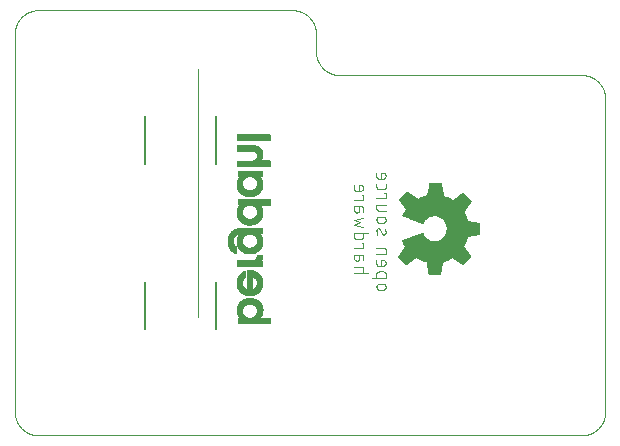
<source format=gbo>
G75*
%MOIN*%
%OFA0B0*%
%FSLAX25Y25*%
%IPPOS*%
%LPD*%
%AMOC8*
5,1,8,0,0,1.08239X$1,22.5*
%
%ADD10C,0.00000*%
%ADD11C,0.00400*%
%ADD12C,0.00039*%
%ADD13C,0.00200*%
%ADD14C,0.00500*%
D10*
X0086176Y0058146D02*
X0267279Y0058146D01*
X0267469Y0058148D01*
X0267659Y0058155D01*
X0267849Y0058167D01*
X0268039Y0058183D01*
X0268228Y0058203D01*
X0268417Y0058229D01*
X0268605Y0058258D01*
X0268792Y0058293D01*
X0268978Y0058332D01*
X0269163Y0058375D01*
X0269348Y0058423D01*
X0269531Y0058475D01*
X0269712Y0058531D01*
X0269892Y0058592D01*
X0270071Y0058658D01*
X0270248Y0058727D01*
X0270424Y0058801D01*
X0270597Y0058879D01*
X0270769Y0058962D01*
X0270938Y0059048D01*
X0271106Y0059138D01*
X0271271Y0059233D01*
X0271434Y0059331D01*
X0271594Y0059434D01*
X0271752Y0059540D01*
X0271907Y0059650D01*
X0272060Y0059763D01*
X0272210Y0059881D01*
X0272356Y0060002D01*
X0272500Y0060126D01*
X0272641Y0060254D01*
X0272779Y0060385D01*
X0272914Y0060520D01*
X0273045Y0060658D01*
X0273173Y0060799D01*
X0273297Y0060943D01*
X0273418Y0061089D01*
X0273536Y0061239D01*
X0273649Y0061392D01*
X0273759Y0061547D01*
X0273865Y0061705D01*
X0273968Y0061865D01*
X0274066Y0062028D01*
X0274161Y0062193D01*
X0274251Y0062361D01*
X0274337Y0062530D01*
X0274420Y0062702D01*
X0274498Y0062875D01*
X0274572Y0063051D01*
X0274641Y0063228D01*
X0274707Y0063407D01*
X0274768Y0063587D01*
X0274824Y0063768D01*
X0274876Y0063951D01*
X0274924Y0064136D01*
X0274967Y0064321D01*
X0275006Y0064507D01*
X0275041Y0064694D01*
X0275070Y0064882D01*
X0275096Y0065071D01*
X0275116Y0065260D01*
X0275132Y0065450D01*
X0275144Y0065640D01*
X0275151Y0065830D01*
X0275153Y0066020D01*
X0275153Y0170350D01*
X0275151Y0170540D01*
X0275144Y0170730D01*
X0275132Y0170920D01*
X0275116Y0171110D01*
X0275096Y0171299D01*
X0275070Y0171488D01*
X0275041Y0171676D01*
X0275006Y0171863D01*
X0274967Y0172049D01*
X0274924Y0172234D01*
X0274876Y0172419D01*
X0274824Y0172602D01*
X0274768Y0172783D01*
X0274707Y0172963D01*
X0274641Y0173142D01*
X0274572Y0173319D01*
X0274498Y0173495D01*
X0274420Y0173668D01*
X0274337Y0173840D01*
X0274251Y0174009D01*
X0274161Y0174177D01*
X0274066Y0174342D01*
X0273968Y0174505D01*
X0273865Y0174665D01*
X0273759Y0174823D01*
X0273649Y0174978D01*
X0273536Y0175131D01*
X0273418Y0175281D01*
X0273297Y0175427D01*
X0273173Y0175571D01*
X0273045Y0175712D01*
X0272914Y0175850D01*
X0272779Y0175985D01*
X0272641Y0176116D01*
X0272500Y0176244D01*
X0272356Y0176368D01*
X0272210Y0176489D01*
X0272060Y0176607D01*
X0271907Y0176720D01*
X0271752Y0176830D01*
X0271594Y0176936D01*
X0271434Y0177039D01*
X0271271Y0177137D01*
X0271106Y0177232D01*
X0270938Y0177322D01*
X0270769Y0177408D01*
X0270597Y0177491D01*
X0270424Y0177569D01*
X0270248Y0177643D01*
X0270071Y0177712D01*
X0269892Y0177778D01*
X0269712Y0177839D01*
X0269531Y0177895D01*
X0269348Y0177947D01*
X0269163Y0177995D01*
X0268978Y0178038D01*
X0268792Y0178077D01*
X0268605Y0178112D01*
X0268417Y0178141D01*
X0268228Y0178167D01*
X0268039Y0178187D01*
X0267849Y0178203D01*
X0267659Y0178215D01*
X0267469Y0178222D01*
X0267279Y0178224D01*
X0186570Y0178224D01*
X0186380Y0178226D01*
X0186190Y0178233D01*
X0186000Y0178245D01*
X0185810Y0178261D01*
X0185621Y0178281D01*
X0185432Y0178307D01*
X0185244Y0178336D01*
X0185057Y0178371D01*
X0184871Y0178410D01*
X0184686Y0178453D01*
X0184501Y0178501D01*
X0184318Y0178553D01*
X0184137Y0178609D01*
X0183957Y0178670D01*
X0183778Y0178736D01*
X0183601Y0178805D01*
X0183425Y0178879D01*
X0183252Y0178957D01*
X0183080Y0179040D01*
X0182911Y0179126D01*
X0182743Y0179216D01*
X0182578Y0179311D01*
X0182415Y0179409D01*
X0182255Y0179512D01*
X0182097Y0179618D01*
X0181942Y0179728D01*
X0181789Y0179841D01*
X0181639Y0179959D01*
X0181493Y0180080D01*
X0181349Y0180204D01*
X0181208Y0180332D01*
X0181070Y0180463D01*
X0180935Y0180598D01*
X0180804Y0180736D01*
X0180676Y0180877D01*
X0180552Y0181021D01*
X0180431Y0181167D01*
X0180313Y0181317D01*
X0180200Y0181470D01*
X0180090Y0181625D01*
X0179984Y0181783D01*
X0179881Y0181943D01*
X0179783Y0182106D01*
X0179688Y0182271D01*
X0179598Y0182439D01*
X0179512Y0182608D01*
X0179429Y0182780D01*
X0179351Y0182953D01*
X0179277Y0183129D01*
X0179208Y0183306D01*
X0179142Y0183485D01*
X0179081Y0183665D01*
X0179025Y0183846D01*
X0178973Y0184029D01*
X0178925Y0184214D01*
X0178882Y0184399D01*
X0178843Y0184585D01*
X0178808Y0184772D01*
X0178779Y0184960D01*
X0178753Y0185149D01*
X0178733Y0185338D01*
X0178717Y0185528D01*
X0178705Y0185718D01*
X0178698Y0185908D01*
X0178696Y0186098D01*
X0178696Y0192004D01*
X0178694Y0192194D01*
X0178687Y0192384D01*
X0178675Y0192574D01*
X0178659Y0192764D01*
X0178639Y0192953D01*
X0178613Y0193142D01*
X0178584Y0193330D01*
X0178549Y0193517D01*
X0178510Y0193703D01*
X0178467Y0193888D01*
X0178419Y0194073D01*
X0178367Y0194256D01*
X0178311Y0194437D01*
X0178250Y0194617D01*
X0178184Y0194796D01*
X0178115Y0194973D01*
X0178041Y0195149D01*
X0177963Y0195322D01*
X0177880Y0195494D01*
X0177794Y0195663D01*
X0177704Y0195831D01*
X0177609Y0195996D01*
X0177511Y0196159D01*
X0177408Y0196319D01*
X0177302Y0196477D01*
X0177192Y0196632D01*
X0177079Y0196785D01*
X0176961Y0196935D01*
X0176840Y0197081D01*
X0176716Y0197225D01*
X0176588Y0197366D01*
X0176457Y0197504D01*
X0176322Y0197639D01*
X0176184Y0197770D01*
X0176043Y0197898D01*
X0175899Y0198022D01*
X0175753Y0198143D01*
X0175603Y0198261D01*
X0175450Y0198374D01*
X0175295Y0198484D01*
X0175137Y0198590D01*
X0174977Y0198693D01*
X0174814Y0198791D01*
X0174649Y0198886D01*
X0174481Y0198976D01*
X0174312Y0199062D01*
X0174140Y0199145D01*
X0173967Y0199223D01*
X0173791Y0199297D01*
X0173614Y0199366D01*
X0173435Y0199432D01*
X0173255Y0199493D01*
X0173074Y0199549D01*
X0172891Y0199601D01*
X0172706Y0199649D01*
X0172521Y0199692D01*
X0172335Y0199731D01*
X0172148Y0199766D01*
X0171960Y0199795D01*
X0171771Y0199821D01*
X0171582Y0199841D01*
X0171392Y0199857D01*
X0171202Y0199869D01*
X0171012Y0199876D01*
X0170822Y0199878D01*
X0086176Y0199878D01*
X0085986Y0199876D01*
X0085796Y0199869D01*
X0085606Y0199857D01*
X0085416Y0199841D01*
X0085227Y0199821D01*
X0085038Y0199795D01*
X0084850Y0199766D01*
X0084663Y0199731D01*
X0084477Y0199692D01*
X0084292Y0199649D01*
X0084107Y0199601D01*
X0083924Y0199549D01*
X0083743Y0199493D01*
X0083563Y0199432D01*
X0083384Y0199366D01*
X0083207Y0199297D01*
X0083031Y0199223D01*
X0082858Y0199145D01*
X0082686Y0199062D01*
X0082517Y0198976D01*
X0082349Y0198886D01*
X0082184Y0198791D01*
X0082021Y0198693D01*
X0081861Y0198590D01*
X0081703Y0198484D01*
X0081548Y0198374D01*
X0081395Y0198261D01*
X0081245Y0198143D01*
X0081099Y0198022D01*
X0080955Y0197898D01*
X0080814Y0197770D01*
X0080676Y0197639D01*
X0080541Y0197504D01*
X0080410Y0197366D01*
X0080282Y0197225D01*
X0080158Y0197081D01*
X0080037Y0196935D01*
X0079919Y0196785D01*
X0079806Y0196632D01*
X0079696Y0196477D01*
X0079590Y0196319D01*
X0079487Y0196159D01*
X0079389Y0195996D01*
X0079294Y0195831D01*
X0079204Y0195663D01*
X0079118Y0195494D01*
X0079035Y0195322D01*
X0078957Y0195149D01*
X0078883Y0194973D01*
X0078814Y0194796D01*
X0078748Y0194617D01*
X0078687Y0194437D01*
X0078631Y0194256D01*
X0078579Y0194073D01*
X0078531Y0193888D01*
X0078488Y0193703D01*
X0078449Y0193517D01*
X0078414Y0193330D01*
X0078385Y0193142D01*
X0078359Y0192953D01*
X0078339Y0192764D01*
X0078323Y0192574D01*
X0078311Y0192384D01*
X0078304Y0192194D01*
X0078302Y0192004D01*
X0078302Y0066020D01*
X0078304Y0065830D01*
X0078311Y0065640D01*
X0078323Y0065450D01*
X0078339Y0065260D01*
X0078359Y0065071D01*
X0078385Y0064882D01*
X0078414Y0064694D01*
X0078449Y0064507D01*
X0078488Y0064321D01*
X0078531Y0064136D01*
X0078579Y0063951D01*
X0078631Y0063768D01*
X0078687Y0063587D01*
X0078748Y0063407D01*
X0078814Y0063228D01*
X0078883Y0063051D01*
X0078957Y0062875D01*
X0079035Y0062702D01*
X0079118Y0062530D01*
X0079204Y0062361D01*
X0079294Y0062193D01*
X0079389Y0062028D01*
X0079487Y0061865D01*
X0079590Y0061705D01*
X0079696Y0061547D01*
X0079806Y0061392D01*
X0079919Y0061239D01*
X0080037Y0061089D01*
X0080158Y0060943D01*
X0080282Y0060799D01*
X0080410Y0060658D01*
X0080541Y0060520D01*
X0080676Y0060385D01*
X0080814Y0060254D01*
X0080955Y0060126D01*
X0081099Y0060002D01*
X0081245Y0059881D01*
X0081395Y0059763D01*
X0081548Y0059650D01*
X0081703Y0059540D01*
X0081861Y0059434D01*
X0082021Y0059331D01*
X0082184Y0059233D01*
X0082349Y0059138D01*
X0082517Y0059048D01*
X0082686Y0058962D01*
X0082858Y0058879D01*
X0083031Y0058801D01*
X0083207Y0058727D01*
X0083384Y0058658D01*
X0083563Y0058592D01*
X0083743Y0058531D01*
X0083924Y0058475D01*
X0084107Y0058423D01*
X0084292Y0058375D01*
X0084477Y0058332D01*
X0084663Y0058293D01*
X0084850Y0058258D01*
X0085038Y0058229D01*
X0085227Y0058203D01*
X0085416Y0058183D01*
X0085606Y0058167D01*
X0085796Y0058155D01*
X0085986Y0058148D01*
X0086176Y0058146D01*
D11*
X0139326Y0097516D02*
X0139326Y0180193D01*
X0191366Y0141693D02*
X0191366Y0140416D01*
X0191368Y0140361D01*
X0191374Y0140307D01*
X0191384Y0140253D01*
X0191397Y0140200D01*
X0191414Y0140148D01*
X0191435Y0140097D01*
X0191460Y0140048D01*
X0191488Y0140001D01*
X0191519Y0139956D01*
X0191553Y0139914D01*
X0191591Y0139874D01*
X0191631Y0139836D01*
X0191673Y0139802D01*
X0191718Y0139771D01*
X0191765Y0139743D01*
X0191814Y0139718D01*
X0191865Y0139697D01*
X0191917Y0139680D01*
X0191970Y0139667D01*
X0192024Y0139657D01*
X0192078Y0139651D01*
X0192133Y0139649D01*
X0193411Y0139649D01*
X0192900Y0139649D02*
X0192900Y0141693D01*
X0193411Y0141693D01*
X0193474Y0141691D01*
X0193537Y0141685D01*
X0193599Y0141676D01*
X0193660Y0141662D01*
X0193721Y0141645D01*
X0193780Y0141624D01*
X0193838Y0141599D01*
X0193895Y0141571D01*
X0193949Y0141540D01*
X0194001Y0141505D01*
X0194052Y0141467D01*
X0194100Y0141426D01*
X0194145Y0141382D01*
X0194187Y0141336D01*
X0194227Y0141287D01*
X0194263Y0141236D01*
X0194296Y0141182D01*
X0194326Y0141127D01*
X0194352Y0141069D01*
X0194375Y0141011D01*
X0194394Y0140951D01*
X0194409Y0140890D01*
X0194421Y0140828D01*
X0194429Y0140765D01*
X0194433Y0140702D01*
X0194433Y0140640D01*
X0194429Y0140577D01*
X0194421Y0140514D01*
X0194409Y0140452D01*
X0194394Y0140391D01*
X0194375Y0140331D01*
X0194352Y0140273D01*
X0194326Y0140215D01*
X0194296Y0140160D01*
X0194263Y0140106D01*
X0194227Y0140055D01*
X0194187Y0140006D01*
X0194145Y0139960D01*
X0194100Y0139916D01*
X0194052Y0139875D01*
X0194001Y0139837D01*
X0193949Y0139802D01*
X0193895Y0139771D01*
X0193838Y0139743D01*
X0193780Y0139718D01*
X0193721Y0139697D01*
X0193660Y0139680D01*
X0193599Y0139666D01*
X0193537Y0139657D01*
X0193474Y0139651D01*
X0193411Y0139649D01*
X0193922Y0138208D02*
X0194433Y0138208D01*
X0194433Y0136675D01*
X0191366Y0136675D01*
X0191366Y0134470D02*
X0193666Y0134470D01*
X0193155Y0134470D02*
X0193155Y0133320D01*
X0193666Y0134470D02*
X0193721Y0134468D01*
X0193775Y0134462D01*
X0193829Y0134452D01*
X0193882Y0134439D01*
X0193934Y0134422D01*
X0193985Y0134401D01*
X0194034Y0134376D01*
X0194081Y0134348D01*
X0194126Y0134317D01*
X0194168Y0134283D01*
X0194208Y0134245D01*
X0194246Y0134205D01*
X0194280Y0134163D01*
X0194311Y0134118D01*
X0194339Y0134071D01*
X0194364Y0134022D01*
X0194385Y0133971D01*
X0194402Y0133919D01*
X0194415Y0133866D01*
X0194425Y0133812D01*
X0194431Y0133758D01*
X0194433Y0133703D01*
X0194433Y0132681D01*
X0194433Y0130654D02*
X0191366Y0129888D01*
X0193411Y0129121D01*
X0191366Y0128354D01*
X0194433Y0127588D01*
X0194433Y0125620D02*
X0194433Y0124342D01*
X0194431Y0124287D01*
X0194425Y0124233D01*
X0194415Y0124179D01*
X0194402Y0124126D01*
X0194385Y0124074D01*
X0194364Y0124023D01*
X0194339Y0123974D01*
X0194311Y0123927D01*
X0194280Y0123882D01*
X0194246Y0123840D01*
X0194208Y0123800D01*
X0194168Y0123762D01*
X0194126Y0123728D01*
X0194081Y0123697D01*
X0194034Y0123669D01*
X0193985Y0123644D01*
X0193934Y0123623D01*
X0193882Y0123606D01*
X0193829Y0123593D01*
X0193775Y0123583D01*
X0193721Y0123577D01*
X0193666Y0123575D01*
X0193666Y0123576D02*
X0192133Y0123576D01*
X0192133Y0123575D02*
X0192078Y0123577D01*
X0192024Y0123583D01*
X0191970Y0123593D01*
X0191917Y0123606D01*
X0191865Y0123623D01*
X0191814Y0123644D01*
X0191765Y0123669D01*
X0191718Y0123697D01*
X0191673Y0123728D01*
X0191631Y0123762D01*
X0191591Y0123800D01*
X0191553Y0123840D01*
X0191519Y0123882D01*
X0191488Y0123927D01*
X0191460Y0123974D01*
X0191435Y0124023D01*
X0191414Y0124074D01*
X0191397Y0124126D01*
X0191384Y0124179D01*
X0191374Y0124233D01*
X0191368Y0124287D01*
X0191366Y0124342D01*
X0191366Y0125620D01*
X0195966Y0125620D01*
X0201677Y0126887D02*
X0201716Y0126797D01*
X0201752Y0126704D01*
X0201785Y0126611D01*
X0201814Y0126517D01*
X0201841Y0126422D01*
X0201864Y0126326D01*
X0201884Y0126229D01*
X0201900Y0126131D01*
X0201913Y0126033D01*
X0201923Y0125935D01*
X0201930Y0125836D01*
X0201933Y0125737D01*
X0201932Y0125686D01*
X0201927Y0125636D01*
X0201917Y0125585D01*
X0201905Y0125536D01*
X0201888Y0125488D01*
X0201867Y0125441D01*
X0201844Y0125395D01*
X0201816Y0125352D01*
X0201786Y0125311D01*
X0201752Y0125273D01*
X0201716Y0125237D01*
X0201676Y0125204D01*
X0201635Y0125174D01*
X0201591Y0125148D01*
X0201546Y0125125D01*
X0201498Y0125106D01*
X0201450Y0125090D01*
X0201400Y0125078D01*
X0201350Y0125070D01*
X0201299Y0125066D01*
X0201248Y0125065D01*
X0201197Y0125069D01*
X0201146Y0125077D01*
X0201096Y0125088D01*
X0201047Y0125103D01*
X0201000Y0125122D01*
X0200954Y0125145D01*
X0200910Y0125171D01*
X0200868Y0125200D01*
X0200829Y0125233D01*
X0200792Y0125268D01*
X0200758Y0125307D01*
X0200727Y0125347D01*
X0200700Y0125390D01*
X0200675Y0125435D01*
X0200654Y0125482D01*
X0200655Y0125482D02*
X0200144Y0126760D01*
X0200145Y0126760D02*
X0200124Y0126807D01*
X0200099Y0126852D01*
X0200072Y0126895D01*
X0200041Y0126935D01*
X0200007Y0126974D01*
X0199970Y0127009D01*
X0199931Y0127042D01*
X0199889Y0127071D01*
X0199845Y0127097D01*
X0199799Y0127120D01*
X0199752Y0127139D01*
X0199703Y0127154D01*
X0199653Y0127165D01*
X0199602Y0127173D01*
X0199551Y0127177D01*
X0199500Y0127176D01*
X0199449Y0127172D01*
X0199399Y0127164D01*
X0199349Y0127152D01*
X0199301Y0127136D01*
X0199253Y0127117D01*
X0199208Y0127094D01*
X0199164Y0127068D01*
X0199123Y0127038D01*
X0199083Y0127005D01*
X0199047Y0126969D01*
X0199013Y0126931D01*
X0198983Y0126890D01*
X0198955Y0126847D01*
X0198932Y0126801D01*
X0198911Y0126754D01*
X0198894Y0126706D01*
X0198882Y0126657D01*
X0198872Y0126606D01*
X0198867Y0126556D01*
X0198866Y0126505D01*
X0199888Y0128999D02*
X0200911Y0128999D01*
X0200974Y0129001D01*
X0201037Y0129007D01*
X0201099Y0129016D01*
X0201160Y0129030D01*
X0201221Y0129047D01*
X0201280Y0129068D01*
X0201338Y0129093D01*
X0201395Y0129121D01*
X0201449Y0129152D01*
X0201501Y0129187D01*
X0201552Y0129225D01*
X0201600Y0129266D01*
X0201645Y0129310D01*
X0201687Y0129356D01*
X0201727Y0129405D01*
X0201763Y0129456D01*
X0201796Y0129510D01*
X0201826Y0129565D01*
X0201852Y0129623D01*
X0201875Y0129681D01*
X0201894Y0129741D01*
X0201909Y0129802D01*
X0201921Y0129864D01*
X0201929Y0129927D01*
X0201933Y0129990D01*
X0201933Y0130052D01*
X0201929Y0130115D01*
X0201921Y0130178D01*
X0201909Y0130240D01*
X0201894Y0130301D01*
X0201875Y0130361D01*
X0201852Y0130419D01*
X0201826Y0130477D01*
X0201796Y0130532D01*
X0201763Y0130586D01*
X0201727Y0130637D01*
X0201687Y0130686D01*
X0201645Y0130732D01*
X0201600Y0130776D01*
X0201552Y0130817D01*
X0201501Y0130855D01*
X0201449Y0130890D01*
X0201395Y0130921D01*
X0201338Y0130949D01*
X0201280Y0130974D01*
X0201221Y0130995D01*
X0201160Y0131012D01*
X0201099Y0131026D01*
X0201037Y0131035D01*
X0200974Y0131041D01*
X0200911Y0131043D01*
X0199888Y0131043D01*
X0199825Y0131041D01*
X0199762Y0131035D01*
X0199700Y0131026D01*
X0199639Y0131012D01*
X0199578Y0130995D01*
X0199519Y0130974D01*
X0199461Y0130949D01*
X0199404Y0130921D01*
X0199350Y0130890D01*
X0199298Y0130855D01*
X0199247Y0130817D01*
X0199199Y0130776D01*
X0199154Y0130732D01*
X0199112Y0130686D01*
X0199072Y0130637D01*
X0199036Y0130586D01*
X0199003Y0130532D01*
X0198973Y0130477D01*
X0198947Y0130419D01*
X0198924Y0130361D01*
X0198905Y0130301D01*
X0198890Y0130240D01*
X0198878Y0130178D01*
X0198870Y0130115D01*
X0198866Y0130052D01*
X0198866Y0129990D01*
X0198870Y0129927D01*
X0198878Y0129864D01*
X0198890Y0129802D01*
X0198905Y0129741D01*
X0198924Y0129681D01*
X0198947Y0129623D01*
X0198973Y0129565D01*
X0199003Y0129510D01*
X0199036Y0129456D01*
X0199072Y0129405D01*
X0199112Y0129356D01*
X0199154Y0129310D01*
X0199199Y0129266D01*
X0199247Y0129225D01*
X0199298Y0129187D01*
X0199350Y0129152D01*
X0199404Y0129121D01*
X0199461Y0129093D01*
X0199519Y0129068D01*
X0199578Y0129047D01*
X0199639Y0129030D01*
X0199700Y0129016D01*
X0199762Y0129007D01*
X0199825Y0129001D01*
X0199888Y0128999D01*
X0198866Y0126504D02*
X0198870Y0126374D01*
X0198878Y0126243D01*
X0198890Y0126114D01*
X0198905Y0125984D01*
X0198925Y0125855D01*
X0198948Y0125727D01*
X0198975Y0125599D01*
X0199006Y0125472D01*
X0199041Y0125347D01*
X0199080Y0125222D01*
X0199122Y0125099D01*
X0198866Y0120693D02*
X0201166Y0120693D01*
X0201166Y0120694D02*
X0201221Y0120692D01*
X0201275Y0120686D01*
X0201329Y0120676D01*
X0201382Y0120663D01*
X0201434Y0120646D01*
X0201485Y0120625D01*
X0201534Y0120600D01*
X0201581Y0120572D01*
X0201626Y0120541D01*
X0201668Y0120507D01*
X0201708Y0120469D01*
X0201746Y0120429D01*
X0201780Y0120387D01*
X0201811Y0120342D01*
X0201839Y0120295D01*
X0201864Y0120246D01*
X0201885Y0120195D01*
X0201902Y0120143D01*
X0201915Y0120090D01*
X0201925Y0120036D01*
X0201931Y0119982D01*
X0201933Y0119927D01*
X0201933Y0118649D01*
X0198866Y0118649D01*
X0198866Y0116643D02*
X0198866Y0115366D01*
X0198868Y0115311D01*
X0198874Y0115257D01*
X0198884Y0115203D01*
X0198897Y0115150D01*
X0198914Y0115098D01*
X0198935Y0115047D01*
X0198960Y0114998D01*
X0198988Y0114951D01*
X0199019Y0114906D01*
X0199053Y0114864D01*
X0199091Y0114824D01*
X0199131Y0114786D01*
X0199173Y0114752D01*
X0199218Y0114721D01*
X0199265Y0114693D01*
X0199314Y0114668D01*
X0199365Y0114647D01*
X0199417Y0114630D01*
X0199470Y0114617D01*
X0199524Y0114607D01*
X0199578Y0114601D01*
X0199633Y0114599D01*
X0200911Y0114599D01*
X0200400Y0114599D02*
X0200400Y0116643D01*
X0200911Y0116643D01*
X0200974Y0116641D01*
X0201037Y0116635D01*
X0201099Y0116626D01*
X0201160Y0116612D01*
X0201221Y0116595D01*
X0201280Y0116574D01*
X0201338Y0116549D01*
X0201395Y0116521D01*
X0201449Y0116490D01*
X0201501Y0116455D01*
X0201552Y0116417D01*
X0201600Y0116376D01*
X0201645Y0116332D01*
X0201687Y0116286D01*
X0201727Y0116237D01*
X0201763Y0116186D01*
X0201796Y0116132D01*
X0201826Y0116077D01*
X0201852Y0116019D01*
X0201875Y0115961D01*
X0201894Y0115901D01*
X0201909Y0115840D01*
X0201921Y0115778D01*
X0201929Y0115715D01*
X0201933Y0115652D01*
X0201933Y0115590D01*
X0201929Y0115527D01*
X0201921Y0115464D01*
X0201909Y0115402D01*
X0201894Y0115341D01*
X0201875Y0115281D01*
X0201852Y0115223D01*
X0201826Y0115165D01*
X0201796Y0115110D01*
X0201763Y0115056D01*
X0201727Y0115005D01*
X0201687Y0114956D01*
X0201645Y0114910D01*
X0201600Y0114866D01*
X0201552Y0114825D01*
X0201501Y0114787D01*
X0201449Y0114752D01*
X0201395Y0114721D01*
X0201338Y0114693D01*
X0201280Y0114668D01*
X0201221Y0114647D01*
X0201160Y0114630D01*
X0201099Y0114616D01*
X0201037Y0114607D01*
X0200974Y0114601D01*
X0200911Y0114599D01*
X0201166Y0112767D02*
X0199633Y0112767D01*
X0199578Y0112765D01*
X0199524Y0112759D01*
X0199470Y0112749D01*
X0199417Y0112736D01*
X0199365Y0112719D01*
X0199314Y0112698D01*
X0199265Y0112673D01*
X0199218Y0112645D01*
X0199173Y0112614D01*
X0199131Y0112580D01*
X0199091Y0112542D01*
X0199053Y0112502D01*
X0199019Y0112460D01*
X0198988Y0112415D01*
X0198960Y0112368D01*
X0198935Y0112319D01*
X0198914Y0112268D01*
X0198897Y0112216D01*
X0198884Y0112163D01*
X0198874Y0112109D01*
X0198868Y0112055D01*
X0198866Y0112000D01*
X0198866Y0110722D01*
X0197333Y0110722D02*
X0201933Y0110722D01*
X0201933Y0112000D01*
X0201931Y0112055D01*
X0201925Y0112109D01*
X0201915Y0112163D01*
X0201902Y0112216D01*
X0201885Y0112268D01*
X0201864Y0112319D01*
X0201839Y0112368D01*
X0201811Y0112415D01*
X0201780Y0112460D01*
X0201746Y0112502D01*
X0201708Y0112542D01*
X0201668Y0112580D01*
X0201626Y0112614D01*
X0201581Y0112645D01*
X0201534Y0112673D01*
X0201485Y0112698D01*
X0201434Y0112719D01*
X0201382Y0112736D01*
X0201329Y0112749D01*
X0201275Y0112759D01*
X0201221Y0112765D01*
X0201166Y0112767D01*
X0200911Y0108693D02*
X0199888Y0108693D01*
X0199825Y0108691D01*
X0199762Y0108685D01*
X0199700Y0108676D01*
X0199639Y0108662D01*
X0199578Y0108645D01*
X0199519Y0108624D01*
X0199461Y0108599D01*
X0199404Y0108571D01*
X0199350Y0108540D01*
X0199298Y0108505D01*
X0199247Y0108467D01*
X0199199Y0108426D01*
X0199154Y0108382D01*
X0199112Y0108336D01*
X0199072Y0108287D01*
X0199036Y0108236D01*
X0199003Y0108182D01*
X0198973Y0108127D01*
X0198947Y0108069D01*
X0198924Y0108011D01*
X0198905Y0107951D01*
X0198890Y0107890D01*
X0198878Y0107828D01*
X0198870Y0107765D01*
X0198866Y0107702D01*
X0198866Y0107640D01*
X0198870Y0107577D01*
X0198878Y0107514D01*
X0198890Y0107452D01*
X0198905Y0107391D01*
X0198924Y0107331D01*
X0198947Y0107273D01*
X0198973Y0107215D01*
X0199003Y0107160D01*
X0199036Y0107106D01*
X0199072Y0107055D01*
X0199112Y0107006D01*
X0199154Y0106960D01*
X0199199Y0106916D01*
X0199247Y0106875D01*
X0199298Y0106837D01*
X0199350Y0106802D01*
X0199404Y0106771D01*
X0199461Y0106743D01*
X0199519Y0106718D01*
X0199578Y0106697D01*
X0199639Y0106680D01*
X0199700Y0106666D01*
X0199762Y0106657D01*
X0199825Y0106651D01*
X0199888Y0106649D01*
X0200911Y0106649D01*
X0200974Y0106651D01*
X0201037Y0106657D01*
X0201099Y0106666D01*
X0201160Y0106680D01*
X0201221Y0106697D01*
X0201280Y0106718D01*
X0201338Y0106743D01*
X0201395Y0106771D01*
X0201449Y0106802D01*
X0201501Y0106837D01*
X0201552Y0106875D01*
X0201600Y0106916D01*
X0201645Y0106960D01*
X0201687Y0107006D01*
X0201727Y0107055D01*
X0201763Y0107106D01*
X0201796Y0107160D01*
X0201826Y0107215D01*
X0201852Y0107273D01*
X0201875Y0107331D01*
X0201894Y0107391D01*
X0201909Y0107452D01*
X0201921Y0107514D01*
X0201929Y0107577D01*
X0201933Y0107640D01*
X0201933Y0107702D01*
X0201929Y0107765D01*
X0201921Y0107828D01*
X0201909Y0107890D01*
X0201894Y0107951D01*
X0201875Y0108011D01*
X0201852Y0108069D01*
X0201826Y0108127D01*
X0201796Y0108182D01*
X0201763Y0108236D01*
X0201727Y0108287D01*
X0201687Y0108336D01*
X0201645Y0108382D01*
X0201600Y0108426D01*
X0201552Y0108467D01*
X0201501Y0108505D01*
X0201449Y0108540D01*
X0201395Y0108571D01*
X0201338Y0108599D01*
X0201280Y0108624D01*
X0201221Y0108645D01*
X0201160Y0108662D01*
X0201099Y0108676D01*
X0201037Y0108685D01*
X0200974Y0108691D01*
X0200911Y0108693D01*
X0195966Y0112349D02*
X0191366Y0112349D01*
X0191366Y0114393D02*
X0193666Y0114393D01*
X0193666Y0114394D02*
X0193721Y0114392D01*
X0193775Y0114386D01*
X0193829Y0114376D01*
X0193882Y0114363D01*
X0193934Y0114346D01*
X0193985Y0114325D01*
X0194034Y0114300D01*
X0194081Y0114272D01*
X0194126Y0114241D01*
X0194168Y0114207D01*
X0194208Y0114169D01*
X0194246Y0114129D01*
X0194280Y0114087D01*
X0194311Y0114042D01*
X0194339Y0113995D01*
X0194364Y0113946D01*
X0194385Y0113895D01*
X0194402Y0113843D01*
X0194415Y0113790D01*
X0194425Y0113736D01*
X0194431Y0113682D01*
X0194433Y0113627D01*
X0194433Y0112349D01*
X0194433Y0116631D02*
X0194433Y0117653D01*
X0194431Y0117708D01*
X0194425Y0117762D01*
X0194415Y0117816D01*
X0194402Y0117869D01*
X0194385Y0117921D01*
X0194364Y0117972D01*
X0194339Y0118021D01*
X0194311Y0118068D01*
X0194280Y0118113D01*
X0194246Y0118155D01*
X0194208Y0118195D01*
X0194168Y0118233D01*
X0194126Y0118267D01*
X0194081Y0118298D01*
X0194034Y0118326D01*
X0193985Y0118351D01*
X0193934Y0118372D01*
X0193882Y0118389D01*
X0193829Y0118402D01*
X0193775Y0118412D01*
X0193721Y0118418D01*
X0193666Y0118420D01*
X0191366Y0118420D01*
X0191366Y0117270D01*
X0191367Y0117270D02*
X0191369Y0117212D01*
X0191375Y0117153D01*
X0191384Y0117096D01*
X0191397Y0117039D01*
X0191414Y0116983D01*
X0191435Y0116928D01*
X0191459Y0116875D01*
X0191487Y0116823D01*
X0191518Y0116773D01*
X0191552Y0116726D01*
X0191589Y0116681D01*
X0191629Y0116638D01*
X0191672Y0116598D01*
X0191717Y0116561D01*
X0191764Y0116527D01*
X0191814Y0116496D01*
X0191866Y0116468D01*
X0191919Y0116444D01*
X0191974Y0116423D01*
X0192030Y0116406D01*
X0192087Y0116393D01*
X0192144Y0116384D01*
X0192203Y0116378D01*
X0192261Y0116376D01*
X0192319Y0116378D01*
X0192378Y0116384D01*
X0192435Y0116393D01*
X0192492Y0116406D01*
X0192548Y0116423D01*
X0192603Y0116444D01*
X0192656Y0116468D01*
X0192708Y0116496D01*
X0192758Y0116527D01*
X0192805Y0116561D01*
X0192850Y0116598D01*
X0192893Y0116638D01*
X0192933Y0116681D01*
X0192970Y0116726D01*
X0193004Y0116773D01*
X0193035Y0116823D01*
X0193063Y0116875D01*
X0193087Y0116928D01*
X0193108Y0116983D01*
X0193125Y0117039D01*
X0193138Y0117096D01*
X0193147Y0117153D01*
X0193153Y0117212D01*
X0193155Y0117270D01*
X0193155Y0118420D01*
X0194433Y0120625D02*
X0191366Y0120625D01*
X0193922Y0122158D02*
X0194433Y0122158D01*
X0194433Y0120625D01*
X0193155Y0133320D02*
X0193153Y0133262D01*
X0193147Y0133203D01*
X0193138Y0133146D01*
X0193125Y0133089D01*
X0193108Y0133033D01*
X0193087Y0132978D01*
X0193063Y0132925D01*
X0193035Y0132873D01*
X0193004Y0132823D01*
X0192970Y0132776D01*
X0192933Y0132731D01*
X0192893Y0132688D01*
X0192850Y0132648D01*
X0192805Y0132611D01*
X0192758Y0132577D01*
X0192708Y0132546D01*
X0192656Y0132518D01*
X0192603Y0132494D01*
X0192548Y0132473D01*
X0192492Y0132456D01*
X0192435Y0132443D01*
X0192378Y0132434D01*
X0192319Y0132428D01*
X0192261Y0132426D01*
X0192203Y0132428D01*
X0192144Y0132434D01*
X0192087Y0132443D01*
X0192030Y0132456D01*
X0191974Y0132473D01*
X0191919Y0132494D01*
X0191866Y0132518D01*
X0191814Y0132546D01*
X0191764Y0132577D01*
X0191717Y0132611D01*
X0191672Y0132648D01*
X0191629Y0132688D01*
X0191589Y0132731D01*
X0191552Y0132776D01*
X0191518Y0132823D01*
X0191487Y0132873D01*
X0191459Y0132925D01*
X0191435Y0132978D01*
X0191414Y0133033D01*
X0191397Y0133089D01*
X0191384Y0133146D01*
X0191375Y0133203D01*
X0191369Y0133262D01*
X0191367Y0133320D01*
X0191366Y0133320D02*
X0191366Y0134470D01*
X0198866Y0135093D02*
X0198866Y0133816D01*
X0198868Y0133761D01*
X0198874Y0133707D01*
X0198884Y0133653D01*
X0198897Y0133600D01*
X0198914Y0133548D01*
X0198935Y0133497D01*
X0198960Y0133448D01*
X0198988Y0133401D01*
X0199019Y0133356D01*
X0199053Y0133314D01*
X0199091Y0133274D01*
X0199131Y0133236D01*
X0199173Y0133202D01*
X0199218Y0133171D01*
X0199265Y0133143D01*
X0199314Y0133118D01*
X0199365Y0133097D01*
X0199417Y0133080D01*
X0199470Y0133067D01*
X0199524Y0133057D01*
X0199578Y0133051D01*
X0199633Y0133049D01*
X0201933Y0133049D01*
X0201933Y0135093D02*
X0198866Y0135093D01*
X0198866Y0137275D02*
X0201933Y0137275D01*
X0201933Y0138808D01*
X0201422Y0138808D01*
X0201166Y0140254D02*
X0199633Y0140254D01*
X0199578Y0140256D01*
X0199524Y0140262D01*
X0199470Y0140272D01*
X0199417Y0140285D01*
X0199365Y0140302D01*
X0199314Y0140323D01*
X0199265Y0140348D01*
X0199218Y0140376D01*
X0199173Y0140407D01*
X0199131Y0140441D01*
X0199091Y0140479D01*
X0199053Y0140519D01*
X0199019Y0140561D01*
X0198988Y0140606D01*
X0198960Y0140653D01*
X0198935Y0140702D01*
X0198914Y0140753D01*
X0198897Y0140805D01*
X0198884Y0140858D01*
X0198874Y0140912D01*
X0198868Y0140966D01*
X0198866Y0141021D01*
X0198866Y0142043D01*
X0199633Y0143699D02*
X0200911Y0143699D01*
X0200400Y0143699D02*
X0200400Y0145743D01*
X0200911Y0145743D01*
X0200974Y0145741D01*
X0201037Y0145735D01*
X0201099Y0145726D01*
X0201160Y0145712D01*
X0201221Y0145695D01*
X0201280Y0145674D01*
X0201338Y0145649D01*
X0201395Y0145621D01*
X0201449Y0145590D01*
X0201501Y0145555D01*
X0201552Y0145517D01*
X0201600Y0145476D01*
X0201645Y0145432D01*
X0201687Y0145386D01*
X0201727Y0145337D01*
X0201763Y0145286D01*
X0201796Y0145232D01*
X0201826Y0145177D01*
X0201852Y0145119D01*
X0201875Y0145061D01*
X0201894Y0145001D01*
X0201909Y0144940D01*
X0201921Y0144878D01*
X0201929Y0144815D01*
X0201933Y0144752D01*
X0201933Y0144690D01*
X0201929Y0144627D01*
X0201921Y0144564D01*
X0201909Y0144502D01*
X0201894Y0144441D01*
X0201875Y0144381D01*
X0201852Y0144323D01*
X0201826Y0144265D01*
X0201796Y0144210D01*
X0201763Y0144156D01*
X0201727Y0144105D01*
X0201687Y0144056D01*
X0201645Y0144010D01*
X0201600Y0143966D01*
X0201552Y0143925D01*
X0201501Y0143887D01*
X0201449Y0143852D01*
X0201395Y0143821D01*
X0201338Y0143793D01*
X0201280Y0143768D01*
X0201221Y0143747D01*
X0201160Y0143730D01*
X0201099Y0143716D01*
X0201037Y0143707D01*
X0200974Y0143701D01*
X0200911Y0143699D01*
X0199633Y0143699D02*
X0199578Y0143701D01*
X0199524Y0143707D01*
X0199470Y0143717D01*
X0199417Y0143730D01*
X0199365Y0143747D01*
X0199314Y0143768D01*
X0199265Y0143793D01*
X0199218Y0143821D01*
X0199173Y0143852D01*
X0199131Y0143886D01*
X0199091Y0143924D01*
X0199053Y0143964D01*
X0199019Y0144006D01*
X0198988Y0144051D01*
X0198960Y0144098D01*
X0198935Y0144147D01*
X0198914Y0144198D01*
X0198897Y0144250D01*
X0198884Y0144303D01*
X0198874Y0144357D01*
X0198868Y0144411D01*
X0198866Y0144466D01*
X0198866Y0145743D01*
X0201933Y0142043D02*
X0201933Y0141021D01*
X0201931Y0140966D01*
X0201925Y0140912D01*
X0201915Y0140858D01*
X0201902Y0140805D01*
X0201885Y0140753D01*
X0201864Y0140702D01*
X0201839Y0140653D01*
X0201811Y0140606D01*
X0201780Y0140561D01*
X0201746Y0140519D01*
X0201708Y0140479D01*
X0201668Y0140441D01*
X0201626Y0140407D01*
X0201581Y0140376D01*
X0201534Y0140348D01*
X0201485Y0140323D01*
X0201434Y0140302D01*
X0201382Y0140285D01*
X0201329Y0140272D01*
X0201275Y0140262D01*
X0201221Y0140256D01*
X0201166Y0140254D01*
D12*
X0163285Y0136630D02*
X0163285Y0135075D01*
X0163240Y0134897D01*
X0160128Y0134897D01*
X0159980Y0134864D01*
X0160122Y0134694D01*
X0160254Y0134514D01*
X0160374Y0134327D01*
X0160481Y0134133D01*
X0160577Y0133932D01*
X0160659Y0133726D01*
X0160729Y0133515D01*
X0160785Y0133300D01*
X0160827Y0133082D01*
X0160856Y0132861D01*
X0160871Y0132640D01*
X0160873Y0132417D01*
X0160865Y0132195D01*
X0160845Y0131974D01*
X0160811Y0131754D01*
X0160766Y0131537D01*
X0160707Y0131322D01*
X0160637Y0131112D01*
X0160555Y0130905D01*
X0160461Y0130704D01*
X0160356Y0130508D01*
X0160240Y0130318D01*
X0160113Y0130136D01*
X0159976Y0129961D01*
X0159829Y0129794D01*
X0159511Y0129484D01*
X0159343Y0129338D01*
X0159168Y0129201D01*
X0158986Y0129074D01*
X0158797Y0128956D01*
X0158603Y0128849D01*
X0158403Y0128752D01*
X0158198Y0128666D01*
X0157989Y0128591D01*
X0157776Y0128527D01*
X0157560Y0128475D01*
X0157342Y0128434D01*
X0157121Y0128404D01*
X0156900Y0128387D01*
X0156678Y0128381D01*
X0156233Y0128387D01*
X0156011Y0128403D01*
X0155791Y0128430D01*
X0155572Y0128468D01*
X0155355Y0128518D01*
X0155142Y0128579D01*
X0154931Y0128651D01*
X0154725Y0128734D01*
X0154523Y0128827D01*
X0154327Y0128930D01*
X0154136Y0129044D01*
X0153951Y0129167D01*
X0153773Y0129300D01*
X0153602Y0129442D01*
X0153278Y0129746D01*
X0153128Y0129910D01*
X0152988Y0130083D01*
X0152859Y0130264D01*
X0152742Y0130453D01*
X0152635Y0130648D01*
X0152541Y0130849D01*
X0152459Y0131055D01*
X0152389Y0131267D01*
X0152332Y0131481D01*
X0152289Y0131699D01*
X0152258Y0131919D01*
X0152241Y0132141D01*
X0152236Y0132363D01*
X0152237Y0132520D01*
X0152249Y0132742D01*
X0152274Y0132963D01*
X0152313Y0133182D01*
X0152365Y0133398D01*
X0152430Y0133610D01*
X0152507Y0133819D01*
X0152597Y0134022D01*
X0152699Y0134219D01*
X0152813Y0134410D01*
X0152938Y0134594D01*
X0153074Y0134770D01*
X0153221Y0134937D01*
X0153373Y0135092D01*
X0154587Y0134200D01*
X0154449Y0134032D01*
X0154325Y0133848D01*
X0154220Y0133653D01*
X0154133Y0133448D01*
X0154067Y0133236D01*
X0154022Y0133018D01*
X0153999Y0132797D01*
X0153996Y0132575D01*
X0154016Y0132354D01*
X0154056Y0132135D01*
X0154118Y0131922D01*
X0154200Y0131716D01*
X0154302Y0131518D01*
X0154422Y0131331D01*
X0154560Y0131157D01*
X0154714Y0130997D01*
X0154887Y0130858D01*
X0155071Y0130733D01*
X0155264Y0130623D01*
X0155465Y0130529D01*
X0155674Y0130452D01*
X0155888Y0130392D01*
X0156106Y0130349D01*
X0156326Y0130324D01*
X0156549Y0130317D01*
X0156771Y0130328D01*
X0156991Y0130356D01*
X0157208Y0130402D01*
X0157421Y0130466D01*
X0157628Y0130546D01*
X0157828Y0130643D01*
X0158020Y0130756D01*
X0158201Y0130884D01*
X0158372Y0131026D01*
X0158526Y0131186D01*
X0158663Y0131361D01*
X0158782Y0131548D01*
X0158882Y0131747D01*
X0158962Y0131954D01*
X0159020Y0132169D01*
X0159057Y0132388D01*
X0159072Y0132609D01*
X0159072Y0132674D01*
X0159062Y0132896D01*
X0159029Y0133116D01*
X0158975Y0133331D01*
X0158899Y0133540D01*
X0158803Y0133741D01*
X0158687Y0133930D01*
X0158553Y0134107D01*
X0158402Y0134270D01*
X0158235Y0134417D01*
X0158056Y0134548D01*
X0157867Y0134664D01*
X0157669Y0134765D01*
X0157463Y0134849D01*
X0157251Y0134916D01*
X0157035Y0134966D01*
X0156815Y0134998D01*
X0156593Y0135012D01*
X0156371Y0135009D01*
X0156150Y0134987D01*
X0155931Y0134948D01*
X0155716Y0134891D01*
X0155507Y0134817D01*
X0155304Y0134726D01*
X0155109Y0134619D01*
X0154924Y0134497D01*
X0154749Y0134360D01*
X0154594Y0134207D01*
X0153372Y0135096D01*
X0153244Y0135131D01*
X0152578Y0135131D01*
X0152548Y0135323D01*
X0152548Y0136656D01*
X0152595Y0136831D01*
X0163264Y0136831D01*
X0163285Y0136630D01*
X0163284Y0136636D02*
X0152548Y0136636D01*
X0152548Y0136598D02*
X0163285Y0136598D01*
X0163285Y0136560D02*
X0152548Y0136560D01*
X0152548Y0136522D02*
X0163285Y0136522D01*
X0163285Y0136484D02*
X0152548Y0136484D01*
X0152548Y0136447D02*
X0163285Y0136447D01*
X0163285Y0136409D02*
X0152548Y0136409D01*
X0152548Y0136371D02*
X0163285Y0136371D01*
X0163285Y0136333D02*
X0152548Y0136333D01*
X0152548Y0136295D02*
X0163285Y0136295D01*
X0163285Y0136257D02*
X0152548Y0136257D01*
X0152548Y0136219D02*
X0163285Y0136219D01*
X0163285Y0136181D02*
X0152548Y0136181D01*
X0152548Y0136143D02*
X0163285Y0136143D01*
X0163285Y0136106D02*
X0152548Y0136106D01*
X0152548Y0136068D02*
X0163285Y0136068D01*
X0163285Y0136030D02*
X0152548Y0136030D01*
X0152548Y0135992D02*
X0163285Y0135992D01*
X0163285Y0135954D02*
X0152548Y0135954D01*
X0152548Y0135916D02*
X0163285Y0135916D01*
X0163285Y0135878D02*
X0152548Y0135878D01*
X0152548Y0135840D02*
X0163285Y0135840D01*
X0163285Y0135803D02*
X0152548Y0135803D01*
X0152548Y0135765D02*
X0163285Y0135765D01*
X0163285Y0135727D02*
X0152548Y0135727D01*
X0152548Y0135689D02*
X0163285Y0135689D01*
X0163285Y0135651D02*
X0152548Y0135651D01*
X0152548Y0135613D02*
X0163285Y0135613D01*
X0163285Y0135575D02*
X0152548Y0135575D01*
X0152548Y0135537D02*
X0163285Y0135537D01*
X0163285Y0135499D02*
X0152548Y0135499D01*
X0152548Y0135462D02*
X0163285Y0135462D01*
X0163285Y0135424D02*
X0152548Y0135424D01*
X0152548Y0135386D02*
X0163285Y0135386D01*
X0163285Y0135348D02*
X0152548Y0135348D01*
X0152550Y0135310D02*
X0163285Y0135310D01*
X0163285Y0135272D02*
X0152556Y0135272D01*
X0152561Y0135234D02*
X0163285Y0135234D01*
X0163285Y0135196D02*
X0152567Y0135196D01*
X0152573Y0135159D02*
X0163285Y0135159D01*
X0163285Y0135121D02*
X0153282Y0135121D01*
X0153327Y0135045D02*
X0153437Y0135045D01*
X0153442Y0135045D02*
X0163277Y0135045D01*
X0163285Y0135083D02*
X0153390Y0135083D01*
X0153385Y0135083D02*
X0153365Y0135083D01*
X0153290Y0135007D02*
X0153488Y0135007D01*
X0153495Y0135007D02*
X0156354Y0135007D01*
X0156049Y0134969D02*
X0153547Y0134969D01*
X0153540Y0134969D02*
X0153252Y0134969D01*
X0153216Y0134931D02*
X0153591Y0134931D01*
X0153599Y0134931D02*
X0155868Y0134931D01*
X0155725Y0134893D02*
X0153651Y0134893D01*
X0153643Y0134893D02*
X0153182Y0134893D01*
X0153149Y0134855D02*
X0153695Y0134855D01*
X0153703Y0134855D02*
X0155616Y0134855D01*
X0155508Y0134818D02*
X0153755Y0134818D01*
X0153746Y0134818D02*
X0153116Y0134818D01*
X0153083Y0134780D02*
X0153798Y0134780D01*
X0153807Y0134780D02*
X0155424Y0134780D01*
X0155339Y0134742D02*
X0153859Y0134742D01*
X0153849Y0134742D02*
X0153053Y0134742D01*
X0153023Y0134704D02*
X0153901Y0134704D01*
X0153911Y0134704D02*
X0155264Y0134704D01*
X0155195Y0134666D02*
X0153963Y0134666D01*
X0153953Y0134666D02*
X0152994Y0134666D01*
X0152965Y0134628D02*
X0154004Y0134628D01*
X0154015Y0134628D02*
X0155126Y0134628D01*
X0155066Y0134590D02*
X0154068Y0134590D01*
X0154056Y0134590D02*
X0152936Y0134590D01*
X0152910Y0134552D02*
X0154107Y0134552D01*
X0154120Y0134552D02*
X0155008Y0134552D01*
X0154951Y0134515D02*
X0154172Y0134515D01*
X0154159Y0134515D02*
X0152884Y0134515D01*
X0152858Y0134477D02*
X0154211Y0134477D01*
X0154224Y0134477D02*
X0154898Y0134477D01*
X0154850Y0134439D02*
X0154276Y0134439D01*
X0154262Y0134439D02*
X0152833Y0134439D01*
X0152808Y0134401D02*
X0154314Y0134401D01*
X0154328Y0134401D02*
X0154802Y0134401D01*
X0154753Y0134363D02*
X0154380Y0134363D01*
X0154365Y0134363D02*
X0152785Y0134363D01*
X0152762Y0134325D02*
X0154417Y0134325D01*
X0154432Y0134325D02*
X0154714Y0134325D01*
X0154675Y0134287D02*
X0154484Y0134287D01*
X0154469Y0134287D02*
X0152740Y0134287D01*
X0152717Y0134249D02*
X0154520Y0134249D01*
X0154536Y0134249D02*
X0154637Y0134249D01*
X0154598Y0134212D02*
X0154588Y0134212D01*
X0154572Y0134212D02*
X0152695Y0134212D01*
X0152676Y0134174D02*
X0154566Y0134174D01*
X0154534Y0134136D02*
X0152656Y0134136D01*
X0152636Y0134098D02*
X0154503Y0134098D01*
X0154472Y0134060D02*
X0152617Y0134060D01*
X0152597Y0134022D02*
X0154442Y0134022D01*
X0154417Y0133984D02*
X0152581Y0133984D01*
X0152564Y0133946D02*
X0154391Y0133946D01*
X0154366Y0133908D02*
X0152547Y0133908D01*
X0152530Y0133871D02*
X0154340Y0133871D01*
X0154317Y0133833D02*
X0152513Y0133833D01*
X0152498Y0133795D02*
X0154296Y0133795D01*
X0154276Y0133757D02*
X0152484Y0133757D01*
X0152470Y0133719D02*
X0154255Y0133719D01*
X0154235Y0133681D02*
X0152456Y0133681D01*
X0152442Y0133643D02*
X0154216Y0133643D01*
X0154200Y0133605D02*
X0152428Y0133605D01*
X0152417Y0133568D02*
X0154184Y0133568D01*
X0154168Y0133530D02*
X0152405Y0133530D01*
X0152394Y0133492D02*
X0154152Y0133492D01*
X0154136Y0133454D02*
X0152382Y0133454D01*
X0152371Y0133416D02*
X0154124Y0133416D01*
X0154112Y0133378D02*
X0152360Y0133378D01*
X0152351Y0133340D02*
X0154100Y0133340D01*
X0154088Y0133302D02*
X0152342Y0133302D01*
X0152333Y0133264D02*
X0154076Y0133264D01*
X0154066Y0133227D02*
X0152324Y0133227D01*
X0152315Y0133189D02*
X0154058Y0133189D01*
X0154050Y0133151D02*
X0152308Y0133151D01*
X0152301Y0133113D02*
X0154042Y0133113D01*
X0154034Y0133075D02*
X0152294Y0133075D01*
X0152287Y0133037D02*
X0154026Y0133037D01*
X0154020Y0132999D02*
X0152281Y0132999D01*
X0152274Y0132961D02*
X0154016Y0132961D01*
X0154012Y0132924D02*
X0152270Y0132924D01*
X0152265Y0132886D02*
X0154008Y0132886D01*
X0154004Y0132848D02*
X0152261Y0132848D01*
X0152257Y0132810D02*
X0154000Y0132810D01*
X0153998Y0132772D02*
X0152252Y0132772D01*
X0152248Y0132734D02*
X0153998Y0132734D01*
X0153998Y0132696D02*
X0152246Y0132696D01*
X0152244Y0132658D02*
X0153997Y0132658D01*
X0153997Y0132620D02*
X0152242Y0132620D01*
X0152240Y0132583D02*
X0153996Y0132583D01*
X0153999Y0132545D02*
X0152238Y0132545D01*
X0152237Y0132507D02*
X0154002Y0132507D01*
X0154006Y0132469D02*
X0152237Y0132469D01*
X0152237Y0132431D02*
X0154009Y0132431D01*
X0154012Y0132393D02*
X0152236Y0132393D01*
X0152236Y0132355D02*
X0154016Y0132355D01*
X0154023Y0132317D02*
X0152237Y0132317D01*
X0152238Y0132280D02*
X0154030Y0132280D01*
X0154037Y0132242D02*
X0152239Y0132242D01*
X0152239Y0132204D02*
X0154044Y0132204D01*
X0154051Y0132166D02*
X0152240Y0132166D01*
X0152242Y0132128D02*
X0154059Y0132128D01*
X0154069Y0132090D02*
X0152245Y0132090D01*
X0152247Y0132052D02*
X0154080Y0132052D01*
X0154091Y0132014D02*
X0152250Y0132014D01*
X0152253Y0131977D02*
X0154102Y0131977D01*
X0154113Y0131939D02*
X0152256Y0131939D01*
X0152260Y0131901D02*
X0154126Y0131901D01*
X0154142Y0131863D02*
X0152266Y0131863D01*
X0152271Y0131825D02*
X0154157Y0131825D01*
X0154172Y0131787D02*
X0152276Y0131787D01*
X0152282Y0131749D02*
X0154187Y0131749D01*
X0154202Y0131711D02*
X0152287Y0131711D01*
X0152294Y0131673D02*
X0154222Y0131673D01*
X0154241Y0131636D02*
X0152301Y0131636D01*
X0152309Y0131598D02*
X0154261Y0131598D01*
X0154280Y0131560D02*
X0152317Y0131560D01*
X0152324Y0131522D02*
X0154300Y0131522D01*
X0154324Y0131484D02*
X0152332Y0131484D01*
X0152342Y0131446D02*
X0154348Y0131446D01*
X0154372Y0131408D02*
X0152352Y0131408D01*
X0152362Y0131370D02*
X0154397Y0131370D01*
X0154421Y0131333D02*
X0152372Y0131333D01*
X0152382Y0131295D02*
X0154451Y0131295D01*
X0154481Y0131257D02*
X0152392Y0131257D01*
X0152405Y0131219D02*
X0154511Y0131219D01*
X0154541Y0131181D02*
X0152417Y0131181D01*
X0152430Y0131143D02*
X0154573Y0131143D01*
X0154610Y0131105D02*
X0152442Y0131105D01*
X0152455Y0131067D02*
X0154646Y0131067D01*
X0154683Y0131029D02*
X0152469Y0131029D01*
X0152484Y0130992D02*
X0154721Y0130992D01*
X0154768Y0130954D02*
X0152499Y0130954D01*
X0152514Y0130916D02*
X0154815Y0130916D01*
X0154862Y0130878D02*
X0152529Y0130878D01*
X0152545Y0130840D02*
X0154913Y0130840D01*
X0154969Y0130802D02*
X0152563Y0130802D01*
X0152581Y0130764D02*
X0155024Y0130764D01*
X0155082Y0130726D02*
X0152598Y0130726D01*
X0152616Y0130689D02*
X0155148Y0130689D01*
X0155215Y0130651D02*
X0152634Y0130651D01*
X0152654Y0130613D02*
X0155286Y0130613D01*
X0155367Y0130575D02*
X0152675Y0130575D01*
X0152696Y0130537D02*
X0155448Y0130537D01*
X0155546Y0130499D02*
X0152716Y0130499D01*
X0152737Y0130461D02*
X0155649Y0130461D01*
X0155775Y0130423D02*
X0152760Y0130423D01*
X0152784Y0130385D02*
X0155920Y0130385D01*
X0156119Y0130348D02*
X0152807Y0130348D01*
X0152831Y0130310D02*
X0160234Y0130310D01*
X0160258Y0130348D02*
X0156925Y0130348D01*
X0157129Y0130385D02*
X0160281Y0130385D01*
X0160304Y0130423D02*
X0157280Y0130423D01*
X0157407Y0130461D02*
X0160327Y0130461D01*
X0160350Y0130499D02*
X0157508Y0130499D01*
X0157605Y0130537D02*
X0160371Y0130537D01*
X0160392Y0130575D02*
X0157688Y0130575D01*
X0157766Y0130613D02*
X0160412Y0130613D01*
X0160433Y0130651D02*
X0157841Y0130651D01*
X0157905Y0130689D02*
X0160453Y0130689D01*
X0160472Y0130726D02*
X0157970Y0130726D01*
X0158032Y0130764D02*
X0160489Y0130764D01*
X0160507Y0130802D02*
X0158086Y0130802D01*
X0158139Y0130840D02*
X0160525Y0130840D01*
X0160542Y0130878D02*
X0158193Y0130878D01*
X0158240Y0130916D02*
X0160559Y0130916D01*
X0160574Y0130954D02*
X0158285Y0130954D01*
X0158330Y0130992D02*
X0160589Y0130992D01*
X0160604Y0131029D02*
X0158375Y0131029D01*
X0158411Y0131067D02*
X0160619Y0131067D01*
X0160635Y0131105D02*
X0158448Y0131105D01*
X0158484Y0131143D02*
X0160648Y0131143D01*
X0160660Y0131181D02*
X0158521Y0131181D01*
X0158551Y0131219D02*
X0160673Y0131219D01*
X0160685Y0131257D02*
X0158581Y0131257D01*
X0158611Y0131295D02*
X0160698Y0131295D01*
X0160710Y0131333D02*
X0158641Y0131333D01*
X0158669Y0131370D02*
X0160720Y0131370D01*
X0160731Y0131408D02*
X0158693Y0131408D01*
X0158717Y0131446D02*
X0160741Y0131446D01*
X0160751Y0131484D02*
X0158741Y0131484D01*
X0158765Y0131522D02*
X0160761Y0131522D01*
X0160770Y0131560D02*
X0158788Y0131560D01*
X0158807Y0131598D02*
X0160778Y0131598D01*
X0160786Y0131636D02*
X0158826Y0131636D01*
X0158845Y0131673D02*
X0160794Y0131673D01*
X0160802Y0131711D02*
X0158864Y0131711D01*
X0158883Y0131749D02*
X0160810Y0131749D01*
X0160816Y0131787D02*
X0158898Y0131787D01*
X0158912Y0131825D02*
X0160822Y0131825D01*
X0160828Y0131863D02*
X0158927Y0131863D01*
X0158941Y0131901D02*
X0160833Y0131901D01*
X0160839Y0131939D02*
X0158956Y0131939D01*
X0158968Y0131977D02*
X0160845Y0131977D01*
X0160848Y0132014D02*
X0158978Y0132014D01*
X0158989Y0132052D02*
X0160852Y0132052D01*
X0160855Y0132090D02*
X0158999Y0132090D01*
X0159009Y0132128D02*
X0160859Y0132128D01*
X0160862Y0132166D02*
X0159020Y0132166D01*
X0159026Y0132204D02*
X0160866Y0132204D01*
X0160867Y0132242D02*
X0159033Y0132242D01*
X0159039Y0132280D02*
X0160868Y0132280D01*
X0160870Y0132317D02*
X0159045Y0132317D01*
X0159052Y0132355D02*
X0160871Y0132355D01*
X0160872Y0132393D02*
X0159058Y0132393D01*
X0159060Y0132431D02*
X0160873Y0132431D01*
X0160873Y0132469D02*
X0159063Y0132469D01*
X0159065Y0132507D02*
X0160872Y0132507D01*
X0160872Y0132545D02*
X0159068Y0132545D01*
X0159070Y0132583D02*
X0160871Y0132583D01*
X0160871Y0132620D02*
X0159072Y0132620D01*
X0159072Y0132658D02*
X0160869Y0132658D01*
X0160867Y0132696D02*
X0159071Y0132696D01*
X0159069Y0132734D02*
X0160864Y0132734D01*
X0160862Y0132772D02*
X0159068Y0132772D01*
X0159066Y0132810D02*
X0160859Y0132810D01*
X0160857Y0132848D02*
X0159064Y0132848D01*
X0159062Y0132886D02*
X0160853Y0132886D01*
X0160848Y0132924D02*
X0159058Y0132924D01*
X0159052Y0132961D02*
X0160843Y0132961D01*
X0160838Y0132999D02*
X0159046Y0132999D01*
X0159041Y0133037D02*
X0160833Y0133037D01*
X0160828Y0133075D02*
X0159035Y0133075D01*
X0159030Y0133113D02*
X0160821Y0133113D01*
X0160814Y0133151D02*
X0159020Y0133151D01*
X0159011Y0133189D02*
X0160807Y0133189D01*
X0160799Y0133227D02*
X0159001Y0133227D01*
X0158991Y0133264D02*
X0160792Y0133264D01*
X0160784Y0133302D02*
X0158982Y0133302D01*
X0158971Y0133340D02*
X0160774Y0133340D01*
X0160765Y0133378D02*
X0158958Y0133378D01*
X0158944Y0133416D02*
X0160755Y0133416D01*
X0160745Y0133454D02*
X0158930Y0133454D01*
X0158917Y0133492D02*
X0160735Y0133492D01*
X0160724Y0133530D02*
X0158903Y0133530D01*
X0158886Y0133568D02*
X0160712Y0133568D01*
X0160699Y0133605D02*
X0158868Y0133605D01*
X0158850Y0133643D02*
X0160687Y0133643D01*
X0160674Y0133681D02*
X0158831Y0133681D01*
X0158813Y0133719D02*
X0160662Y0133719D01*
X0160647Y0133757D02*
X0158793Y0133757D01*
X0158770Y0133795D02*
X0160632Y0133795D01*
X0160617Y0133833D02*
X0158747Y0133833D01*
X0158724Y0133871D02*
X0160602Y0133871D01*
X0160586Y0133908D02*
X0158701Y0133908D01*
X0158675Y0133946D02*
X0160570Y0133946D01*
X0160552Y0133984D02*
X0158647Y0133984D01*
X0158618Y0134022D02*
X0160534Y0134022D01*
X0160516Y0134060D02*
X0158589Y0134060D01*
X0158561Y0134098D02*
X0160498Y0134098D01*
X0160480Y0134136D02*
X0158527Y0134136D01*
X0158492Y0134174D02*
X0160459Y0134174D01*
X0160438Y0134212D02*
X0158457Y0134212D01*
X0158422Y0134249D02*
X0160417Y0134249D01*
X0160396Y0134287D02*
X0158383Y0134287D01*
X0158340Y0134325D02*
X0160375Y0134325D01*
X0160351Y0134363D02*
X0158297Y0134363D01*
X0158253Y0134401D02*
X0160326Y0134401D01*
X0160302Y0134439D02*
X0158205Y0134439D01*
X0158153Y0134477D02*
X0160278Y0134477D01*
X0160254Y0134515D02*
X0158102Y0134515D01*
X0158049Y0134552D02*
X0160226Y0134552D01*
X0160198Y0134590D02*
X0157987Y0134590D01*
X0157925Y0134628D02*
X0160170Y0134628D01*
X0160143Y0134666D02*
X0157863Y0134666D01*
X0157789Y0134704D02*
X0160114Y0134704D01*
X0160082Y0134742D02*
X0157714Y0134742D01*
X0157632Y0134780D02*
X0160051Y0134780D01*
X0160019Y0134818D02*
X0157540Y0134818D01*
X0157442Y0134855D02*
X0159987Y0134855D01*
X0160110Y0134893D02*
X0157323Y0134893D01*
X0157185Y0134931D02*
X0163249Y0134931D01*
X0163258Y0134969D02*
X0157012Y0134969D01*
X0156675Y0135007D02*
X0163268Y0135007D01*
X0163280Y0136674D02*
X0152552Y0136674D01*
X0152563Y0136712D02*
X0163276Y0136712D01*
X0163272Y0136750D02*
X0152573Y0136750D01*
X0152583Y0136787D02*
X0163268Y0136787D01*
X0163264Y0136825D02*
X0152593Y0136825D01*
X0153949Y0138659D02*
X0154134Y0138537D01*
X0154326Y0138424D01*
X0154523Y0138320D01*
X0154724Y0138227D01*
X0158315Y0138227D01*
X0158395Y0138261D02*
X0158595Y0138358D01*
X0158790Y0138465D01*
X0158979Y0138582D01*
X0159162Y0138708D01*
X0159339Y0138843D01*
X0159674Y0139135D01*
X0159831Y0139293D01*
X0159977Y0139460D01*
X0160114Y0139636D01*
X0160239Y0139819D01*
X0160354Y0140009D01*
X0160457Y0140207D01*
X0160548Y0140409D01*
X0160626Y0140617D01*
X0160693Y0140830D01*
X0160746Y0141045D01*
X0160786Y0141264D01*
X0160813Y0141485D01*
X0160827Y0141707D01*
X0160825Y0142151D01*
X0160806Y0142373D01*
X0160774Y0142593D01*
X0160729Y0142811D01*
X0158991Y0142811D01*
X0158984Y0142836D02*
X0159036Y0142620D01*
X0159065Y0142400D01*
X0159072Y0142178D01*
X0159069Y0142002D01*
X0159046Y0141781D01*
X0159000Y0141564D01*
X0158933Y0141352D01*
X0158845Y0141148D01*
X0158737Y0140953D01*
X0158610Y0140771D01*
X0158466Y0140602D01*
X0158305Y0140449D01*
X0158130Y0140312D01*
X0157944Y0140190D01*
X0157749Y0140083D01*
X0157546Y0139993D01*
X0157336Y0139919D01*
X0157121Y0139863D01*
X0156902Y0139824D01*
X0156681Y0139803D01*
X0156459Y0139799D01*
X0156237Y0139813D01*
X0156017Y0139846D01*
X0155800Y0139895D01*
X0155588Y0139962D01*
X0155383Y0140046D01*
X0155184Y0140147D01*
X0154995Y0140263D01*
X0154815Y0140394D01*
X0154649Y0140541D01*
X0154501Y0140707D01*
X0154369Y0140886D01*
X0154255Y0141077D01*
X0154160Y0141278D01*
X0154084Y0141487D01*
X0154029Y0141702D01*
X0153994Y0141921D01*
X0153981Y0142143D01*
X0153989Y0142365D01*
X0154018Y0142586D01*
X0154068Y0142802D01*
X0154138Y0143013D01*
X0154228Y0143216D01*
X0154338Y0143410D01*
X0154462Y0143588D01*
X0153329Y0144496D01*
X0153180Y0144338D01*
X0153037Y0144167D01*
X0152905Y0143989D01*
X0152783Y0143803D01*
X0152673Y0143609D01*
X0152575Y0143410D01*
X0152488Y0143205D01*
X0152414Y0142996D01*
X0152353Y0142782D01*
X0152304Y0142565D01*
X0152268Y0142346D01*
X0152246Y0142124D01*
X0152237Y0141902D01*
X0152236Y0141855D01*
X0152240Y0141633D01*
X0152258Y0141412D01*
X0152288Y0141191D01*
X0152332Y0140973D01*
X0152388Y0140758D01*
X0152457Y0140547D01*
X0152539Y0140340D01*
X0152633Y0140139D01*
X0152739Y0139943D01*
X0152856Y0139754D01*
X0152984Y0139573D01*
X0153123Y0139399D01*
X0153272Y0139234D01*
X0153431Y0139078D01*
X0153597Y0138930D01*
X0153769Y0138790D01*
X0153949Y0138659D01*
X0153972Y0138644D02*
X0159069Y0138644D01*
X0159124Y0138682D02*
X0153918Y0138682D01*
X0153866Y0138719D02*
X0159178Y0138719D01*
X0159227Y0138757D02*
X0153815Y0138757D01*
X0153764Y0138795D02*
X0159277Y0138795D01*
X0159327Y0138833D02*
X0153717Y0138833D01*
X0153670Y0138871D02*
X0159372Y0138871D01*
X0159415Y0138909D02*
X0153623Y0138909D01*
X0153578Y0138947D02*
X0159459Y0138947D01*
X0159502Y0138985D02*
X0153536Y0138985D01*
X0153493Y0139022D02*
X0159545Y0139022D01*
X0159589Y0139060D02*
X0153451Y0139060D01*
X0153410Y0139098D02*
X0159632Y0139098D01*
X0159675Y0139136D02*
X0153372Y0139136D01*
X0153333Y0139174D02*
X0159713Y0139174D01*
X0159750Y0139212D02*
X0153295Y0139212D01*
X0153258Y0139250D02*
X0159788Y0139250D01*
X0159825Y0139288D02*
X0153224Y0139288D01*
X0153189Y0139326D02*
X0159859Y0139326D01*
X0159892Y0139363D02*
X0153155Y0139363D01*
X0153121Y0139401D02*
X0159926Y0139401D01*
X0159959Y0139439D02*
X0153091Y0139439D01*
X0153061Y0139477D02*
X0159991Y0139477D01*
X0160020Y0139515D02*
X0153030Y0139515D01*
X0153000Y0139553D02*
X0160049Y0139553D01*
X0160079Y0139591D02*
X0152971Y0139591D01*
X0152945Y0139629D02*
X0160108Y0139629D01*
X0160135Y0139666D02*
X0152918Y0139666D01*
X0152891Y0139704D02*
X0160161Y0139704D01*
X0160187Y0139742D02*
X0152864Y0139742D01*
X0152840Y0139780D02*
X0160213Y0139780D01*
X0160239Y0139818D02*
X0156841Y0139818D01*
X0157082Y0139856D02*
X0160262Y0139856D01*
X0160284Y0139894D02*
X0157239Y0139894D01*
X0157371Y0139932D02*
X0160307Y0139932D01*
X0160330Y0139969D02*
X0157479Y0139969D01*
X0157578Y0140007D02*
X0160353Y0140007D01*
X0160373Y0140045D02*
X0157663Y0140045D01*
X0157748Y0140083D02*
X0160392Y0140083D01*
X0160412Y0140121D02*
X0157818Y0140121D01*
X0157887Y0140159D02*
X0160432Y0140159D01*
X0160452Y0140197D02*
X0157954Y0140197D01*
X0158012Y0140235D02*
X0160469Y0140235D01*
X0160486Y0140273D02*
X0158070Y0140273D01*
X0158127Y0140310D02*
X0160503Y0140310D01*
X0160520Y0140348D02*
X0158176Y0140348D01*
X0158225Y0140386D02*
X0160537Y0140386D01*
X0160553Y0140424D02*
X0158274Y0140424D01*
X0158319Y0140462D02*
X0160568Y0140462D01*
X0160582Y0140500D02*
X0158359Y0140500D01*
X0158399Y0140538D02*
X0160596Y0140538D01*
X0160611Y0140576D02*
X0158439Y0140576D01*
X0158476Y0140613D02*
X0160625Y0140613D01*
X0160637Y0140651D02*
X0158508Y0140651D01*
X0158541Y0140689D02*
X0160649Y0140689D01*
X0160661Y0140727D02*
X0158573Y0140727D01*
X0158605Y0140765D02*
X0160672Y0140765D01*
X0160684Y0140803D02*
X0158633Y0140803D01*
X0158659Y0140841D02*
X0160695Y0140841D01*
X0160705Y0140879D02*
X0158685Y0140879D01*
X0158712Y0140917D02*
X0160714Y0140917D01*
X0160723Y0140954D02*
X0158738Y0140954D01*
X0158759Y0140992D02*
X0160733Y0140992D01*
X0160742Y0141030D02*
X0158780Y0141030D01*
X0158801Y0141068D02*
X0160750Y0141068D01*
X0160757Y0141106D02*
X0158822Y0141106D01*
X0158843Y0141144D02*
X0160764Y0141144D01*
X0160771Y0141182D02*
X0158860Y0141182D01*
X0158876Y0141220D02*
X0160778Y0141220D01*
X0160785Y0141257D02*
X0158892Y0141257D01*
X0158909Y0141295D02*
X0160790Y0141295D01*
X0160794Y0141333D02*
X0158925Y0141333D01*
X0158939Y0141371D02*
X0160799Y0141371D01*
X0160804Y0141409D02*
X0158951Y0141409D01*
X0158963Y0141447D02*
X0160808Y0141447D01*
X0160813Y0141485D02*
X0158975Y0141485D01*
X0158987Y0141523D02*
X0160815Y0141523D01*
X0160818Y0141561D02*
X0158999Y0141561D01*
X0159007Y0141598D02*
X0160820Y0141598D01*
X0160822Y0141636D02*
X0159015Y0141636D01*
X0159023Y0141674D02*
X0160825Y0141674D01*
X0160827Y0141712D02*
X0159031Y0141712D01*
X0159039Y0141750D02*
X0160827Y0141750D01*
X0160826Y0141788D02*
X0159046Y0141788D01*
X0159050Y0141826D02*
X0160826Y0141826D01*
X0160826Y0141864D02*
X0159054Y0141864D01*
X0159058Y0141901D02*
X0160826Y0141901D01*
X0160826Y0141939D02*
X0159062Y0141939D01*
X0159067Y0141977D02*
X0160825Y0141977D01*
X0160825Y0142015D02*
X0159069Y0142015D01*
X0159070Y0142053D02*
X0160825Y0142053D01*
X0160825Y0142091D02*
X0159071Y0142091D01*
X0159071Y0142129D02*
X0160825Y0142129D01*
X0160823Y0142167D02*
X0159072Y0142167D01*
X0159071Y0142204D02*
X0160820Y0142204D01*
X0160817Y0142242D02*
X0159070Y0142242D01*
X0159069Y0142280D02*
X0160814Y0142280D01*
X0160811Y0142318D02*
X0159068Y0142318D01*
X0159066Y0142356D02*
X0160807Y0142356D01*
X0160803Y0142394D02*
X0159065Y0142394D01*
X0159061Y0142432D02*
X0160798Y0142432D01*
X0160792Y0142470D02*
X0159056Y0142470D01*
X0159051Y0142508D02*
X0160787Y0142508D01*
X0160781Y0142545D02*
X0159046Y0142545D01*
X0159041Y0142583D02*
X0160776Y0142583D01*
X0160768Y0142621D02*
X0159035Y0142621D01*
X0159026Y0142659D02*
X0160761Y0142659D01*
X0160753Y0142697D02*
X0159017Y0142697D01*
X0159008Y0142735D02*
X0160745Y0142735D01*
X0160737Y0142773D02*
X0159000Y0142773D01*
X0158984Y0142836D02*
X0158912Y0143047D01*
X0158819Y0143248D01*
X0158706Y0143440D01*
X0158574Y0143619D01*
X0158426Y0143784D01*
X0158260Y0143933D01*
X0158082Y0144066D01*
X0157894Y0144184D01*
X0157697Y0144286D01*
X0157492Y0144372D01*
X0157280Y0144441D01*
X0157064Y0144494D01*
X0156845Y0144528D01*
X0156623Y0144544D01*
X0156401Y0144543D01*
X0156179Y0144524D01*
X0155960Y0144488D01*
X0155745Y0144433D01*
X0155534Y0144362D01*
X0155330Y0144273D01*
X0155134Y0144169D01*
X0154947Y0144049D01*
X0154770Y0143914D01*
X0154609Y0143761D01*
X0154468Y0143596D01*
X0153332Y0144504D01*
X0153333Y0144590D01*
X0152666Y0144590D01*
X0152548Y0144694D01*
X0152548Y0146250D01*
X0152652Y0146368D01*
X0160434Y0146368D01*
X0160595Y0146307D01*
X0160595Y0144750D01*
X0160533Y0144590D01*
X0159866Y0144590D01*
X0159769Y0144538D01*
X0159921Y0144375D01*
X0160062Y0144204D01*
X0160193Y0144024D01*
X0160312Y0143837D01*
X0160420Y0143642D01*
X0160516Y0143442D01*
X0160600Y0143236D01*
X0160671Y0143025D01*
X0160729Y0142811D01*
X0160719Y0142848D02*
X0158980Y0142848D01*
X0158967Y0142886D02*
X0160709Y0142886D01*
X0160698Y0142924D02*
X0158954Y0142924D01*
X0158941Y0142962D02*
X0160688Y0142962D01*
X0160678Y0143000D02*
X0158928Y0143000D01*
X0158915Y0143038D02*
X0160667Y0143038D01*
X0160654Y0143076D02*
X0158898Y0143076D01*
X0158881Y0143114D02*
X0160641Y0143114D01*
X0160628Y0143152D02*
X0158863Y0143152D01*
X0158846Y0143189D02*
X0160616Y0143189D01*
X0160603Y0143227D02*
X0158828Y0143227D01*
X0158809Y0143265D02*
X0160588Y0143265D01*
X0160573Y0143303D02*
X0158786Y0143303D01*
X0158764Y0143341D02*
X0160557Y0143341D01*
X0160542Y0143379D02*
X0158742Y0143379D01*
X0158720Y0143417D02*
X0160526Y0143417D01*
X0160510Y0143455D02*
X0158695Y0143455D01*
X0158667Y0143492D02*
X0160492Y0143492D01*
X0160474Y0143530D02*
X0158639Y0143530D01*
X0158612Y0143568D02*
X0160456Y0143568D01*
X0160438Y0143606D02*
X0158584Y0143606D01*
X0158552Y0143644D02*
X0160419Y0143644D01*
X0160398Y0143682D02*
X0158518Y0143682D01*
X0158484Y0143720D02*
X0160377Y0143720D01*
X0160356Y0143758D02*
X0158450Y0143758D01*
X0158413Y0143796D02*
X0160335Y0143796D01*
X0160314Y0143833D02*
X0158371Y0143833D01*
X0158329Y0143871D02*
X0160290Y0143871D01*
X0160266Y0143909D02*
X0158287Y0143909D01*
X0158241Y0143947D02*
X0160242Y0143947D01*
X0160218Y0143985D02*
X0158191Y0143985D01*
X0158140Y0144023D02*
X0160193Y0144023D01*
X0160166Y0144061D02*
X0158089Y0144061D01*
X0158030Y0144099D02*
X0160138Y0144099D01*
X0160111Y0144136D02*
X0157969Y0144136D01*
X0157909Y0144174D02*
X0160083Y0144174D01*
X0160055Y0144212D02*
X0157839Y0144212D01*
X0157766Y0144250D02*
X0160024Y0144250D01*
X0159993Y0144288D02*
X0157692Y0144288D01*
X0157602Y0144326D02*
X0159961Y0144326D01*
X0159930Y0144364D02*
X0157512Y0144364D01*
X0157402Y0144402D02*
X0159896Y0144402D01*
X0159861Y0144439D02*
X0157287Y0144439D01*
X0157132Y0144477D02*
X0159826Y0144477D01*
X0159790Y0144515D02*
X0156926Y0144515D01*
X0156125Y0144515D02*
X0153332Y0144515D01*
X0153333Y0144553D02*
X0159797Y0144553D01*
X0160533Y0144591D02*
X0152665Y0144591D01*
X0152621Y0144629D02*
X0160548Y0144629D01*
X0160563Y0144667D02*
X0152578Y0144667D01*
X0152548Y0144705D02*
X0160577Y0144705D01*
X0160592Y0144743D02*
X0152548Y0144743D01*
X0152548Y0144780D02*
X0160595Y0144780D01*
X0160595Y0144818D02*
X0152548Y0144818D01*
X0152548Y0144856D02*
X0160595Y0144856D01*
X0160595Y0144894D02*
X0152548Y0144894D01*
X0152548Y0144932D02*
X0160595Y0144932D01*
X0160595Y0144970D02*
X0152548Y0144970D01*
X0152548Y0145008D02*
X0160595Y0145008D01*
X0160595Y0145046D02*
X0152548Y0145046D01*
X0152548Y0145083D02*
X0160595Y0145083D01*
X0160595Y0145121D02*
X0152548Y0145121D01*
X0152548Y0145159D02*
X0160595Y0145159D01*
X0160595Y0145197D02*
X0152548Y0145197D01*
X0152548Y0145235D02*
X0160595Y0145235D01*
X0160595Y0145273D02*
X0152548Y0145273D01*
X0152548Y0145311D02*
X0160595Y0145311D01*
X0160595Y0145349D02*
X0152548Y0145349D01*
X0152548Y0145387D02*
X0160595Y0145387D01*
X0160595Y0145424D02*
X0152548Y0145424D01*
X0152548Y0145462D02*
X0160595Y0145462D01*
X0160595Y0145500D02*
X0152548Y0145500D01*
X0152548Y0145538D02*
X0160595Y0145538D01*
X0160595Y0145576D02*
X0152548Y0145576D01*
X0152548Y0145614D02*
X0160595Y0145614D01*
X0160595Y0145652D02*
X0152548Y0145652D01*
X0152548Y0145690D02*
X0160595Y0145690D01*
X0160595Y0145727D02*
X0152548Y0145727D01*
X0152548Y0145765D02*
X0160595Y0145765D01*
X0160595Y0145803D02*
X0152548Y0145803D01*
X0152548Y0145841D02*
X0160595Y0145841D01*
X0160595Y0145879D02*
X0152548Y0145879D01*
X0152548Y0145917D02*
X0160595Y0145917D01*
X0160595Y0145955D02*
X0152548Y0145955D01*
X0152548Y0145993D02*
X0160595Y0145993D01*
X0160595Y0146031D02*
X0152548Y0146031D01*
X0152548Y0146068D02*
X0160595Y0146068D01*
X0160595Y0146106D02*
X0152548Y0146106D01*
X0152548Y0146144D02*
X0160595Y0146144D01*
X0160595Y0146182D02*
X0152548Y0146182D01*
X0152548Y0146220D02*
X0160595Y0146220D01*
X0160595Y0146258D02*
X0152554Y0146258D01*
X0152588Y0146296D02*
X0160595Y0146296D01*
X0160525Y0146334D02*
X0152621Y0146334D01*
X0152582Y0147791D02*
X0163240Y0147835D01*
X0163240Y0149612D01*
X0163176Y0149769D01*
X0160067Y0149769D01*
X0160078Y0149871D01*
X0160220Y0150042D01*
X0160348Y0150223D01*
X0160462Y0150413D01*
X0160562Y0150612D01*
X0160646Y0150817D01*
X0160715Y0151028D01*
X0160768Y0151243D01*
X0160805Y0151462D01*
X0160824Y0151684D01*
X0160829Y0151906D01*
X0160824Y0152127D01*
X0160801Y0152348D01*
X0160761Y0152567D01*
X0160705Y0152781D01*
X0160632Y0152991D01*
X0160543Y0153194D01*
X0160439Y0153390D01*
X0160319Y0153578D01*
X0160186Y0153755D01*
X0160039Y0153922D01*
X0159880Y0154077D01*
X0159704Y0154212D01*
X0159520Y0154336D01*
X0159329Y0154449D01*
X0159132Y0154551D01*
X0158929Y0154642D01*
X0158722Y0154720D01*
X0158510Y0154787D01*
X0158295Y0154841D01*
X0158076Y0154883D01*
X0157856Y0154912D01*
X0157635Y0154929D01*
X0157413Y0154932D01*
X0157191Y0154927D01*
X0152528Y0154927D01*
X0152503Y0154730D01*
X0152503Y0153175D01*
X0152543Y0152993D01*
X0156762Y0152993D01*
X0156984Y0152999D01*
X0157206Y0152993D01*
X0157426Y0152970D01*
X0157645Y0152930D01*
X0157859Y0152874D01*
X0158069Y0152801D01*
X0158272Y0152712D01*
X0158468Y0152608D01*
X0158634Y0152461D01*
X0158775Y0152290D01*
X0158890Y0152100D01*
X0158978Y0151897D01*
X0159037Y0151683D01*
X0159065Y0151463D01*
X0159063Y0151241D01*
X0159029Y0151022D01*
X0158966Y0150809D01*
X0158873Y0150607D01*
X0158753Y0150421D01*
X0158609Y0150253D01*
X0158437Y0150114D01*
X0158240Y0150011D01*
X0158036Y0149922D01*
X0157827Y0149850D01*
X0157612Y0149792D01*
X0157394Y0149751D01*
X0157173Y0149727D01*
X0156952Y0149718D01*
X0156730Y0149725D01*
X0152514Y0149722D01*
X0152514Y0147945D01*
X0152582Y0147791D01*
X0152573Y0147811D02*
X0157331Y0147811D01*
X0157318Y0149743D02*
X0163187Y0149743D01*
X0163202Y0149705D02*
X0152514Y0149705D01*
X0152514Y0149667D02*
X0163218Y0149667D01*
X0163233Y0149629D02*
X0152514Y0149629D01*
X0152514Y0149591D02*
X0163240Y0149591D01*
X0163240Y0149553D02*
X0152514Y0149553D01*
X0152514Y0149516D02*
X0163240Y0149516D01*
X0163240Y0149478D02*
X0152514Y0149478D01*
X0152514Y0149440D02*
X0163240Y0149440D01*
X0163240Y0149402D02*
X0152514Y0149402D01*
X0152514Y0149364D02*
X0163240Y0149364D01*
X0163240Y0149326D02*
X0152514Y0149326D01*
X0152514Y0149288D02*
X0163240Y0149288D01*
X0163240Y0149250D02*
X0152514Y0149250D01*
X0152514Y0149213D02*
X0163240Y0149213D01*
X0163240Y0149175D02*
X0152514Y0149175D01*
X0152514Y0149137D02*
X0163240Y0149137D01*
X0163240Y0149099D02*
X0152514Y0149099D01*
X0152514Y0149061D02*
X0163240Y0149061D01*
X0163240Y0149023D02*
X0152514Y0149023D01*
X0152514Y0148985D02*
X0163240Y0148985D01*
X0163240Y0148947D02*
X0152514Y0148947D01*
X0152514Y0148909D02*
X0163240Y0148909D01*
X0163240Y0148872D02*
X0152514Y0148872D01*
X0152514Y0148834D02*
X0163240Y0148834D01*
X0163240Y0148796D02*
X0152514Y0148796D01*
X0152514Y0148758D02*
X0163240Y0148758D01*
X0163240Y0148720D02*
X0152514Y0148720D01*
X0152514Y0148682D02*
X0163240Y0148682D01*
X0163240Y0148644D02*
X0152514Y0148644D01*
X0152514Y0148606D02*
X0163240Y0148606D01*
X0163240Y0148569D02*
X0152514Y0148569D01*
X0152514Y0148531D02*
X0163240Y0148531D01*
X0163240Y0148493D02*
X0152514Y0148493D01*
X0152514Y0148455D02*
X0163240Y0148455D01*
X0163240Y0148417D02*
X0152514Y0148417D01*
X0152514Y0148379D02*
X0163240Y0148379D01*
X0163240Y0148341D02*
X0152514Y0148341D01*
X0152514Y0148303D02*
X0163240Y0148303D01*
X0163240Y0148266D02*
X0152514Y0148266D01*
X0152514Y0148228D02*
X0163240Y0148228D01*
X0163240Y0148190D02*
X0152514Y0148190D01*
X0152514Y0148152D02*
X0163240Y0148152D01*
X0163240Y0148114D02*
X0152514Y0148114D01*
X0152514Y0148076D02*
X0163240Y0148076D01*
X0163240Y0148038D02*
X0152514Y0148038D01*
X0152514Y0148000D02*
X0163240Y0148000D01*
X0163240Y0147962D02*
X0152514Y0147962D01*
X0152523Y0147925D02*
X0163240Y0147925D01*
X0163240Y0147887D02*
X0152540Y0147887D01*
X0152557Y0147849D02*
X0163240Y0147849D01*
X0160069Y0149781D02*
X0157550Y0149781D01*
X0157711Y0149819D02*
X0160073Y0149819D01*
X0160077Y0149857D02*
X0157847Y0149857D01*
X0157956Y0149894D02*
X0160098Y0149894D01*
X0160129Y0149932D02*
X0158059Y0149932D01*
X0158147Y0149970D02*
X0160161Y0149970D01*
X0160192Y0150008D02*
X0158234Y0150008D01*
X0158308Y0150046D02*
X0160223Y0150046D01*
X0160249Y0150084D02*
X0158380Y0150084D01*
X0158447Y0150122D02*
X0160276Y0150122D01*
X0160303Y0150160D02*
X0158494Y0150160D01*
X0158540Y0150197D02*
X0160330Y0150197D01*
X0160355Y0150235D02*
X0158587Y0150235D01*
X0158626Y0150273D02*
X0160378Y0150273D01*
X0160401Y0150311D02*
X0158659Y0150311D01*
X0158692Y0150349D02*
X0160424Y0150349D01*
X0160446Y0150387D02*
X0158724Y0150387D01*
X0158756Y0150425D02*
X0160468Y0150425D01*
X0160487Y0150463D02*
X0158780Y0150463D01*
X0158804Y0150501D02*
X0160506Y0150501D01*
X0160525Y0150538D02*
X0158829Y0150538D01*
X0158853Y0150576D02*
X0160544Y0150576D01*
X0160563Y0150614D02*
X0158876Y0150614D01*
X0158894Y0150652D02*
X0160578Y0150652D01*
X0160594Y0150690D02*
X0158911Y0150690D01*
X0158928Y0150728D02*
X0160610Y0150728D01*
X0160625Y0150766D02*
X0158946Y0150766D01*
X0158963Y0150804D02*
X0160641Y0150804D01*
X0160654Y0150841D02*
X0158975Y0150841D01*
X0158987Y0150879D02*
X0160667Y0150879D01*
X0160679Y0150917D02*
X0158998Y0150917D01*
X0159010Y0150955D02*
X0160691Y0150955D01*
X0160704Y0150993D02*
X0159021Y0150993D01*
X0159031Y0151031D02*
X0160716Y0151031D01*
X0160725Y0151069D02*
X0159037Y0151069D01*
X0159042Y0151107D02*
X0160734Y0151107D01*
X0160744Y0151145D02*
X0159048Y0151145D01*
X0159054Y0151182D02*
X0160753Y0151182D01*
X0160762Y0151220D02*
X0159060Y0151220D01*
X0159063Y0151258D02*
X0160770Y0151258D01*
X0160777Y0151296D02*
X0159063Y0151296D01*
X0159064Y0151334D02*
X0160783Y0151334D01*
X0160789Y0151372D02*
X0159064Y0151372D01*
X0159065Y0151410D02*
X0160796Y0151410D01*
X0160802Y0151448D02*
X0159065Y0151448D01*
X0159062Y0151485D02*
X0160807Y0151485D01*
X0160810Y0151523D02*
X0159058Y0151523D01*
X0159053Y0151561D02*
X0160813Y0151561D01*
X0160817Y0151599D02*
X0159048Y0151599D01*
X0159043Y0151637D02*
X0160820Y0151637D01*
X0160824Y0151675D02*
X0159038Y0151675D01*
X0159029Y0151713D02*
X0160825Y0151713D01*
X0160826Y0151751D02*
X0159018Y0151751D01*
X0159008Y0151788D02*
X0160827Y0151788D01*
X0160827Y0151826D02*
X0158998Y0151826D01*
X0158987Y0151864D02*
X0160828Y0151864D01*
X0160829Y0151902D02*
X0158976Y0151902D01*
X0158959Y0151940D02*
X0160828Y0151940D01*
X0160827Y0151978D02*
X0158943Y0151978D01*
X0158927Y0152016D02*
X0160826Y0152016D01*
X0160825Y0152054D02*
X0158910Y0152054D01*
X0158894Y0152092D02*
X0160824Y0152092D01*
X0160823Y0152129D02*
X0158873Y0152129D01*
X0158849Y0152167D02*
X0160819Y0152167D01*
X0160816Y0152205D02*
X0158826Y0152205D01*
X0158803Y0152243D02*
X0160812Y0152243D01*
X0160808Y0152281D02*
X0158780Y0152281D01*
X0158751Y0152319D02*
X0160804Y0152319D01*
X0160799Y0152357D02*
X0158720Y0152357D01*
X0158689Y0152395D02*
X0160793Y0152395D01*
X0160786Y0152432D02*
X0158658Y0152432D01*
X0158624Y0152470D02*
X0160779Y0152470D01*
X0160772Y0152508D02*
X0158581Y0152508D01*
X0158538Y0152546D02*
X0160765Y0152546D01*
X0160757Y0152584D02*
X0158495Y0152584D01*
X0158442Y0152622D02*
X0160747Y0152622D01*
X0160737Y0152660D02*
X0158371Y0152660D01*
X0158300Y0152698D02*
X0160727Y0152698D01*
X0160717Y0152736D02*
X0158219Y0152736D01*
X0158132Y0152773D02*
X0160707Y0152773D01*
X0160694Y0152811D02*
X0158039Y0152811D01*
X0157931Y0152849D02*
X0160681Y0152849D01*
X0160668Y0152887D02*
X0157810Y0152887D01*
X0157666Y0152925D02*
X0160655Y0152925D01*
X0160642Y0152963D02*
X0157468Y0152963D01*
X0157987Y0154895D02*
X0152524Y0154895D01*
X0152519Y0154857D02*
X0158212Y0154857D01*
X0158382Y0154819D02*
X0152514Y0154819D01*
X0152510Y0154781D02*
X0158528Y0154781D01*
X0158648Y0154743D02*
X0152505Y0154743D01*
X0152503Y0154705D02*
X0158761Y0154705D01*
X0158861Y0154667D02*
X0152503Y0154667D01*
X0152503Y0154630D02*
X0158956Y0154630D01*
X0159041Y0154592D02*
X0152503Y0154592D01*
X0152503Y0154554D02*
X0159126Y0154554D01*
X0159200Y0154516D02*
X0152503Y0154516D01*
X0152503Y0154478D02*
X0159273Y0154478D01*
X0159344Y0154440D02*
X0152503Y0154440D01*
X0152503Y0154402D02*
X0159408Y0154402D01*
X0159472Y0154364D02*
X0152503Y0154364D01*
X0152503Y0154327D02*
X0159534Y0154327D01*
X0159590Y0154289D02*
X0152503Y0154289D01*
X0152503Y0154251D02*
X0159647Y0154251D01*
X0159703Y0154213D02*
X0152503Y0154213D01*
X0152503Y0154175D02*
X0159752Y0154175D01*
X0159801Y0154137D02*
X0152503Y0154137D01*
X0152503Y0154099D02*
X0159851Y0154099D01*
X0159896Y0154061D02*
X0152503Y0154061D01*
X0152503Y0154023D02*
X0159935Y0154023D01*
X0159974Y0153986D02*
X0152503Y0153986D01*
X0152503Y0153948D02*
X0160013Y0153948D01*
X0160050Y0153910D02*
X0152503Y0153910D01*
X0152503Y0153872D02*
X0160083Y0153872D01*
X0160117Y0153834D02*
X0152503Y0153834D01*
X0152503Y0153796D02*
X0160150Y0153796D01*
X0160183Y0153758D02*
X0152503Y0153758D01*
X0152503Y0153720D02*
X0160212Y0153720D01*
X0160241Y0153683D02*
X0152503Y0153683D01*
X0152503Y0153645D02*
X0160269Y0153645D01*
X0160297Y0153607D02*
X0152503Y0153607D01*
X0152503Y0153569D02*
X0160325Y0153569D01*
X0160349Y0153531D02*
X0152503Y0153531D01*
X0152503Y0153493D02*
X0160373Y0153493D01*
X0160397Y0153455D02*
X0152503Y0153455D01*
X0152503Y0153417D02*
X0160421Y0153417D01*
X0160444Y0153380D02*
X0152503Y0153380D01*
X0152503Y0153342D02*
X0160465Y0153342D01*
X0160485Y0153304D02*
X0152503Y0153304D01*
X0152503Y0153266D02*
X0160505Y0153266D01*
X0160525Y0153228D02*
X0152503Y0153228D01*
X0152503Y0153190D02*
X0160545Y0153190D01*
X0160561Y0153152D02*
X0152508Y0153152D01*
X0152516Y0153114D02*
X0160578Y0153114D01*
X0160595Y0153076D02*
X0152525Y0153076D01*
X0152533Y0153039D02*
X0160611Y0153039D01*
X0160628Y0153001D02*
X0152541Y0153001D01*
X0152574Y0156539D02*
X0163240Y0156550D01*
X0163240Y0158327D01*
X0163163Y0158473D01*
X0152720Y0158473D01*
X0152503Y0158467D01*
X0152503Y0156690D01*
X0152574Y0156539D01*
X0152564Y0156562D02*
X0163240Y0156562D01*
X0163240Y0156599D02*
X0152546Y0156599D01*
X0152528Y0156637D02*
X0163240Y0156637D01*
X0163240Y0156675D02*
X0152510Y0156675D01*
X0152503Y0156713D02*
X0163240Y0156713D01*
X0163240Y0156751D02*
X0152503Y0156751D01*
X0152503Y0156789D02*
X0163240Y0156789D01*
X0163240Y0156827D02*
X0152503Y0156827D01*
X0152503Y0156865D02*
X0163240Y0156865D01*
X0163240Y0156902D02*
X0152503Y0156902D01*
X0152503Y0156940D02*
X0163240Y0156940D01*
X0163240Y0156978D02*
X0152503Y0156978D01*
X0152503Y0157016D02*
X0163240Y0157016D01*
X0163240Y0157054D02*
X0152503Y0157054D01*
X0152503Y0157092D02*
X0163240Y0157092D01*
X0163240Y0157130D02*
X0152503Y0157130D01*
X0152503Y0157168D02*
X0163240Y0157168D01*
X0163240Y0157206D02*
X0152503Y0157206D01*
X0152503Y0157243D02*
X0163240Y0157243D01*
X0163240Y0157281D02*
X0152503Y0157281D01*
X0152503Y0157319D02*
X0163240Y0157319D01*
X0163240Y0157357D02*
X0152503Y0157357D01*
X0152503Y0157395D02*
X0163240Y0157395D01*
X0163240Y0157433D02*
X0152503Y0157433D01*
X0152503Y0157471D02*
X0163240Y0157471D01*
X0163240Y0157509D02*
X0152503Y0157509D01*
X0152503Y0157546D02*
X0163240Y0157546D01*
X0163240Y0157584D02*
X0152503Y0157584D01*
X0152503Y0157622D02*
X0163240Y0157622D01*
X0163240Y0157660D02*
X0152503Y0157660D01*
X0152503Y0157698D02*
X0163240Y0157698D01*
X0163240Y0157736D02*
X0152503Y0157736D01*
X0152503Y0157774D02*
X0163240Y0157774D01*
X0163240Y0157812D02*
X0152503Y0157812D01*
X0152503Y0157850D02*
X0163240Y0157850D01*
X0163240Y0157887D02*
X0152503Y0157887D01*
X0152503Y0157925D02*
X0163240Y0157925D01*
X0163240Y0157963D02*
X0152503Y0157963D01*
X0152503Y0158001D02*
X0163240Y0158001D01*
X0163240Y0158039D02*
X0152503Y0158039D01*
X0152503Y0158077D02*
X0163240Y0158077D01*
X0163240Y0158115D02*
X0152503Y0158115D01*
X0152503Y0158153D02*
X0163240Y0158153D01*
X0163240Y0158190D02*
X0152503Y0158190D01*
X0152503Y0158228D02*
X0163240Y0158228D01*
X0163240Y0158266D02*
X0152503Y0158266D01*
X0152503Y0158304D02*
X0163240Y0158304D01*
X0163233Y0158342D02*
X0152503Y0158342D01*
X0152503Y0158380D02*
X0163213Y0158380D01*
X0163193Y0158418D02*
X0152503Y0158418D01*
X0152503Y0158456D02*
X0163173Y0158456D01*
X0155920Y0144477D02*
X0153366Y0144477D01*
X0153352Y0144477D02*
X0153311Y0144477D01*
X0153276Y0144439D02*
X0153399Y0144439D01*
X0153414Y0144439D02*
X0155769Y0144439D01*
X0155651Y0144402D02*
X0153461Y0144402D01*
X0153447Y0144402D02*
X0153240Y0144402D01*
X0153204Y0144364D02*
X0153494Y0144364D01*
X0153508Y0144364D02*
X0155540Y0144364D01*
X0155451Y0144326D02*
X0153556Y0144326D01*
X0153541Y0144326D02*
X0153170Y0144326D01*
X0153138Y0144288D02*
X0153589Y0144288D01*
X0153603Y0144288D02*
X0155364Y0144288D01*
X0155286Y0144250D02*
X0153650Y0144250D01*
X0153636Y0144250D02*
X0153106Y0144250D01*
X0153074Y0144212D02*
X0153683Y0144212D01*
X0153698Y0144212D02*
X0155215Y0144212D01*
X0155144Y0144174D02*
X0153745Y0144174D01*
X0153730Y0144174D02*
X0153043Y0144174D01*
X0153014Y0144136D02*
X0153778Y0144136D01*
X0153792Y0144136D02*
X0155083Y0144136D01*
X0155024Y0144099D02*
X0153840Y0144099D01*
X0153825Y0144099D02*
X0152986Y0144099D01*
X0152958Y0144061D02*
X0153872Y0144061D01*
X0153887Y0144061D02*
X0154965Y0144061D01*
X0154913Y0144023D02*
X0153934Y0144023D01*
X0153919Y0144023D02*
X0152930Y0144023D01*
X0152902Y0143985D02*
X0153967Y0143985D01*
X0153982Y0143985D02*
X0154863Y0143985D01*
X0154813Y0143947D02*
X0154029Y0143947D01*
X0154014Y0143947D02*
X0152878Y0143947D01*
X0152853Y0143909D02*
X0154061Y0143909D01*
X0154076Y0143909D02*
X0154765Y0143909D01*
X0154725Y0143871D02*
X0154124Y0143871D01*
X0154108Y0143871D02*
X0152828Y0143871D01*
X0152803Y0143833D02*
X0154156Y0143833D01*
X0154171Y0143833D02*
X0154685Y0143833D01*
X0154645Y0143796D02*
X0154218Y0143796D01*
X0154203Y0143796D02*
X0152779Y0143796D01*
X0152758Y0143758D02*
X0154250Y0143758D01*
X0154266Y0143758D02*
X0154606Y0143758D01*
X0154574Y0143720D02*
X0154313Y0143720D01*
X0154298Y0143720D02*
X0152736Y0143720D01*
X0152714Y0143682D02*
X0154345Y0143682D01*
X0154360Y0143682D02*
X0154541Y0143682D01*
X0154509Y0143644D02*
X0154408Y0143644D01*
X0154392Y0143644D02*
X0152693Y0143644D01*
X0152672Y0143606D02*
X0154439Y0143606D01*
X0154455Y0143606D02*
X0154477Y0143606D01*
X0154448Y0143568D02*
X0152653Y0143568D01*
X0152634Y0143530D02*
X0154422Y0143530D01*
X0154395Y0143492D02*
X0152615Y0143492D01*
X0152597Y0143455D02*
X0154369Y0143455D01*
X0154342Y0143417D02*
X0152578Y0143417D01*
X0152562Y0143379D02*
X0154320Y0143379D01*
X0154299Y0143341D02*
X0152546Y0143341D01*
X0152530Y0143303D02*
X0154277Y0143303D01*
X0154256Y0143265D02*
X0152514Y0143265D01*
X0152498Y0143227D02*
X0154235Y0143227D01*
X0154216Y0143189D02*
X0152483Y0143189D01*
X0152469Y0143152D02*
X0154200Y0143152D01*
X0154183Y0143114D02*
X0152456Y0143114D01*
X0152443Y0143076D02*
X0154166Y0143076D01*
X0154149Y0143038D02*
X0152429Y0143038D01*
X0152416Y0143000D02*
X0154134Y0143000D01*
X0154121Y0142962D02*
X0152405Y0142962D01*
X0152394Y0142924D02*
X0154108Y0142924D01*
X0154096Y0142886D02*
X0152383Y0142886D01*
X0152372Y0142848D02*
X0154083Y0142848D01*
X0154070Y0142811D02*
X0152361Y0142811D01*
X0152351Y0142773D02*
X0154061Y0142773D01*
X0154052Y0142735D02*
X0152342Y0142735D01*
X0152334Y0142697D02*
X0154043Y0142697D01*
X0154035Y0142659D02*
X0152325Y0142659D01*
X0152317Y0142621D02*
X0154026Y0142621D01*
X0154017Y0142583D02*
X0152308Y0142583D01*
X0152301Y0142545D02*
X0154012Y0142545D01*
X0154007Y0142508D02*
X0152295Y0142508D01*
X0152289Y0142470D02*
X0154002Y0142470D01*
X0153997Y0142432D02*
X0152283Y0142432D01*
X0152276Y0142394D02*
X0153992Y0142394D01*
X0153988Y0142356D02*
X0152270Y0142356D01*
X0152266Y0142318D02*
X0153987Y0142318D01*
X0153986Y0142280D02*
X0152262Y0142280D01*
X0152258Y0142242D02*
X0153984Y0142242D01*
X0153983Y0142204D02*
X0152254Y0142204D01*
X0152250Y0142167D02*
X0153981Y0142167D01*
X0153982Y0142129D02*
X0152246Y0142129D01*
X0152245Y0142091D02*
X0153984Y0142091D01*
X0153986Y0142053D02*
X0152243Y0142053D01*
X0152241Y0142015D02*
X0153988Y0142015D01*
X0153991Y0141977D02*
X0152240Y0141977D01*
X0152238Y0141939D02*
X0153993Y0141939D01*
X0153997Y0141901D02*
X0152237Y0141901D01*
X0152236Y0141864D02*
X0154003Y0141864D01*
X0154009Y0141826D02*
X0152237Y0141826D01*
X0152238Y0141788D02*
X0154015Y0141788D01*
X0154021Y0141750D02*
X0152238Y0141750D01*
X0152239Y0141712D02*
X0154027Y0141712D01*
X0154036Y0141674D02*
X0152240Y0141674D01*
X0152240Y0141636D02*
X0154045Y0141636D01*
X0154055Y0141598D02*
X0152243Y0141598D01*
X0152246Y0141561D02*
X0154065Y0141561D01*
X0154075Y0141523D02*
X0152249Y0141523D01*
X0152252Y0141485D02*
X0154085Y0141485D01*
X0154098Y0141447D02*
X0152255Y0141447D01*
X0152258Y0141409D02*
X0154112Y0141409D01*
X0154126Y0141371D02*
X0152263Y0141371D01*
X0152268Y0141333D02*
X0154140Y0141333D01*
X0154153Y0141295D02*
X0152274Y0141295D01*
X0152279Y0141257D02*
X0154169Y0141257D01*
X0154187Y0141220D02*
X0152284Y0141220D01*
X0152290Y0141182D02*
X0154205Y0141182D01*
X0154223Y0141144D02*
X0152298Y0141144D01*
X0152305Y0141106D02*
X0154241Y0141106D01*
X0154260Y0141068D02*
X0152313Y0141068D01*
X0152320Y0141030D02*
X0154283Y0141030D01*
X0154306Y0140992D02*
X0152328Y0140992D01*
X0152336Y0140954D02*
X0154328Y0140954D01*
X0154351Y0140917D02*
X0152346Y0140917D01*
X0152356Y0140879D02*
X0154374Y0140879D01*
X0154402Y0140841D02*
X0152366Y0140841D01*
X0152376Y0140803D02*
X0154430Y0140803D01*
X0154458Y0140765D02*
X0152386Y0140765D01*
X0152398Y0140727D02*
X0154486Y0140727D01*
X0154517Y0140689D02*
X0152411Y0140689D01*
X0152423Y0140651D02*
X0154551Y0140651D01*
X0154585Y0140613D02*
X0152435Y0140613D01*
X0152448Y0140576D02*
X0154619Y0140576D01*
X0154653Y0140538D02*
X0152461Y0140538D01*
X0152476Y0140500D02*
X0154696Y0140500D01*
X0154739Y0140462D02*
X0152491Y0140462D01*
X0152506Y0140424D02*
X0154781Y0140424D01*
X0154826Y0140386D02*
X0152521Y0140386D01*
X0152536Y0140348D02*
X0154878Y0140348D01*
X0154930Y0140310D02*
X0152553Y0140310D01*
X0152570Y0140273D02*
X0154982Y0140273D01*
X0155041Y0140235D02*
X0152588Y0140235D01*
X0152606Y0140197D02*
X0155103Y0140197D01*
X0155165Y0140159D02*
X0152623Y0140159D01*
X0152642Y0140121D02*
X0155235Y0140121D01*
X0155310Y0140083D02*
X0152663Y0140083D01*
X0152683Y0140045D02*
X0155386Y0140045D01*
X0155478Y0140007D02*
X0152704Y0140007D01*
X0152724Y0139969D02*
X0155571Y0139969D01*
X0155686Y0139932D02*
X0152746Y0139932D01*
X0152769Y0139894D02*
X0155807Y0139894D01*
X0155973Y0139856D02*
X0152793Y0139856D01*
X0152816Y0139818D02*
X0156206Y0139818D01*
X0155991Y0137886D02*
X0157044Y0137886D01*
X0157118Y0137894D02*
X0157337Y0137929D01*
X0157555Y0137974D01*
X0157770Y0138030D01*
X0157982Y0138097D01*
X0158191Y0138174D01*
X0158395Y0138261D01*
X0158403Y0138265D02*
X0154642Y0138265D01*
X0154561Y0138303D02*
X0158481Y0138303D01*
X0158558Y0138341D02*
X0154484Y0138341D01*
X0154412Y0138378D02*
X0158632Y0138378D01*
X0158700Y0138416D02*
X0154340Y0138416D01*
X0154274Y0138454D02*
X0158769Y0138454D01*
X0158833Y0138492D02*
X0154210Y0138492D01*
X0154146Y0138530D02*
X0158895Y0138530D01*
X0158956Y0138568D02*
X0154087Y0138568D01*
X0154030Y0138606D02*
X0159014Y0138606D01*
X0158226Y0138189D02*
X0154818Y0138189D01*
X0154911Y0138151D02*
X0158129Y0138151D01*
X0158027Y0138113D02*
X0155017Y0138113D01*
X0154930Y0138143D02*
X0155140Y0138070D01*
X0155354Y0138008D01*
X0155570Y0137956D01*
X0155788Y0137914D01*
X0156009Y0137884D01*
X0156230Y0137864D01*
X0156452Y0137855D01*
X0156675Y0137857D01*
X0156896Y0137870D01*
X0157118Y0137894D01*
X0157307Y0137924D02*
X0155737Y0137924D01*
X0155544Y0137962D02*
X0157496Y0137962D01*
X0157653Y0138000D02*
X0155387Y0138000D01*
X0155252Y0138038D02*
X0157793Y0138038D01*
X0157914Y0138075D02*
X0155126Y0138075D01*
X0154930Y0138143D02*
X0154724Y0138227D01*
X0152855Y0130272D02*
X0160207Y0130272D01*
X0160181Y0130234D02*
X0152881Y0130234D01*
X0152908Y0130196D02*
X0160155Y0130196D01*
X0160128Y0130158D02*
X0152935Y0130158D01*
X0152962Y0130120D02*
X0160101Y0130120D01*
X0160071Y0130082D02*
X0152989Y0130082D01*
X0153020Y0130045D02*
X0160041Y0130045D01*
X0160012Y0130007D02*
X0153050Y0130007D01*
X0153081Y0129969D02*
X0159982Y0129969D01*
X0159949Y0129931D02*
X0153111Y0129931D01*
X0153144Y0129893D02*
X0159916Y0129893D01*
X0159883Y0129855D02*
X0153178Y0129855D01*
X0153213Y0129817D02*
X0159849Y0129817D01*
X0159814Y0129779D02*
X0153247Y0129779D01*
X0153282Y0129742D02*
X0159775Y0129742D01*
X0159736Y0129704D02*
X0153323Y0129704D01*
X0153363Y0129666D02*
X0159697Y0129666D01*
X0159659Y0129628D02*
X0153403Y0129628D01*
X0153444Y0129590D02*
X0159620Y0129590D01*
X0159581Y0129552D02*
X0153484Y0129552D01*
X0153524Y0129514D02*
X0159542Y0129514D01*
X0159503Y0129476D02*
X0153565Y0129476D01*
X0153606Y0129438D02*
X0159459Y0129438D01*
X0159416Y0129401D02*
X0153651Y0129401D01*
X0153697Y0129363D02*
X0159372Y0129363D01*
X0159327Y0129325D02*
X0153743Y0129325D01*
X0153790Y0129287D02*
X0159278Y0129287D01*
X0159230Y0129249D02*
X0153841Y0129249D01*
X0153892Y0129211D02*
X0159181Y0129211D01*
X0159129Y0129173D02*
X0153943Y0129173D01*
X0153999Y0129135D02*
X0159074Y0129135D01*
X0159020Y0129098D02*
X0154055Y0129098D01*
X0154112Y0129060D02*
X0158963Y0129060D01*
X0158903Y0129022D02*
X0154173Y0129022D01*
X0154237Y0128984D02*
X0158842Y0128984D01*
X0158779Y0128946D02*
X0154300Y0128946D01*
X0154369Y0128908D02*
X0158710Y0128908D01*
X0158641Y0128870D02*
X0154441Y0128870D01*
X0154513Y0128832D02*
X0158568Y0128832D01*
X0158490Y0128794D02*
X0154593Y0128794D01*
X0154675Y0128757D02*
X0158412Y0128757D01*
X0158323Y0128719D02*
X0154762Y0128719D01*
X0154857Y0128681D02*
X0158233Y0128681D01*
X0158133Y0128643D02*
X0154954Y0128643D01*
X0155065Y0128605D02*
X0158028Y0128605D01*
X0157909Y0128567D02*
X0155183Y0128567D01*
X0155316Y0128529D02*
X0157783Y0128529D01*
X0157629Y0128491D02*
X0155472Y0128491D01*
X0155656Y0128454D02*
X0157447Y0128454D01*
X0157207Y0128416D02*
X0155907Y0128416D01*
X0154241Y0127350D02*
X0153796Y0127355D01*
X0153573Y0127349D01*
X0153351Y0127333D01*
X0153130Y0127307D01*
X0152910Y0127271D01*
X0152692Y0127226D01*
X0152477Y0127170D01*
X0152264Y0127105D01*
X0152054Y0127030D01*
X0151848Y0126946D01*
X0151646Y0126853D01*
X0151448Y0126751D01*
X0151255Y0126639D01*
X0151067Y0126520D01*
X0150885Y0126392D01*
X0150709Y0126256D01*
X0150540Y0126111D01*
X0150383Y0125953D01*
X0150235Y0125787D01*
X0150096Y0125613D01*
X0149966Y0125432D01*
X0149847Y0125244D01*
X0149737Y0125050D01*
X0149638Y0124851D01*
X0149550Y0124646D01*
X0149473Y0124437D01*
X0149408Y0124225D01*
X0149353Y0124009D01*
X0149311Y0123790D01*
X0149280Y0123570D01*
X0149261Y0123348D01*
X0149254Y0123125D01*
X0149259Y0122680D01*
X0149272Y0122458D01*
X0149295Y0122237D01*
X0149330Y0122017D01*
X0149376Y0121799D01*
X0149433Y0121584D01*
X0149500Y0121371D01*
X0149578Y0121163D01*
X0149666Y0120959D01*
X0149765Y0120759D01*
X0149873Y0120564D01*
X0149991Y0120375D01*
X0150120Y0120194D01*
X0150260Y0120021D01*
X0150410Y0119857D01*
X0150571Y0119702D01*
X0150740Y0119558D01*
X0150919Y0119425D01*
X0151105Y0119303D01*
X0151298Y0119192D01*
X0151498Y0119094D01*
X0151703Y0119009D01*
X0151914Y0118936D01*
X0151911Y0121161D01*
X0151724Y0121280D01*
X0151555Y0121426D01*
X0151410Y0121595D01*
X0151291Y0121783D01*
X0151195Y0121983D01*
X0151115Y0122191D01*
X0151054Y0122405D01*
X0151010Y0122623D01*
X0150986Y0122844D01*
X0150980Y0123004D01*
X0150984Y0123227D01*
X0151009Y0123448D01*
X0151053Y0123666D01*
X0151117Y0123879D01*
X0151200Y0124086D01*
X0151302Y0124284D01*
X0151421Y0124472D01*
X0151556Y0124648D01*
X0151708Y0124812D01*
X0151875Y0124958D01*
X0152054Y0125090D01*
X0152244Y0125207D01*
X0152442Y0125308D01*
X0152648Y0125393D01*
X0152860Y0125461D01*
X0153076Y0125513D01*
X0153296Y0125546D01*
X0153435Y0125528D01*
X0153277Y0125371D01*
X0153128Y0125205D01*
X0152990Y0125031D01*
X0152862Y0124849D01*
X0152744Y0124660D01*
X0152639Y0124464D01*
X0152545Y0124262D01*
X0152463Y0124055D01*
X0152393Y0123844D01*
X0152336Y0123628D01*
X0152292Y0123410D01*
X0152260Y0123190D01*
X0152242Y0122968D01*
X0152236Y0122745D01*
X0152240Y0122523D01*
X0152257Y0122301D01*
X0152288Y0122080D01*
X0152332Y0121862D01*
X0152389Y0121647D01*
X0152459Y0121436D01*
X0152541Y0121229D01*
X0152636Y0121027D01*
X0152743Y0120832D01*
X0152861Y0120644D01*
X0152991Y0120463D01*
X0153131Y0120290D01*
X0153282Y0120126D01*
X0153442Y0119971D01*
X0153610Y0119825D01*
X0153784Y0119686D01*
X0153965Y0119557D01*
X0154152Y0119436D01*
X0154345Y0119324D01*
X0158695Y0119324D01*
X0158763Y0119362D02*
X0154280Y0119362D01*
X0154345Y0119324D02*
X0154543Y0119223D01*
X0154746Y0119131D01*
X0154953Y0119049D01*
X0155163Y0118977D01*
X0155377Y0118916D01*
X0155594Y0118866D01*
X0155813Y0118826D01*
X0156034Y0118796D01*
X0156256Y0118778D01*
X0156478Y0118771D01*
X0156701Y0118774D01*
X0156923Y0118788D01*
X0157144Y0118813D01*
X0157364Y0118849D01*
X0157582Y0118895D01*
X0157797Y0118952D01*
X0158009Y0119020D01*
X0158218Y0119098D01*
X0158422Y0119186D01*
X0158622Y0119284D01*
X0158817Y0119392D01*
X0159006Y0119509D01*
X0159189Y0119635D01*
X0159366Y0119771D01*
X0159537Y0119914D01*
X0159701Y0120064D01*
X0159857Y0120223D01*
X0160003Y0120391D01*
X0160138Y0120568D01*
X0160263Y0120752D01*
X0160376Y0120944D01*
X0160477Y0121143D01*
X0160566Y0121347D01*
X0160642Y0121556D01*
X0160706Y0121769D01*
X0160757Y0121986D01*
X0160794Y0122205D01*
X0160818Y0122427D01*
X0160828Y0122649D01*
X0160828Y0122872D01*
X0160817Y0123094D01*
X0160793Y0123315D01*
X0160755Y0123535D01*
X0160703Y0123751D01*
X0160638Y0123964D01*
X0160560Y0124173D01*
X0158781Y0124173D01*
X0158758Y0124211D02*
X0160543Y0124211D01*
X0160526Y0124249D02*
X0158735Y0124249D01*
X0158711Y0124287D02*
X0160509Y0124287D01*
X0160492Y0124324D02*
X0158687Y0124324D01*
X0158692Y0124318D02*
X0158809Y0124129D01*
X0158905Y0123928D01*
X0158980Y0123719D01*
X0159034Y0123502D01*
X0159064Y0123282D01*
X0159072Y0123060D01*
X0159072Y0122997D01*
X0159057Y0122775D01*
X0159021Y0122555D01*
X0158962Y0122340D01*
X0158882Y0122133D01*
X0158782Y0121934D01*
X0158663Y0121746D01*
X0158525Y0121571D01*
X0158371Y0121411D01*
X0158199Y0121269D01*
X0158016Y0121143D01*
X0157823Y0121032D01*
X0157622Y0120936D01*
X0157414Y0120857D01*
X0157200Y0120795D01*
X0156982Y0120750D01*
X0156761Y0120723D01*
X0156539Y0120713D01*
X0156316Y0120721D01*
X0156095Y0120746D01*
X0155877Y0120789D01*
X0155663Y0120850D01*
X0155454Y0120927D01*
X0155252Y0121021D01*
X0155058Y0121131D01*
X0154874Y0121255D01*
X0154700Y0121395D01*
X0154542Y0121551D01*
X0154401Y0121723D01*
X0154277Y0121908D01*
X0154173Y0122105D01*
X0154088Y0122311D01*
X0154025Y0122524D01*
X0153984Y0122743D01*
X0153964Y0122964D01*
X0153967Y0123187D01*
X0153992Y0123408D01*
X0154039Y0123626D01*
X0154107Y0123837D01*
X0154197Y0124041D01*
X0154306Y0124235D01*
X0154434Y0124417D01*
X0154579Y0124585D01*
X0154741Y0124738D01*
X0154916Y0124876D01*
X0155102Y0124998D01*
X0155297Y0125106D01*
X0155500Y0125197D01*
X0155710Y0125271D01*
X0155925Y0125329D01*
X0156144Y0125368D01*
X0156366Y0125390D01*
X0156588Y0125394D01*
X0156810Y0125380D01*
X0157031Y0125348D01*
X0157248Y0125299D01*
X0157460Y0125232D01*
X0157666Y0125149D01*
X0157865Y0125048D01*
X0158055Y0124933D01*
X0158235Y0124802D01*
X0158404Y0124656D01*
X0158553Y0124498D01*
X0159685Y0125445D01*
X0159832Y0125472D01*
X0160500Y0125472D01*
X0160551Y0125644D01*
X0160551Y0127203D01*
X0160475Y0127350D01*
X0154241Y0127350D01*
X0153827Y0127355D02*
X0153782Y0127355D01*
X0153214Y0127317D02*
X0160492Y0127317D01*
X0160512Y0127279D02*
X0152958Y0127279D01*
X0152767Y0127241D02*
X0160531Y0127241D01*
X0160550Y0127203D02*
X0152606Y0127203D01*
X0152462Y0127166D02*
X0160551Y0127166D01*
X0160551Y0127128D02*
X0152339Y0127128D01*
X0152222Y0127090D02*
X0160551Y0127090D01*
X0160551Y0127052D02*
X0152116Y0127052D01*
X0152015Y0127014D02*
X0160551Y0127014D01*
X0160551Y0126976D02*
X0151922Y0126976D01*
X0151831Y0126938D02*
X0160551Y0126938D01*
X0160551Y0126900D02*
X0151749Y0126900D01*
X0151667Y0126863D02*
X0160551Y0126863D01*
X0160551Y0126825D02*
X0151591Y0126825D01*
X0151518Y0126787D02*
X0160551Y0126787D01*
X0160551Y0126749D02*
X0151445Y0126749D01*
X0151379Y0126711D02*
X0160551Y0126711D01*
X0160551Y0126673D02*
X0151314Y0126673D01*
X0151249Y0126635D02*
X0160551Y0126635D01*
X0160551Y0126597D02*
X0151189Y0126597D01*
X0151130Y0126559D02*
X0160551Y0126559D01*
X0160551Y0126522D02*
X0151070Y0126522D01*
X0151016Y0126484D02*
X0160551Y0126484D01*
X0160551Y0126446D02*
X0150962Y0126446D01*
X0150908Y0126408D02*
X0160551Y0126408D01*
X0160551Y0126370D02*
X0150857Y0126370D01*
X0150808Y0126332D02*
X0160551Y0126332D01*
X0160551Y0126294D02*
X0150759Y0126294D01*
X0150710Y0126256D02*
X0160551Y0126256D01*
X0160551Y0126219D02*
X0150665Y0126219D01*
X0150621Y0126181D02*
X0160551Y0126181D01*
X0160551Y0126143D02*
X0150577Y0126143D01*
X0150534Y0126105D02*
X0160551Y0126105D01*
X0160551Y0126067D02*
X0150496Y0126067D01*
X0150459Y0126029D02*
X0160551Y0126029D01*
X0160551Y0125991D02*
X0150421Y0125991D01*
X0150384Y0125953D02*
X0160551Y0125953D01*
X0160551Y0125915D02*
X0150350Y0125915D01*
X0150316Y0125878D02*
X0160551Y0125878D01*
X0160551Y0125840D02*
X0150282Y0125840D01*
X0150248Y0125802D02*
X0160551Y0125802D01*
X0160551Y0125764D02*
X0150217Y0125764D01*
X0150186Y0125726D02*
X0160551Y0125726D01*
X0160551Y0125688D02*
X0150156Y0125688D01*
X0150126Y0125650D02*
X0160551Y0125650D01*
X0160541Y0125612D02*
X0150096Y0125612D01*
X0150069Y0125575D02*
X0160530Y0125575D01*
X0160519Y0125537D02*
X0153369Y0125537D01*
X0153405Y0125499D02*
X0160508Y0125499D01*
X0159988Y0125120D02*
X0159304Y0125120D01*
X0159296Y0125120D02*
X0157723Y0125120D01*
X0157798Y0125082D02*
X0159251Y0125082D01*
X0159259Y0125082D02*
X0160018Y0125082D01*
X0160048Y0125044D02*
X0159214Y0125044D01*
X0159206Y0125044D02*
X0157872Y0125044D01*
X0157934Y0125006D02*
X0159160Y0125006D01*
X0159170Y0125006D02*
X0160077Y0125006D01*
X0160107Y0124968D02*
X0159125Y0124968D01*
X0159115Y0124968D02*
X0157996Y0124968D01*
X0158058Y0124931D02*
X0159070Y0124931D01*
X0159080Y0124931D02*
X0160136Y0124931D01*
X0160124Y0124947D02*
X0159987Y0125122D01*
X0159838Y0125288D01*
X0159684Y0125441D01*
X0158560Y0124491D01*
X0158692Y0124318D01*
X0158658Y0124362D02*
X0160475Y0124362D01*
X0160469Y0124376D02*
X0160366Y0124573D01*
X0160251Y0124764D01*
X0160124Y0124947D01*
X0160162Y0124893D02*
X0159035Y0124893D01*
X0159025Y0124893D02*
X0158110Y0124893D01*
X0158162Y0124855D02*
X0158979Y0124855D01*
X0158990Y0124855D02*
X0160188Y0124855D01*
X0160214Y0124817D02*
X0158945Y0124817D01*
X0158934Y0124817D02*
X0158214Y0124817D01*
X0158261Y0124779D02*
X0158889Y0124779D01*
X0158901Y0124779D02*
X0160240Y0124779D01*
X0160265Y0124741D02*
X0158856Y0124741D01*
X0158844Y0124741D02*
X0158305Y0124741D01*
X0158349Y0124703D02*
X0158798Y0124703D01*
X0158811Y0124703D02*
X0160287Y0124703D01*
X0160310Y0124665D02*
X0158766Y0124665D01*
X0158753Y0124665D02*
X0158393Y0124665D01*
X0158431Y0124628D02*
X0158708Y0124628D01*
X0158721Y0124628D02*
X0160333Y0124628D01*
X0160356Y0124590D02*
X0158677Y0124590D01*
X0158662Y0124590D02*
X0158467Y0124590D01*
X0158503Y0124552D02*
X0158617Y0124552D01*
X0158632Y0124552D02*
X0160377Y0124552D01*
X0160397Y0124514D02*
X0158587Y0124514D01*
X0158572Y0124514D02*
X0158538Y0124514D01*
X0158571Y0124476D02*
X0160417Y0124476D01*
X0160437Y0124438D02*
X0158600Y0124438D01*
X0158629Y0124400D02*
X0160456Y0124400D01*
X0160469Y0124376D02*
X0160560Y0124173D01*
X0160574Y0124135D02*
X0158805Y0124135D01*
X0158824Y0124097D02*
X0160588Y0124097D01*
X0160602Y0124059D02*
X0158842Y0124059D01*
X0158860Y0124021D02*
X0160617Y0124021D01*
X0160631Y0123984D02*
X0158878Y0123984D01*
X0158897Y0123946D02*
X0160644Y0123946D01*
X0160655Y0123908D02*
X0158912Y0123908D01*
X0158926Y0123870D02*
X0160667Y0123870D01*
X0160678Y0123832D02*
X0158940Y0123832D01*
X0158953Y0123794D02*
X0160690Y0123794D01*
X0160701Y0123756D02*
X0158967Y0123756D01*
X0158980Y0123718D02*
X0160711Y0123718D01*
X0160720Y0123680D02*
X0158990Y0123680D01*
X0158999Y0123643D02*
X0160729Y0123643D01*
X0160738Y0123605D02*
X0159008Y0123605D01*
X0159018Y0123567D02*
X0160747Y0123567D01*
X0160756Y0123529D02*
X0159027Y0123529D01*
X0159035Y0123491D02*
X0160762Y0123491D01*
X0160769Y0123453D02*
X0159041Y0123453D01*
X0159046Y0123415D02*
X0160775Y0123415D01*
X0160782Y0123377D02*
X0159051Y0123377D01*
X0159056Y0123340D02*
X0160789Y0123340D01*
X0160794Y0123302D02*
X0159062Y0123302D01*
X0159065Y0123264D02*
X0160799Y0123264D01*
X0160803Y0123226D02*
X0159066Y0123226D01*
X0159068Y0123188D02*
X0160807Y0123188D01*
X0160811Y0123150D02*
X0159069Y0123150D01*
X0159070Y0123112D02*
X0160815Y0123112D01*
X0160818Y0123074D02*
X0159072Y0123074D01*
X0159072Y0123037D02*
X0160820Y0123037D01*
X0160822Y0122999D02*
X0159072Y0122999D01*
X0159070Y0122961D02*
X0160824Y0122961D01*
X0160826Y0122923D02*
X0159067Y0122923D01*
X0159065Y0122885D02*
X0160828Y0122885D01*
X0160828Y0122847D02*
X0159062Y0122847D01*
X0159060Y0122809D02*
X0160828Y0122809D01*
X0160828Y0122771D02*
X0159057Y0122771D01*
X0159051Y0122733D02*
X0160828Y0122733D01*
X0160828Y0122696D02*
X0159044Y0122696D01*
X0159038Y0122658D02*
X0160828Y0122658D01*
X0160827Y0122620D02*
X0159032Y0122620D01*
X0159025Y0122582D02*
X0160825Y0122582D01*
X0160823Y0122544D02*
X0159018Y0122544D01*
X0159007Y0122506D02*
X0160821Y0122506D01*
X0160820Y0122468D02*
X0158997Y0122468D01*
X0158987Y0122430D02*
X0160818Y0122430D01*
X0160814Y0122393D02*
X0158976Y0122393D01*
X0158966Y0122355D02*
X0160810Y0122355D01*
X0160806Y0122317D02*
X0158953Y0122317D01*
X0158939Y0122279D02*
X0160802Y0122279D01*
X0160798Y0122241D02*
X0158924Y0122241D01*
X0158910Y0122203D02*
X0160793Y0122203D01*
X0160787Y0122165D02*
X0158895Y0122165D01*
X0158880Y0122127D02*
X0160781Y0122127D01*
X0160774Y0122089D02*
X0158861Y0122089D01*
X0158842Y0122052D02*
X0160768Y0122052D01*
X0160761Y0122014D02*
X0158823Y0122014D01*
X0158804Y0121976D02*
X0160754Y0121976D01*
X0160745Y0121938D02*
X0158784Y0121938D01*
X0158761Y0121900D02*
X0160737Y0121900D01*
X0160728Y0121862D02*
X0158737Y0121862D01*
X0158713Y0121824D02*
X0160719Y0121824D01*
X0160710Y0121786D02*
X0158689Y0121786D01*
X0158664Y0121749D02*
X0160700Y0121749D01*
X0160689Y0121711D02*
X0158635Y0121711D01*
X0158605Y0121673D02*
X0160677Y0121673D01*
X0160666Y0121635D02*
X0158575Y0121635D01*
X0158546Y0121597D02*
X0160655Y0121597D01*
X0160643Y0121559D02*
X0158514Y0121559D01*
X0158477Y0121521D02*
X0160630Y0121521D01*
X0160616Y0121483D02*
X0158441Y0121483D01*
X0158404Y0121445D02*
X0160602Y0121445D01*
X0160588Y0121408D02*
X0158367Y0121408D01*
X0158321Y0121370D02*
X0160574Y0121370D01*
X0160560Y0121332D02*
X0158275Y0121332D01*
X0158229Y0121294D02*
X0160543Y0121294D01*
X0160527Y0121256D02*
X0158180Y0121256D01*
X0158125Y0121218D02*
X0160510Y0121218D01*
X0160493Y0121180D02*
X0158070Y0121180D01*
X0158014Y0121142D02*
X0160477Y0121142D01*
X0160458Y0121105D02*
X0157949Y0121105D01*
X0157883Y0121067D02*
X0160438Y0121067D01*
X0160419Y0121029D02*
X0157816Y0121029D01*
X0157737Y0120991D02*
X0160400Y0120991D01*
X0160380Y0120953D02*
X0157657Y0120953D01*
X0157566Y0120915D02*
X0160359Y0120915D01*
X0160336Y0120877D02*
X0157466Y0120877D01*
X0157352Y0120839D02*
X0160314Y0120839D01*
X0160292Y0120802D02*
X0157222Y0120802D01*
X0157047Y0120764D02*
X0160269Y0120764D01*
X0160245Y0120726D02*
X0156785Y0120726D01*
X0156274Y0120726D02*
X0152810Y0120726D01*
X0152786Y0120764D02*
X0156008Y0120764D01*
X0155834Y0120802D02*
X0152762Y0120802D01*
X0152739Y0120839D02*
X0155700Y0120839D01*
X0155589Y0120877D02*
X0152718Y0120877D01*
X0152697Y0120915D02*
X0155486Y0120915D01*
X0155398Y0120953D02*
X0152677Y0120953D01*
X0152656Y0120991D02*
X0155317Y0120991D01*
X0155238Y0121029D02*
X0152635Y0121029D01*
X0152617Y0121067D02*
X0155171Y0121067D01*
X0155104Y0121105D02*
X0152600Y0121105D01*
X0152582Y0121142D02*
X0155041Y0121142D01*
X0154985Y0121180D02*
X0152564Y0121180D01*
X0152546Y0121218D02*
X0154929Y0121218D01*
X0154873Y0121256D02*
X0152530Y0121256D01*
X0152515Y0121294D02*
X0154826Y0121294D01*
X0154778Y0121332D02*
X0152500Y0121332D01*
X0152485Y0121370D02*
X0154731Y0121370D01*
X0154687Y0121408D02*
X0152470Y0121408D01*
X0152455Y0121445D02*
X0154649Y0121445D01*
X0154611Y0121483D02*
X0152443Y0121483D01*
X0152430Y0121521D02*
X0154572Y0121521D01*
X0154536Y0121559D02*
X0152418Y0121559D01*
X0152405Y0121597D02*
X0154505Y0121597D01*
X0154473Y0121635D02*
X0152393Y0121635D01*
X0152382Y0121673D02*
X0154442Y0121673D01*
X0154411Y0121711D02*
X0152372Y0121711D01*
X0152362Y0121749D02*
X0154384Y0121749D01*
X0154358Y0121786D02*
X0152352Y0121786D01*
X0152342Y0121824D02*
X0154333Y0121824D01*
X0154308Y0121862D02*
X0152332Y0121862D01*
X0152324Y0121900D02*
X0154283Y0121900D01*
X0154261Y0121938D02*
X0152316Y0121938D01*
X0152309Y0121976D02*
X0154241Y0121976D01*
X0154221Y0122014D02*
X0152301Y0122014D01*
X0152294Y0122052D02*
X0154201Y0122052D01*
X0154181Y0122089D02*
X0152287Y0122089D01*
X0152281Y0122127D02*
X0154163Y0122127D01*
X0154148Y0122165D02*
X0152276Y0122165D01*
X0152271Y0122203D02*
X0154132Y0122203D01*
X0154117Y0122241D02*
X0152266Y0122241D01*
X0152260Y0122279D02*
X0154101Y0122279D01*
X0154087Y0122317D02*
X0152256Y0122317D01*
X0152253Y0122355D02*
X0154075Y0122355D01*
X0154064Y0122393D02*
X0152250Y0122393D01*
X0152247Y0122430D02*
X0154053Y0122430D01*
X0154042Y0122468D02*
X0152244Y0122468D01*
X0152242Y0122506D02*
X0154030Y0122506D01*
X0154021Y0122544D02*
X0152240Y0122544D01*
X0152239Y0122582D02*
X0154014Y0122582D01*
X0154007Y0122620D02*
X0152239Y0122620D01*
X0152238Y0122658D02*
X0154000Y0122658D01*
X0153993Y0122696D02*
X0152237Y0122696D01*
X0152237Y0122733D02*
X0153985Y0122733D01*
X0153981Y0122771D02*
X0152237Y0122771D01*
X0152238Y0122809D02*
X0153978Y0122809D01*
X0153974Y0122847D02*
X0152239Y0122847D01*
X0152240Y0122885D02*
X0153971Y0122885D01*
X0153968Y0122923D02*
X0152241Y0122923D01*
X0152242Y0122961D02*
X0153964Y0122961D01*
X0153964Y0122999D02*
X0152244Y0122999D01*
X0152247Y0123037D02*
X0153965Y0123037D01*
X0153965Y0123074D02*
X0152251Y0123074D01*
X0152254Y0123112D02*
X0153966Y0123112D01*
X0153966Y0123150D02*
X0152257Y0123150D01*
X0152260Y0123188D02*
X0153967Y0123188D01*
X0153971Y0123226D02*
X0152265Y0123226D01*
X0152271Y0123264D02*
X0153975Y0123264D01*
X0153980Y0123302D02*
X0152276Y0123302D01*
X0152281Y0123340D02*
X0153984Y0123340D01*
X0153988Y0123377D02*
X0152287Y0123377D01*
X0152293Y0123415D02*
X0153993Y0123415D01*
X0154001Y0123453D02*
X0152300Y0123453D01*
X0152308Y0123491D02*
X0154010Y0123491D01*
X0154018Y0123529D02*
X0152316Y0123529D01*
X0152323Y0123567D02*
X0154026Y0123567D01*
X0154034Y0123605D02*
X0152331Y0123605D01*
X0152340Y0123643D02*
X0154044Y0123643D01*
X0154056Y0123680D02*
X0152350Y0123680D01*
X0152360Y0123718D02*
X0154069Y0123718D01*
X0154081Y0123756D02*
X0152370Y0123756D01*
X0152380Y0123794D02*
X0154093Y0123794D01*
X0154105Y0123832D02*
X0152390Y0123832D01*
X0152402Y0123870D02*
X0154121Y0123870D01*
X0154138Y0123908D02*
X0152414Y0123908D01*
X0152427Y0123946D02*
X0154155Y0123946D01*
X0154171Y0123984D02*
X0152439Y0123984D01*
X0152452Y0124021D02*
X0154188Y0124021D01*
X0154207Y0124059D02*
X0152464Y0124059D01*
X0152479Y0124097D02*
X0154228Y0124097D01*
X0154249Y0124135D02*
X0152494Y0124135D01*
X0152509Y0124173D02*
X0154271Y0124173D01*
X0154292Y0124211D02*
X0152524Y0124211D01*
X0152539Y0124249D02*
X0154315Y0124249D01*
X0154342Y0124287D02*
X0152556Y0124287D01*
X0152574Y0124324D02*
X0154368Y0124324D01*
X0154395Y0124362D02*
X0152591Y0124362D01*
X0152609Y0124400D02*
X0154422Y0124400D01*
X0154452Y0124438D02*
X0152627Y0124438D01*
X0152645Y0124476D02*
X0154485Y0124476D01*
X0154517Y0124514D02*
X0152666Y0124514D01*
X0152686Y0124552D02*
X0154550Y0124552D01*
X0154584Y0124590D02*
X0152707Y0124590D01*
X0152727Y0124628D02*
X0154624Y0124628D01*
X0154664Y0124665D02*
X0152748Y0124665D01*
X0152771Y0124703D02*
X0154704Y0124703D01*
X0154745Y0124741D02*
X0152795Y0124741D01*
X0152818Y0124779D02*
X0154793Y0124779D01*
X0154842Y0124817D02*
X0152842Y0124817D01*
X0152866Y0124855D02*
X0154890Y0124855D01*
X0154942Y0124893D02*
X0152892Y0124893D01*
X0152919Y0124931D02*
X0155000Y0124931D01*
X0155057Y0124968D02*
X0152946Y0124968D01*
X0152972Y0125006D02*
X0155117Y0125006D01*
X0155186Y0125044D02*
X0153000Y0125044D01*
X0153030Y0125082D02*
X0155254Y0125082D01*
X0155329Y0125120D02*
X0153060Y0125120D01*
X0153090Y0125158D02*
X0155413Y0125158D01*
X0155498Y0125196D02*
X0153121Y0125196D01*
X0153153Y0125234D02*
X0155604Y0125234D01*
X0155711Y0125272D02*
X0153187Y0125272D01*
X0153221Y0125309D02*
X0155853Y0125309D01*
X0156029Y0125347D02*
X0153255Y0125347D01*
X0153291Y0125385D02*
X0156317Y0125385D01*
X0156730Y0125385D02*
X0159613Y0125385D01*
X0159618Y0125385D02*
X0159740Y0125385D01*
X0159778Y0125347D02*
X0159573Y0125347D01*
X0159568Y0125347D02*
X0157036Y0125347D01*
X0157203Y0125309D02*
X0159523Y0125309D01*
X0159528Y0125309D02*
X0159816Y0125309D01*
X0159853Y0125272D02*
X0159483Y0125272D01*
X0159477Y0125272D02*
X0157335Y0125272D01*
X0157456Y0125234D02*
X0159432Y0125234D01*
X0159438Y0125234D02*
X0159887Y0125234D01*
X0159920Y0125196D02*
X0159394Y0125196D01*
X0159387Y0125196D02*
X0157550Y0125196D01*
X0157643Y0125158D02*
X0159342Y0125158D01*
X0159349Y0125158D02*
X0159954Y0125158D01*
X0159773Y0125461D02*
X0153367Y0125461D01*
X0153329Y0125423D02*
X0159658Y0125423D01*
X0159663Y0125423D02*
X0159701Y0125423D01*
X0160219Y0120688D02*
X0152833Y0120688D01*
X0152857Y0120650D02*
X0160194Y0120650D01*
X0160168Y0120612D02*
X0152884Y0120612D01*
X0152911Y0120574D02*
X0160143Y0120574D01*
X0160114Y0120536D02*
X0152938Y0120536D01*
X0152965Y0120498D02*
X0160085Y0120498D01*
X0160056Y0120461D02*
X0152993Y0120461D01*
X0153023Y0120423D02*
X0160027Y0120423D01*
X0159997Y0120385D02*
X0153054Y0120385D01*
X0153085Y0120347D02*
X0159965Y0120347D01*
X0159932Y0120309D02*
X0153116Y0120309D01*
X0153148Y0120271D02*
X0159899Y0120271D01*
X0159866Y0120233D02*
X0153183Y0120233D01*
X0153218Y0120195D02*
X0159830Y0120195D01*
X0159793Y0120158D02*
X0153253Y0120158D01*
X0153288Y0120120D02*
X0159756Y0120120D01*
X0159719Y0120082D02*
X0153328Y0120082D01*
X0153367Y0120044D02*
X0159679Y0120044D01*
X0159637Y0120006D02*
X0153406Y0120006D01*
X0153446Y0119968D02*
X0159596Y0119968D01*
X0159554Y0119930D02*
X0153489Y0119930D01*
X0153533Y0119892D02*
X0159511Y0119892D01*
X0159466Y0119854D02*
X0153576Y0119854D01*
X0153620Y0119817D02*
X0159421Y0119817D01*
X0159376Y0119779D02*
X0153668Y0119779D01*
X0153716Y0119741D02*
X0159327Y0119741D01*
X0159278Y0119703D02*
X0153763Y0119703D01*
X0153814Y0119665D02*
X0159228Y0119665D01*
X0159177Y0119627D02*
X0153867Y0119627D01*
X0153920Y0119589D02*
X0159123Y0119589D01*
X0159068Y0119551D02*
X0153973Y0119551D01*
X0154032Y0119514D02*
X0159013Y0119514D01*
X0158952Y0119476D02*
X0154091Y0119476D01*
X0154149Y0119438D02*
X0158891Y0119438D01*
X0158830Y0119400D02*
X0154214Y0119400D01*
X0154419Y0119286D02*
X0158626Y0119286D01*
X0158549Y0119248D02*
X0154493Y0119248D01*
X0154569Y0119210D02*
X0158472Y0119210D01*
X0158391Y0119173D02*
X0154653Y0119173D01*
X0154737Y0119135D02*
X0158303Y0119135D01*
X0158215Y0119097D02*
X0154831Y0119097D01*
X0154927Y0119059D02*
X0158113Y0119059D01*
X0158012Y0119021D02*
X0155034Y0119021D01*
X0155146Y0118983D02*
X0157894Y0118983D01*
X0157770Y0118945D02*
X0155275Y0118945D01*
X0155415Y0118907D02*
X0157628Y0118907D01*
X0157461Y0118870D02*
X0155577Y0118870D01*
X0155780Y0118832D02*
X0157258Y0118832D01*
X0156974Y0118794D02*
X0156067Y0118794D01*
X0157160Y0116513D02*
X0152503Y0116512D01*
X0152503Y0114737D01*
X0152566Y0114579D01*
X0160551Y0114579D01*
X0160551Y0116353D01*
X0160355Y0116379D01*
X0160133Y0116379D01*
X0159962Y0116395D01*
X0160143Y0116524D01*
X0160305Y0116675D01*
X0160448Y0116844D01*
X0160571Y0117028D01*
X0160672Y0117226D01*
X0160749Y0117433D01*
X0160802Y0117649D01*
X0160829Y0117869D01*
X0160831Y0118090D01*
X0160774Y0118258D01*
X0159000Y0118258D01*
X0158934Y0117835D01*
X0158875Y0117621D01*
X0158793Y0117415D01*
X0158690Y0117219D01*
X0158566Y0117035D01*
X0158405Y0116884D01*
X0158222Y0116758D01*
X0158026Y0116655D01*
X0157818Y0116579D01*
X0157602Y0116529D01*
X0157381Y0116507D01*
X0157160Y0116513D01*
X0157518Y0116521D02*
X0160139Y0116521D01*
X0160180Y0116559D02*
X0157731Y0116559D01*
X0157866Y0116597D02*
X0160221Y0116597D01*
X0160261Y0116635D02*
X0157969Y0116635D01*
X0158058Y0116672D02*
X0160302Y0116672D01*
X0160335Y0116710D02*
X0158131Y0116710D01*
X0158204Y0116748D02*
X0160367Y0116748D01*
X0160399Y0116786D02*
X0158263Y0116786D01*
X0158318Y0116824D02*
X0160431Y0116824D01*
X0160460Y0116862D02*
X0158373Y0116862D01*
X0158421Y0116900D02*
X0160485Y0116900D01*
X0160511Y0116938D02*
X0158462Y0116938D01*
X0158503Y0116975D02*
X0160536Y0116975D01*
X0160561Y0117013D02*
X0158543Y0117013D01*
X0158577Y0117051D02*
X0160583Y0117051D01*
X0160602Y0117089D02*
X0158603Y0117089D01*
X0158628Y0117127D02*
X0160622Y0117127D01*
X0160641Y0117165D02*
X0158654Y0117165D01*
X0158679Y0117203D02*
X0160660Y0117203D01*
X0160678Y0117241D02*
X0158701Y0117241D01*
X0158721Y0117279D02*
X0160692Y0117279D01*
X0160706Y0117316D02*
X0158741Y0117316D01*
X0158761Y0117354D02*
X0160720Y0117354D01*
X0160734Y0117392D02*
X0158781Y0117392D01*
X0158799Y0117430D02*
X0160748Y0117430D01*
X0160758Y0117468D02*
X0158814Y0117468D01*
X0158829Y0117506D02*
X0160767Y0117506D01*
X0160776Y0117544D02*
X0158844Y0117544D01*
X0158859Y0117582D02*
X0160786Y0117582D01*
X0160795Y0117619D02*
X0158874Y0117619D01*
X0158885Y0117657D02*
X0160803Y0117657D01*
X0160808Y0117695D02*
X0158896Y0117695D01*
X0158906Y0117733D02*
X0160813Y0117733D01*
X0160817Y0117771D02*
X0158917Y0117771D01*
X0158927Y0117809D02*
X0160822Y0117809D01*
X0160827Y0117847D02*
X0158936Y0117847D01*
X0158942Y0117885D02*
X0160830Y0117885D01*
X0160830Y0117923D02*
X0158948Y0117923D01*
X0158954Y0117960D02*
X0160830Y0117960D01*
X0160830Y0117998D02*
X0158960Y0117998D01*
X0158966Y0118036D02*
X0160831Y0118036D01*
X0160831Y0118074D02*
X0158972Y0118074D01*
X0158977Y0118112D02*
X0160824Y0118112D01*
X0160811Y0118150D02*
X0158983Y0118150D01*
X0158989Y0118188D02*
X0160798Y0118188D01*
X0160785Y0118226D02*
X0158995Y0118226D01*
X0160086Y0116483D02*
X0152503Y0116483D01*
X0152503Y0116445D02*
X0160033Y0116445D01*
X0159980Y0116407D02*
X0152503Y0116407D01*
X0152503Y0116369D02*
X0160429Y0116369D01*
X0160551Y0116331D02*
X0152503Y0116331D01*
X0152503Y0116294D02*
X0160551Y0116294D01*
X0160551Y0116256D02*
X0152503Y0116256D01*
X0152503Y0116218D02*
X0160551Y0116218D01*
X0160551Y0116180D02*
X0152503Y0116180D01*
X0152503Y0116142D02*
X0160551Y0116142D01*
X0160551Y0116104D02*
X0152503Y0116104D01*
X0152503Y0116066D02*
X0160551Y0116066D01*
X0160551Y0116028D02*
X0152503Y0116028D01*
X0152503Y0115991D02*
X0160551Y0115991D01*
X0160551Y0115953D02*
X0152503Y0115953D01*
X0152503Y0115915D02*
X0160551Y0115915D01*
X0160551Y0115877D02*
X0152503Y0115877D01*
X0152503Y0115839D02*
X0160551Y0115839D01*
X0160551Y0115801D02*
X0152503Y0115801D01*
X0152503Y0115763D02*
X0160551Y0115763D01*
X0160551Y0115725D02*
X0152503Y0115725D01*
X0152503Y0115688D02*
X0160551Y0115688D01*
X0160551Y0115650D02*
X0152503Y0115650D01*
X0152503Y0115612D02*
X0160551Y0115612D01*
X0160551Y0115574D02*
X0152503Y0115574D01*
X0152503Y0115536D02*
X0160551Y0115536D01*
X0160551Y0115498D02*
X0152503Y0115498D01*
X0152503Y0115460D02*
X0160551Y0115460D01*
X0160551Y0115422D02*
X0152503Y0115422D01*
X0152503Y0115384D02*
X0160551Y0115384D01*
X0160551Y0115347D02*
X0152503Y0115347D01*
X0152503Y0115309D02*
X0160551Y0115309D01*
X0160551Y0115271D02*
X0152503Y0115271D01*
X0152503Y0115233D02*
X0160551Y0115233D01*
X0160551Y0115195D02*
X0152503Y0115195D01*
X0152503Y0115157D02*
X0160551Y0115157D01*
X0160551Y0115119D02*
X0152503Y0115119D01*
X0152503Y0115081D02*
X0160551Y0115081D01*
X0160551Y0115044D02*
X0152503Y0115044D01*
X0152503Y0115006D02*
X0160551Y0115006D01*
X0160551Y0114968D02*
X0152503Y0114968D01*
X0152503Y0114930D02*
X0160551Y0114930D01*
X0160551Y0114892D02*
X0152503Y0114892D01*
X0152503Y0114854D02*
X0160551Y0114854D01*
X0160551Y0114816D02*
X0152503Y0114816D01*
X0152503Y0114778D02*
X0160551Y0114778D01*
X0160551Y0114740D02*
X0152503Y0114740D01*
X0152517Y0114703D02*
X0160551Y0114703D01*
X0160551Y0114665D02*
X0152532Y0114665D01*
X0152547Y0114627D02*
X0160551Y0114627D01*
X0160551Y0114589D02*
X0152562Y0114589D01*
X0154021Y0112494D02*
X0153839Y0112366D01*
X0153665Y0112229D01*
X0153498Y0112081D01*
X0153341Y0111925D01*
X0153193Y0111759D01*
X0153055Y0111585D01*
X0152928Y0111403D01*
X0152811Y0111214D01*
X0152705Y0111019D01*
X0152609Y0110818D01*
X0152524Y0110613D01*
X0152449Y0110404D01*
X0152386Y0110191D01*
X0152333Y0109975D01*
X0152292Y0109757D01*
X0152262Y0109537D01*
X0152243Y0109316D01*
X0152236Y0109094D01*
X0152236Y0109021D01*
X0152239Y0108799D01*
X0152253Y0108577D01*
X0152280Y0108357D01*
X0152319Y0108138D01*
X0152370Y0107922D01*
X0152433Y0107709D01*
X0152507Y0107500D01*
X0152593Y0107295D01*
X0152690Y0107095D01*
X0152798Y0106901D01*
X0152917Y0106713D01*
X0153046Y0106532D01*
X0153184Y0106358D01*
X0153332Y0106193D01*
X0153489Y0106035D01*
X0153655Y0105888D01*
X0153828Y0105749D01*
X0154008Y0105619D01*
X0154194Y0105497D01*
X0158848Y0105497D01*
X0158839Y0105492D02*
X0159026Y0105612D01*
X0159206Y0105742D01*
X0159380Y0105881D01*
X0159546Y0106028D01*
X0159703Y0106185D01*
X0159851Y0106351D01*
X0159990Y0106524D01*
X0160119Y0106705D01*
X0160238Y0106892D01*
X0160348Y0107086D01*
X0160446Y0107285D01*
X0160534Y0107489D01*
X0160611Y0107697D01*
X0160676Y0107909D01*
X0160730Y0108125D01*
X0160773Y0108343D01*
X0160803Y0108563D01*
X0160822Y0108784D01*
X0160828Y0109006D01*
X0160823Y0109228D01*
X0160806Y0109450D01*
X0160777Y0109670D01*
X0160736Y0109888D01*
X0160684Y0110104D01*
X0160620Y0110317D01*
X0160545Y0110526D01*
X0160459Y0110731D01*
X0160361Y0110930D01*
X0160253Y0111125D01*
X0160135Y0111313D01*
X0160007Y0111494D01*
X0159870Y0111669D01*
X0159723Y0111835D01*
X0159567Y0111994D01*
X0159407Y0112148D01*
X0159239Y0112293D01*
X0159063Y0112429D01*
X0158881Y0112555D01*
X0158692Y0112672D01*
X0158497Y0112778D01*
X0158296Y0112874D01*
X0158091Y0112959D01*
X0157882Y0113033D01*
X0157668Y0113095D01*
X0157452Y0113147D01*
X0157234Y0113186D01*
X0157013Y0113214D01*
X0156792Y0113230D01*
X0156570Y0113235D01*
X0156348Y0113229D01*
X0156126Y0113214D01*
X0155905Y0113191D01*
X0155685Y0113158D01*
X0155671Y0112948D01*
X0155671Y0106955D01*
X0157216Y0107028D01*
X0157216Y0111244D01*
X0157361Y0111207D01*
X0157571Y0111136D01*
X0157774Y0111046D01*
X0157968Y0110938D01*
X0158151Y0110812D01*
X0158322Y0110671D01*
X0158484Y0110519D01*
X0158630Y0110351D01*
X0158756Y0110168D01*
X0158862Y0109973D01*
X0158946Y0109767D01*
X0159008Y0109554D01*
X0159046Y0109336D01*
X0159061Y0109114D01*
X0159057Y0108892D01*
X0159031Y0108671D01*
X0158982Y0108455D01*
X0158910Y0108245D01*
X0158817Y0108043D01*
X0158703Y0107853D01*
X0158569Y0107676D01*
X0158417Y0107513D01*
X0158250Y0107367D01*
X0158071Y0107236D01*
X0157882Y0107120D01*
X0157684Y0107019D01*
X0157478Y0106934D01*
X0157267Y0106867D01*
X0157218Y0107019D01*
X0155666Y0106949D01*
X0155532Y0106925D01*
X0155328Y0107013D01*
X0152736Y0107013D01*
X0152715Y0107051D02*
X0155258Y0107051D01*
X0155328Y0107013D02*
X0155132Y0107118D01*
X0154947Y0107241D01*
X0154773Y0107379D01*
X0154610Y0107529D01*
X0154462Y0107695D01*
X0154332Y0107875D01*
X0154222Y0108068D01*
X0154132Y0108271D01*
X0154064Y0108482D01*
X0154018Y0108700D01*
X0153995Y0108920D01*
X0153994Y0109143D01*
X0154012Y0109364D01*
X0154052Y0109582D01*
X0154113Y0109796D01*
X0154194Y0110003D01*
X0154294Y0110201D01*
X0154414Y0110387D01*
X0154556Y0110558D01*
X0154718Y0110710D01*
X0154897Y0110841D01*
X0155037Y0110982D01*
X0155037Y0112759D01*
X0155023Y0112963D01*
X0154813Y0112892D01*
X0154607Y0112810D01*
X0154405Y0112716D01*
X0154210Y0112610D01*
X0154021Y0112494D01*
X0154040Y0112505D02*
X0155037Y0112505D01*
X0155037Y0112468D02*
X0153984Y0112468D01*
X0153930Y0112430D02*
X0155037Y0112430D01*
X0155037Y0112392D02*
X0153875Y0112392D01*
X0153823Y0112354D02*
X0155037Y0112354D01*
X0155037Y0112316D02*
X0153775Y0112316D01*
X0153727Y0112278D02*
X0155037Y0112278D01*
X0155037Y0112240D02*
X0153679Y0112240D01*
X0153635Y0112202D02*
X0155037Y0112202D01*
X0155037Y0112165D02*
X0153592Y0112165D01*
X0153550Y0112127D02*
X0155037Y0112127D01*
X0155037Y0112089D02*
X0153507Y0112089D01*
X0153468Y0112051D02*
X0155037Y0112051D01*
X0155037Y0112013D02*
X0153430Y0112013D01*
X0153392Y0111975D02*
X0155037Y0111975D01*
X0155037Y0111937D02*
X0153354Y0111937D01*
X0153318Y0111899D02*
X0155037Y0111899D01*
X0155037Y0111861D02*
X0153285Y0111861D01*
X0153251Y0111824D02*
X0155037Y0111824D01*
X0155037Y0111786D02*
X0153217Y0111786D01*
X0153184Y0111748D02*
X0155037Y0111748D01*
X0155037Y0111710D02*
X0153154Y0111710D01*
X0153124Y0111672D02*
X0155037Y0111672D01*
X0155037Y0111634D02*
X0153094Y0111634D01*
X0153063Y0111596D02*
X0155037Y0111596D01*
X0155037Y0111558D02*
X0153036Y0111558D01*
X0153010Y0111521D02*
X0155037Y0111521D01*
X0155037Y0111483D02*
X0152983Y0111483D01*
X0152957Y0111445D02*
X0155037Y0111445D01*
X0155037Y0111407D02*
X0152930Y0111407D01*
X0152907Y0111369D02*
X0155037Y0111369D01*
X0155037Y0111331D02*
X0152883Y0111331D01*
X0152860Y0111293D02*
X0155037Y0111293D01*
X0155037Y0111255D02*
X0152837Y0111255D01*
X0152814Y0111218D02*
X0155037Y0111218D01*
X0155037Y0111180D02*
X0152793Y0111180D01*
X0152772Y0111142D02*
X0155037Y0111142D01*
X0155037Y0111104D02*
X0152752Y0111104D01*
X0152731Y0111066D02*
X0155037Y0111066D01*
X0155037Y0111028D02*
X0152710Y0111028D01*
X0152692Y0110990D02*
X0155037Y0110990D01*
X0155008Y0110952D02*
X0152673Y0110952D01*
X0152655Y0110914D02*
X0154970Y0110914D01*
X0154933Y0110877D02*
X0152637Y0110877D01*
X0152619Y0110839D02*
X0154894Y0110839D01*
X0154842Y0110801D02*
X0152602Y0110801D01*
X0152586Y0110763D02*
X0154791Y0110763D01*
X0154739Y0110725D02*
X0152570Y0110725D01*
X0152555Y0110687D02*
X0154694Y0110687D01*
X0154653Y0110649D02*
X0152539Y0110649D01*
X0152523Y0110611D02*
X0154613Y0110611D01*
X0154573Y0110574D02*
X0152510Y0110574D01*
X0152496Y0110536D02*
X0154537Y0110536D01*
X0154506Y0110498D02*
X0152483Y0110498D01*
X0152469Y0110460D02*
X0154475Y0110460D01*
X0154443Y0110422D02*
X0152456Y0110422D01*
X0152443Y0110384D02*
X0154412Y0110384D01*
X0154388Y0110346D02*
X0152432Y0110346D01*
X0152421Y0110308D02*
X0154364Y0110308D01*
X0154339Y0110270D02*
X0152409Y0110270D01*
X0152398Y0110233D02*
X0154315Y0110233D01*
X0154291Y0110195D02*
X0152387Y0110195D01*
X0152377Y0110157D02*
X0154272Y0110157D01*
X0154253Y0110119D02*
X0152368Y0110119D01*
X0152359Y0110081D02*
X0154234Y0110081D01*
X0154214Y0110043D02*
X0152349Y0110043D01*
X0152340Y0110005D02*
X0154195Y0110005D01*
X0154180Y0109967D02*
X0152331Y0109967D01*
X0152324Y0109930D02*
X0154165Y0109930D01*
X0154150Y0109892D02*
X0152317Y0109892D01*
X0152310Y0109854D02*
X0154135Y0109854D01*
X0154120Y0109816D02*
X0152303Y0109816D01*
X0152295Y0109778D02*
X0154107Y0109778D01*
X0154097Y0109740D02*
X0152289Y0109740D01*
X0152284Y0109702D02*
X0154086Y0109702D01*
X0154075Y0109664D02*
X0152279Y0109664D01*
X0152274Y0109626D02*
X0154064Y0109626D01*
X0154054Y0109589D02*
X0152269Y0109589D01*
X0152264Y0109551D02*
X0154046Y0109551D01*
X0154039Y0109513D02*
X0152260Y0109513D01*
X0152256Y0109475D02*
X0154032Y0109475D01*
X0154025Y0109437D02*
X0152253Y0109437D01*
X0152250Y0109399D02*
X0154019Y0109399D01*
X0154012Y0109361D02*
X0152247Y0109361D01*
X0152244Y0109323D02*
X0154009Y0109323D01*
X0154006Y0109286D02*
X0152242Y0109286D01*
X0152241Y0109248D02*
X0154002Y0109248D01*
X0153999Y0109210D02*
X0152240Y0109210D01*
X0152239Y0109172D02*
X0153996Y0109172D01*
X0153994Y0109134D02*
X0152237Y0109134D01*
X0152236Y0109096D02*
X0153994Y0109096D01*
X0153994Y0109058D02*
X0152236Y0109058D01*
X0152236Y0109020D02*
X0153995Y0109020D01*
X0153995Y0108983D02*
X0152237Y0108983D01*
X0152237Y0108945D02*
X0153995Y0108945D01*
X0153997Y0108907D02*
X0152238Y0108907D01*
X0152238Y0108869D02*
X0154001Y0108869D01*
X0154004Y0108831D02*
X0152238Y0108831D01*
X0152239Y0108793D02*
X0154008Y0108793D01*
X0154012Y0108755D02*
X0152242Y0108755D01*
X0152244Y0108717D02*
X0154016Y0108717D01*
X0154022Y0108679D02*
X0152247Y0108679D01*
X0152249Y0108642D02*
X0154030Y0108642D01*
X0154038Y0108604D02*
X0152252Y0108604D01*
X0152255Y0108566D02*
X0154046Y0108566D01*
X0154054Y0108528D02*
X0152259Y0108528D01*
X0152264Y0108490D02*
X0154062Y0108490D01*
X0154074Y0108452D02*
X0152269Y0108452D01*
X0152273Y0108414D02*
X0154086Y0108414D01*
X0154098Y0108376D02*
X0152278Y0108376D01*
X0152283Y0108339D02*
X0154110Y0108339D01*
X0154123Y0108301D02*
X0152290Y0108301D01*
X0152297Y0108263D02*
X0154136Y0108263D01*
X0154153Y0108225D02*
X0152304Y0108225D01*
X0152310Y0108187D02*
X0154169Y0108187D01*
X0154186Y0108149D02*
X0152317Y0108149D01*
X0152325Y0108111D02*
X0154203Y0108111D01*
X0154220Y0108073D02*
X0152334Y0108073D01*
X0152343Y0108035D02*
X0154241Y0108035D01*
X0154262Y0107998D02*
X0152352Y0107998D01*
X0152361Y0107960D02*
X0154284Y0107960D01*
X0154306Y0107922D02*
X0152370Y0107922D01*
X0152381Y0107884D02*
X0154327Y0107884D01*
X0154353Y0107846D02*
X0152393Y0107846D01*
X0152404Y0107808D02*
X0154381Y0107808D01*
X0154408Y0107770D02*
X0152415Y0107770D01*
X0152426Y0107732D02*
X0154435Y0107732D01*
X0154463Y0107695D02*
X0152438Y0107695D01*
X0152452Y0107657D02*
X0154496Y0107657D01*
X0154530Y0107619D02*
X0152465Y0107619D01*
X0152479Y0107581D02*
X0154564Y0107581D01*
X0154598Y0107543D02*
X0152492Y0107543D01*
X0152505Y0107505D02*
X0154636Y0107505D01*
X0154677Y0107467D02*
X0152521Y0107467D01*
X0152537Y0107429D02*
X0154718Y0107429D01*
X0154759Y0107391D02*
X0152553Y0107391D01*
X0152569Y0107354D02*
X0154805Y0107354D01*
X0154853Y0107316D02*
X0152585Y0107316D01*
X0152602Y0107278D02*
X0154900Y0107278D01*
X0154948Y0107240D02*
X0152620Y0107240D01*
X0152638Y0107202D02*
X0155005Y0107202D01*
X0155063Y0107164D02*
X0152657Y0107164D01*
X0152675Y0107126D02*
X0155120Y0107126D01*
X0155188Y0107088D02*
X0152694Y0107088D01*
X0152757Y0106975D02*
X0155415Y0106975D01*
X0155503Y0106937D02*
X0152778Y0106937D01*
X0152799Y0106899D02*
X0157256Y0106899D01*
X0157244Y0106937D02*
X0155598Y0106937D01*
X0155671Y0106975D02*
X0156085Y0106975D01*
X0156235Y0106975D02*
X0157232Y0106975D01*
X0157219Y0107013D02*
X0157085Y0107013D01*
X0157216Y0107051D02*
X0155671Y0107051D01*
X0155671Y0107088D02*
X0157216Y0107088D01*
X0157216Y0107126D02*
X0155671Y0107126D01*
X0155671Y0107164D02*
X0157216Y0107164D01*
X0157216Y0107202D02*
X0155671Y0107202D01*
X0155671Y0107240D02*
X0157216Y0107240D01*
X0157216Y0107278D02*
X0155671Y0107278D01*
X0155671Y0107316D02*
X0157216Y0107316D01*
X0157216Y0107354D02*
X0155671Y0107354D01*
X0155671Y0107391D02*
X0157216Y0107391D01*
X0157216Y0107429D02*
X0155671Y0107429D01*
X0155671Y0107467D02*
X0157216Y0107467D01*
X0157216Y0107505D02*
X0155671Y0107505D01*
X0155671Y0107543D02*
X0157216Y0107543D01*
X0157216Y0107581D02*
X0155671Y0107581D01*
X0155671Y0107619D02*
X0157216Y0107619D01*
X0157216Y0107657D02*
X0155671Y0107657D01*
X0155671Y0107695D02*
X0157216Y0107695D01*
X0157216Y0107732D02*
X0155671Y0107732D01*
X0155671Y0107770D02*
X0157216Y0107770D01*
X0157216Y0107808D02*
X0155671Y0107808D01*
X0155671Y0107846D02*
X0157216Y0107846D01*
X0157216Y0107884D02*
X0155671Y0107884D01*
X0155671Y0107922D02*
X0157216Y0107922D01*
X0157216Y0107960D02*
X0155671Y0107960D01*
X0155671Y0107998D02*
X0157216Y0107998D01*
X0157216Y0108035D02*
X0155671Y0108035D01*
X0155671Y0108073D02*
X0157216Y0108073D01*
X0157216Y0108111D02*
X0155671Y0108111D01*
X0155671Y0108149D02*
X0157216Y0108149D01*
X0157216Y0108187D02*
X0155671Y0108187D01*
X0155671Y0108225D02*
X0157216Y0108225D01*
X0157216Y0108263D02*
X0155671Y0108263D01*
X0155671Y0108301D02*
X0157216Y0108301D01*
X0157216Y0108339D02*
X0155671Y0108339D01*
X0155671Y0108376D02*
X0157216Y0108376D01*
X0157216Y0108414D02*
X0155671Y0108414D01*
X0155671Y0108452D02*
X0157216Y0108452D01*
X0157216Y0108490D02*
X0155671Y0108490D01*
X0155671Y0108528D02*
X0157216Y0108528D01*
X0157216Y0108566D02*
X0155671Y0108566D01*
X0155671Y0108604D02*
X0157216Y0108604D01*
X0157216Y0108642D02*
X0155671Y0108642D01*
X0155671Y0108679D02*
X0157216Y0108679D01*
X0157216Y0108717D02*
X0155671Y0108717D01*
X0155671Y0108755D02*
X0157216Y0108755D01*
X0157216Y0108793D02*
X0155671Y0108793D01*
X0155671Y0108831D02*
X0157216Y0108831D01*
X0157216Y0108869D02*
X0155671Y0108869D01*
X0155671Y0108907D02*
X0157216Y0108907D01*
X0157216Y0108945D02*
X0155671Y0108945D01*
X0155671Y0108983D02*
X0157216Y0108983D01*
X0157216Y0109020D02*
X0155671Y0109020D01*
X0155671Y0109058D02*
X0157216Y0109058D01*
X0157216Y0109096D02*
X0155671Y0109096D01*
X0155671Y0109134D02*
X0157216Y0109134D01*
X0157216Y0109172D02*
X0155671Y0109172D01*
X0155671Y0109210D02*
X0157216Y0109210D01*
X0157216Y0109248D02*
X0155671Y0109248D01*
X0155671Y0109286D02*
X0157216Y0109286D01*
X0157216Y0109323D02*
X0155671Y0109323D01*
X0155671Y0109361D02*
X0157216Y0109361D01*
X0157216Y0109399D02*
X0155671Y0109399D01*
X0155671Y0109437D02*
X0157216Y0109437D01*
X0157216Y0109475D02*
X0155671Y0109475D01*
X0155671Y0109513D02*
X0157216Y0109513D01*
X0157216Y0109551D02*
X0155671Y0109551D01*
X0155671Y0109589D02*
X0157216Y0109589D01*
X0157216Y0109626D02*
X0155671Y0109626D01*
X0155671Y0109664D02*
X0157216Y0109664D01*
X0157216Y0109702D02*
X0155671Y0109702D01*
X0155671Y0109740D02*
X0157216Y0109740D01*
X0157216Y0109778D02*
X0155671Y0109778D01*
X0155671Y0109816D02*
X0157216Y0109816D01*
X0157216Y0109854D02*
X0155671Y0109854D01*
X0155671Y0109892D02*
X0157216Y0109892D01*
X0157216Y0109930D02*
X0155671Y0109930D01*
X0155671Y0109967D02*
X0157216Y0109967D01*
X0157216Y0110005D02*
X0155671Y0110005D01*
X0155671Y0110043D02*
X0157216Y0110043D01*
X0157216Y0110081D02*
X0155671Y0110081D01*
X0155671Y0110119D02*
X0157216Y0110119D01*
X0157216Y0110157D02*
X0155671Y0110157D01*
X0155671Y0110195D02*
X0157216Y0110195D01*
X0157216Y0110233D02*
X0155671Y0110233D01*
X0155671Y0110270D02*
X0157216Y0110270D01*
X0157216Y0110308D02*
X0155671Y0110308D01*
X0155671Y0110346D02*
X0157216Y0110346D01*
X0157216Y0110384D02*
X0155671Y0110384D01*
X0155671Y0110422D02*
X0157216Y0110422D01*
X0157216Y0110460D02*
X0155671Y0110460D01*
X0155671Y0110498D02*
X0157216Y0110498D01*
X0157216Y0110536D02*
X0155671Y0110536D01*
X0155671Y0110574D02*
X0157216Y0110574D01*
X0157216Y0110611D02*
X0155671Y0110611D01*
X0155671Y0110649D02*
X0157216Y0110649D01*
X0157216Y0110687D02*
X0155671Y0110687D01*
X0155671Y0110725D02*
X0157216Y0110725D01*
X0157216Y0110763D02*
X0155671Y0110763D01*
X0155671Y0110801D02*
X0157216Y0110801D01*
X0157216Y0110839D02*
X0155671Y0110839D01*
X0155671Y0110877D02*
X0157216Y0110877D01*
X0157216Y0110914D02*
X0155671Y0110914D01*
X0155671Y0110952D02*
X0157216Y0110952D01*
X0157216Y0110990D02*
X0155671Y0110990D01*
X0155671Y0111028D02*
X0157216Y0111028D01*
X0157216Y0111066D02*
X0155671Y0111066D01*
X0155671Y0111104D02*
X0157216Y0111104D01*
X0157216Y0111142D02*
X0155671Y0111142D01*
X0155671Y0111180D02*
X0157216Y0111180D01*
X0157216Y0111218D02*
X0155671Y0111218D01*
X0155671Y0111255D02*
X0160171Y0111255D01*
X0160195Y0111218D02*
X0157320Y0111218D01*
X0157442Y0111180D02*
X0160219Y0111180D01*
X0160243Y0111142D02*
X0157554Y0111142D01*
X0157644Y0111104D02*
X0160265Y0111104D01*
X0160286Y0111066D02*
X0157729Y0111066D01*
X0157806Y0111028D02*
X0160307Y0111028D01*
X0160328Y0110990D02*
X0157874Y0110990D01*
X0157942Y0110952D02*
X0160349Y0110952D01*
X0160369Y0110914D02*
X0158002Y0110914D01*
X0158057Y0110877D02*
X0160387Y0110877D01*
X0160406Y0110839D02*
X0158113Y0110839D01*
X0158165Y0110801D02*
X0160424Y0110801D01*
X0160443Y0110763D02*
X0158211Y0110763D01*
X0158257Y0110725D02*
X0160461Y0110725D01*
X0160477Y0110687D02*
X0158303Y0110687D01*
X0158345Y0110649D02*
X0160493Y0110649D01*
X0160509Y0110611D02*
X0158386Y0110611D01*
X0158426Y0110574D02*
X0160525Y0110574D01*
X0160541Y0110536D02*
X0158467Y0110536D01*
X0158503Y0110498D02*
X0160555Y0110498D01*
X0160569Y0110460D02*
X0158535Y0110460D01*
X0158568Y0110422D02*
X0160582Y0110422D01*
X0160596Y0110384D02*
X0158601Y0110384D01*
X0158633Y0110346D02*
X0160610Y0110346D01*
X0160623Y0110308D02*
X0158659Y0110308D01*
X0158685Y0110270D02*
X0160634Y0110270D01*
X0160646Y0110233D02*
X0158711Y0110233D01*
X0158737Y0110195D02*
X0160657Y0110195D01*
X0160668Y0110157D02*
X0158762Y0110157D01*
X0158782Y0110119D02*
X0160680Y0110119D01*
X0160690Y0110081D02*
X0158803Y0110081D01*
X0158823Y0110043D02*
X0160699Y0110043D01*
X0160708Y0110005D02*
X0158844Y0110005D01*
X0158864Y0109967D02*
X0160717Y0109967D01*
X0160727Y0109930D02*
X0158879Y0109930D01*
X0158895Y0109892D02*
X0160736Y0109892D01*
X0160743Y0109854D02*
X0158910Y0109854D01*
X0158926Y0109816D02*
X0160750Y0109816D01*
X0160757Y0109778D02*
X0158942Y0109778D01*
X0158954Y0109740D02*
X0160764Y0109740D01*
X0160771Y0109702D02*
X0158965Y0109702D01*
X0158976Y0109664D02*
X0160778Y0109664D01*
X0160783Y0109626D02*
X0158987Y0109626D01*
X0158998Y0109589D02*
X0160788Y0109589D01*
X0160793Y0109551D02*
X0159008Y0109551D01*
X0159015Y0109513D02*
X0160798Y0109513D01*
X0160803Y0109475D02*
X0159022Y0109475D01*
X0159028Y0109437D02*
X0160807Y0109437D01*
X0160810Y0109399D02*
X0159035Y0109399D01*
X0159042Y0109361D02*
X0160813Y0109361D01*
X0160816Y0109323D02*
X0159047Y0109323D01*
X0159050Y0109286D02*
X0160819Y0109286D01*
X0160822Y0109248D02*
X0159052Y0109248D01*
X0159055Y0109210D02*
X0160824Y0109210D01*
X0160825Y0109172D02*
X0159057Y0109172D01*
X0159060Y0109134D02*
X0160825Y0109134D01*
X0160826Y0109096D02*
X0159061Y0109096D01*
X0159060Y0109058D02*
X0160827Y0109058D01*
X0160828Y0109020D02*
X0159059Y0109020D01*
X0159059Y0108983D02*
X0160828Y0108983D01*
X0160827Y0108945D02*
X0159058Y0108945D01*
X0159057Y0108907D02*
X0160825Y0108907D01*
X0160824Y0108869D02*
X0159054Y0108869D01*
X0159050Y0108831D02*
X0160823Y0108831D01*
X0160822Y0108793D02*
X0159045Y0108793D01*
X0159041Y0108755D02*
X0160819Y0108755D01*
X0160816Y0108717D02*
X0159036Y0108717D01*
X0159032Y0108679D02*
X0160813Y0108679D01*
X0160810Y0108642D02*
X0159024Y0108642D01*
X0159016Y0108604D02*
X0160806Y0108604D01*
X0160803Y0108566D02*
X0159007Y0108566D01*
X0158998Y0108528D02*
X0160798Y0108528D01*
X0160793Y0108490D02*
X0158990Y0108490D01*
X0158981Y0108452D02*
X0160788Y0108452D01*
X0160782Y0108414D02*
X0158968Y0108414D01*
X0158955Y0108376D02*
X0160777Y0108376D01*
X0160772Y0108339D02*
X0158942Y0108339D01*
X0158929Y0108301D02*
X0160764Y0108301D01*
X0160757Y0108263D02*
X0158916Y0108263D01*
X0158901Y0108225D02*
X0160750Y0108225D01*
X0160742Y0108187D02*
X0158883Y0108187D01*
X0158866Y0108149D02*
X0160735Y0108149D01*
X0160727Y0108111D02*
X0158848Y0108111D01*
X0158831Y0108073D02*
X0160717Y0108073D01*
X0160708Y0108035D02*
X0158812Y0108035D01*
X0158789Y0107998D02*
X0160698Y0107998D01*
X0160689Y0107960D02*
X0158767Y0107960D01*
X0158744Y0107922D02*
X0160679Y0107922D01*
X0160668Y0107884D02*
X0158721Y0107884D01*
X0158698Y0107846D02*
X0160657Y0107846D01*
X0160645Y0107808D02*
X0158669Y0107808D01*
X0158640Y0107770D02*
X0160633Y0107770D01*
X0160622Y0107732D02*
X0158612Y0107732D01*
X0158583Y0107695D02*
X0160610Y0107695D01*
X0160596Y0107657D02*
X0158551Y0107657D01*
X0158516Y0107619D02*
X0160582Y0107619D01*
X0160568Y0107581D02*
X0158481Y0107581D01*
X0158445Y0107543D02*
X0160554Y0107543D01*
X0160540Y0107505D02*
X0158408Y0107505D01*
X0158365Y0107467D02*
X0160525Y0107467D01*
X0160508Y0107429D02*
X0158321Y0107429D01*
X0158278Y0107391D02*
X0160492Y0107391D01*
X0160476Y0107354D02*
X0158231Y0107354D01*
X0158180Y0107316D02*
X0160459Y0107316D01*
X0160443Y0107278D02*
X0158128Y0107278D01*
X0158076Y0107240D02*
X0160424Y0107240D01*
X0160405Y0107202D02*
X0158016Y0107202D01*
X0157954Y0107164D02*
X0160386Y0107164D01*
X0160368Y0107126D02*
X0157893Y0107126D01*
X0157821Y0107088D02*
X0160349Y0107088D01*
X0160328Y0107051D02*
X0157746Y0107051D01*
X0157669Y0107013D02*
X0160306Y0107013D01*
X0160285Y0106975D02*
X0157577Y0106975D01*
X0157484Y0106937D02*
X0160264Y0106937D01*
X0160242Y0106899D02*
X0157367Y0106899D01*
X0156887Y0107013D02*
X0155671Y0107013D01*
X0154973Y0105119D02*
X0158069Y0105119D01*
X0158040Y0105107D02*
X0158247Y0105188D01*
X0158449Y0105279D01*
X0158647Y0105381D01*
X0158839Y0105492D01*
X0158783Y0105460D02*
X0154259Y0105460D01*
X0154194Y0105497D02*
X0154386Y0105386D01*
X0154584Y0105284D01*
X0154786Y0105192D01*
X0154993Y0105111D01*
X0155203Y0105040D01*
X0155417Y0104979D01*
X0155633Y0104930D01*
X0155852Y0104891D01*
X0156072Y0104863D01*
X0156294Y0104846D01*
X0156516Y0104841D01*
X0156738Y0104846D01*
X0156960Y0104862D01*
X0157180Y0104889D01*
X0157399Y0104928D01*
X0157615Y0104977D01*
X0157829Y0105037D01*
X0158040Y0105107D01*
X0157961Y0105081D02*
X0155082Y0105081D01*
X0155194Y0105043D02*
X0157848Y0105043D01*
X0157716Y0105005D02*
X0155326Y0105005D01*
X0155471Y0104967D02*
X0157573Y0104967D01*
X0157406Y0104929D02*
X0155637Y0104929D01*
X0155850Y0104891D02*
X0157191Y0104891D01*
X0156841Y0104853D02*
X0156201Y0104853D01*
X0156306Y0103954D02*
X0156084Y0103936D01*
X0155864Y0103907D01*
X0155646Y0103866D01*
X0155430Y0103816D01*
X0155216Y0103755D01*
X0157933Y0103755D01*
X0157843Y0103783D02*
X0157628Y0103840D01*
X0157411Y0103886D01*
X0157192Y0103921D01*
X0156971Y0103945D01*
X0156749Y0103959D01*
X0156527Y0103962D01*
X0156306Y0103954D01*
X0156185Y0103944D02*
X0156981Y0103944D01*
X0157282Y0103906D02*
X0155864Y0103906D01*
X0155657Y0103869D02*
X0157492Y0103869D01*
X0157663Y0103831D02*
X0155493Y0103831D01*
X0155349Y0103793D02*
X0157807Y0103793D01*
X0157843Y0103783D02*
X0158054Y0103716D01*
X0158262Y0103639D01*
X0158467Y0103552D01*
X0158666Y0103455D01*
X0158861Y0103348D01*
X0159050Y0103232D01*
X0159233Y0103106D01*
X0159410Y0102972D01*
X0159580Y0102829D01*
X0159744Y0102680D01*
X0159899Y0102521D01*
X0160045Y0102354D01*
X0160180Y0102178D01*
X0160305Y0101994D01*
X0160418Y0101803D01*
X0160520Y0101606D01*
X0160610Y0101403D01*
X0160688Y0101195D01*
X0160753Y0100983D01*
X0160805Y0100767D01*
X0160844Y0100549D01*
X0160870Y0100328D01*
X0160883Y0100107D01*
X0160884Y0099885D01*
X0160874Y0099663D01*
X0160851Y0099442D01*
X0160816Y0099223D01*
X0160767Y0099006D01*
X0160706Y0098793D01*
X0160632Y0098584D01*
X0160546Y0098379D01*
X0160448Y0098180D01*
X0160339Y0097987D01*
X0160218Y0097800D01*
X0160087Y0097621D01*
X0159946Y0097450D01*
X0160068Y0097406D01*
X0163176Y0097406D01*
X0163240Y0097248D01*
X0163240Y0095472D01*
X0163092Y0095472D01*
X0152657Y0095461D01*
X0152559Y0095584D01*
X0152559Y0097138D01*
X0152680Y0097239D01*
X0153346Y0097239D01*
X0153292Y0097354D01*
X0154510Y0098218D01*
X0154658Y0098060D01*
X0154826Y0097914D01*
X0155006Y0097785D01*
X0155195Y0097670D01*
X0155394Y0097570D01*
X0155600Y0097487D01*
X0155812Y0097421D01*
X0156028Y0097372D01*
X0156248Y0097341D01*
X0156469Y0097328D01*
X0156691Y0097332D01*
X0156912Y0097354D01*
X0157130Y0097394D01*
X0157345Y0097451D01*
X0157554Y0097525D01*
X0157756Y0097616D01*
X0157951Y0097723D01*
X0158136Y0097845D01*
X0158311Y0097982D01*
X0158468Y0098139D01*
X0158608Y0098311D01*
X0158730Y0098496D01*
X0158834Y0098692D01*
X0158919Y0098897D01*
X0158984Y0099110D01*
X0159028Y0099327D01*
X0159050Y0099548D01*
X0159052Y0099770D01*
X0159032Y0099991D01*
X0158991Y0100209D01*
X0158929Y0100422D01*
X0158846Y0100628D01*
X0158745Y0100825D01*
X0158624Y0101012D01*
X0158487Y0101186D01*
X0158333Y0101346D01*
X0158159Y0101484D01*
X0157975Y0101608D01*
X0157782Y0101717D01*
X0157581Y0101810D01*
X0157372Y0101887D01*
X0157158Y0101946D01*
X0156941Y0101988D01*
X0156720Y0102013D01*
X0156498Y0102019D01*
X0156276Y0102008D01*
X0156056Y0101979D01*
X0155839Y0101933D01*
X0155627Y0101869D01*
X0155420Y0101788D01*
X0155221Y0101691D01*
X0155030Y0101578D01*
X0154848Y0101450D01*
X0154679Y0101307D01*
X0154525Y0101147D01*
X0154388Y0100972D01*
X0154269Y0100785D01*
X0154170Y0100586D01*
X0154091Y0100379D01*
X0154032Y0100165D01*
X0153996Y0099946D01*
X0153981Y0099724D01*
X0153981Y0099651D01*
X0153993Y0099429D01*
X0154027Y0099210D01*
X0154082Y0098995D01*
X0154159Y0098787D01*
X0154255Y0098587D01*
X0154372Y0098398D01*
X0154503Y0098226D01*
X0153287Y0097362D01*
X0153146Y0097527D01*
X0153011Y0097703D01*
X0152887Y0097887D01*
X0152773Y0098078D01*
X0152671Y0098275D01*
X0152580Y0098477D01*
X0152501Y0098685D01*
X0152434Y0098896D01*
X0152380Y0099111D01*
X0152337Y0099329D01*
X0152308Y0099549D01*
X0152291Y0099771D01*
X0152287Y0099993D01*
X0152295Y0100214D01*
X0152317Y0100435D01*
X0152351Y0100655D01*
X0152397Y0100872D01*
X0152456Y0101086D01*
X0152528Y0101296D01*
X0152611Y0101502D01*
X0152706Y0101702D01*
X0152812Y0101897D01*
X0152929Y0102086D01*
X0153057Y0102267D01*
X0153195Y0102441D01*
X0153343Y0102606D01*
X0153501Y0102763D01*
X0153667Y0102910D01*
X0153841Y0103047D01*
X0154022Y0103177D01*
X0154208Y0103297D01*
X0154400Y0103408D01*
X0154598Y0103510D01*
X0154800Y0103602D01*
X0155006Y0103683D01*
X0155216Y0103755D01*
X0155105Y0103717D02*
X0158053Y0103717D01*
X0158155Y0103679D02*
X0154996Y0103679D01*
X0154900Y0103641D02*
X0158257Y0103641D01*
X0158346Y0103603D02*
X0154804Y0103603D01*
X0154720Y0103565D02*
X0158435Y0103565D01*
X0158517Y0103528D02*
X0154637Y0103528D01*
X0154558Y0103490D02*
X0158594Y0103490D01*
X0158672Y0103452D02*
X0154485Y0103452D01*
X0154411Y0103414D02*
X0158740Y0103414D01*
X0158809Y0103376D02*
X0154344Y0103376D01*
X0154279Y0103338D02*
X0158876Y0103338D01*
X0158938Y0103300D02*
X0154213Y0103300D01*
X0154154Y0103262D02*
X0159000Y0103262D01*
X0159060Y0103225D02*
X0154095Y0103225D01*
X0154037Y0103187D02*
X0159115Y0103187D01*
X0159171Y0103149D02*
X0153982Y0103149D01*
X0153930Y0103111D02*
X0159226Y0103111D01*
X0159277Y0103073D02*
X0153877Y0103073D01*
X0153826Y0103035D02*
X0159327Y0103035D01*
X0159377Y0102997D02*
X0153778Y0102997D01*
X0153730Y0102959D02*
X0159425Y0102959D01*
X0159470Y0102921D02*
X0153682Y0102921D01*
X0153638Y0102884D02*
X0159515Y0102884D01*
X0159561Y0102846D02*
X0153595Y0102846D01*
X0153552Y0102808D02*
X0159604Y0102808D01*
X0159645Y0102770D02*
X0153509Y0102770D01*
X0153470Y0102732D02*
X0159687Y0102732D01*
X0159728Y0102694D02*
X0153432Y0102694D01*
X0153394Y0102656D02*
X0159767Y0102656D01*
X0159804Y0102618D02*
X0153356Y0102618D01*
X0153320Y0102581D02*
X0159841Y0102581D01*
X0159878Y0102543D02*
X0153287Y0102543D01*
X0153253Y0102505D02*
X0159914Y0102505D01*
X0159947Y0102467D02*
X0153219Y0102467D01*
X0153186Y0102429D02*
X0159980Y0102429D01*
X0160013Y0102391D02*
X0153156Y0102391D01*
X0153126Y0102353D02*
X0160045Y0102353D01*
X0160075Y0102315D02*
X0153096Y0102315D01*
X0153066Y0102277D02*
X0160104Y0102277D01*
X0160133Y0102240D02*
X0153038Y0102240D01*
X0153011Y0102202D02*
X0160162Y0102202D01*
X0160190Y0102164D02*
X0152984Y0102164D01*
X0152958Y0102126D02*
X0160216Y0102126D01*
X0160241Y0102088D02*
X0152931Y0102088D01*
X0152907Y0102050D02*
X0160267Y0102050D01*
X0160293Y0102012D02*
X0156723Y0102012D01*
X0157013Y0101974D02*
X0160317Y0101974D01*
X0160339Y0101937D02*
X0157194Y0101937D01*
X0157330Y0101899D02*
X0160362Y0101899D01*
X0160384Y0101861D02*
X0157444Y0101861D01*
X0157547Y0101823D02*
X0160407Y0101823D01*
X0160428Y0101785D02*
X0157636Y0101785D01*
X0157718Y0101747D02*
X0160447Y0101747D01*
X0160467Y0101709D02*
X0157797Y0101709D01*
X0157864Y0101671D02*
X0160487Y0101671D01*
X0160506Y0101634D02*
X0157931Y0101634D01*
X0157994Y0101596D02*
X0160525Y0101596D01*
X0160542Y0101558D02*
X0158050Y0101558D01*
X0158106Y0101520D02*
X0160558Y0101520D01*
X0160575Y0101482D02*
X0158162Y0101482D01*
X0158209Y0101444D02*
X0160592Y0101444D01*
X0160609Y0101406D02*
X0158257Y0101406D01*
X0158304Y0101368D02*
X0160623Y0101368D01*
X0160637Y0101330D02*
X0158347Y0101330D01*
X0158384Y0101293D02*
X0160651Y0101293D01*
X0160665Y0101255D02*
X0158420Y0101255D01*
X0158457Y0101217D02*
X0160680Y0101217D01*
X0160693Y0101179D02*
X0158492Y0101179D01*
X0158522Y0101141D02*
X0160704Y0101141D01*
X0160716Y0101103D02*
X0158552Y0101103D01*
X0158582Y0101065D02*
X0160727Y0101065D01*
X0160739Y0101027D02*
X0158612Y0101027D01*
X0158639Y0100990D02*
X0160751Y0100990D01*
X0160760Y0100952D02*
X0158663Y0100952D01*
X0158688Y0100914D02*
X0160769Y0100914D01*
X0160778Y0100876D02*
X0158712Y0100876D01*
X0158736Y0100838D02*
X0160788Y0100838D01*
X0160797Y0100800D02*
X0158758Y0100800D01*
X0158777Y0100762D02*
X0160806Y0100762D01*
X0160812Y0100724D02*
X0158797Y0100724D01*
X0158816Y0100686D02*
X0160819Y0100686D01*
X0160826Y0100649D02*
X0158836Y0100649D01*
X0158853Y0100611D02*
X0160833Y0100611D01*
X0160840Y0100573D02*
X0158868Y0100573D01*
X0158884Y0100535D02*
X0160845Y0100535D01*
X0160850Y0100497D02*
X0158899Y0100497D01*
X0158914Y0100459D02*
X0160854Y0100459D01*
X0160859Y0100421D02*
X0158929Y0100421D01*
X0158940Y0100383D02*
X0160863Y0100383D01*
X0160868Y0100346D02*
X0158951Y0100346D01*
X0158962Y0100308D02*
X0160871Y0100308D01*
X0160873Y0100270D02*
X0158973Y0100270D01*
X0158984Y0100232D02*
X0160875Y0100232D01*
X0160878Y0100194D02*
X0158993Y0100194D01*
X0159001Y0100156D02*
X0160880Y0100156D01*
X0160882Y0100118D02*
X0159008Y0100118D01*
X0159015Y0100080D02*
X0160883Y0100080D01*
X0160883Y0100042D02*
X0159022Y0100042D01*
X0159029Y0100005D02*
X0160883Y0100005D01*
X0160883Y0099967D02*
X0159034Y0099967D01*
X0159037Y0099929D02*
X0160883Y0099929D01*
X0160884Y0099891D02*
X0159041Y0099891D01*
X0159044Y0099853D02*
X0160882Y0099853D01*
X0160881Y0099815D02*
X0159048Y0099815D01*
X0159051Y0099777D02*
X0160879Y0099777D01*
X0160877Y0099739D02*
X0159052Y0099739D01*
X0159051Y0099702D02*
X0160876Y0099702D01*
X0160874Y0099664D02*
X0159051Y0099664D01*
X0159051Y0099626D02*
X0160870Y0099626D01*
X0160866Y0099588D02*
X0159051Y0099588D01*
X0159050Y0099550D02*
X0160862Y0099550D01*
X0160858Y0099512D02*
X0159047Y0099512D01*
X0159043Y0099474D02*
X0160855Y0099474D01*
X0160850Y0099436D02*
X0159039Y0099436D01*
X0159035Y0099399D02*
X0160844Y0099399D01*
X0160838Y0099361D02*
X0159031Y0099361D01*
X0159027Y0099323D02*
X0160832Y0099323D01*
X0160826Y0099285D02*
X0159019Y0099285D01*
X0159012Y0099247D02*
X0160819Y0099247D01*
X0160812Y0099209D02*
X0159004Y0099209D01*
X0158996Y0099171D02*
X0160804Y0099171D01*
X0160795Y0099133D02*
X0158989Y0099133D01*
X0158979Y0099095D02*
X0160787Y0099095D01*
X0160778Y0099058D02*
X0158968Y0099058D01*
X0158956Y0099020D02*
X0160770Y0099020D01*
X0160760Y0098982D02*
X0158945Y0098982D01*
X0158933Y0098944D02*
X0160749Y0098944D01*
X0160738Y0098906D02*
X0158922Y0098906D01*
X0158907Y0098868D02*
X0160727Y0098868D01*
X0160716Y0098830D02*
X0158891Y0098830D01*
X0158876Y0098792D02*
X0160706Y0098792D01*
X0160692Y0098755D02*
X0158860Y0098755D01*
X0158844Y0098717D02*
X0160679Y0098717D01*
X0160666Y0098679D02*
X0158827Y0098679D01*
X0158807Y0098641D02*
X0160652Y0098641D01*
X0160639Y0098603D02*
X0158787Y0098603D01*
X0158767Y0098565D02*
X0160624Y0098565D01*
X0160608Y0098527D02*
X0158747Y0098527D01*
X0158726Y0098489D02*
X0160592Y0098489D01*
X0160577Y0098451D02*
X0158700Y0098451D01*
X0158675Y0098414D02*
X0160561Y0098414D01*
X0160545Y0098376D02*
X0158650Y0098376D01*
X0158625Y0098338D02*
X0160526Y0098338D01*
X0160507Y0098300D02*
X0158598Y0098300D01*
X0158568Y0098262D02*
X0160489Y0098262D01*
X0160470Y0098224D02*
X0158537Y0098224D01*
X0158506Y0098186D02*
X0160452Y0098186D01*
X0160431Y0098148D02*
X0158475Y0098148D01*
X0158439Y0098111D02*
X0160409Y0098111D01*
X0160388Y0098073D02*
X0158401Y0098073D01*
X0158363Y0098035D02*
X0160366Y0098035D01*
X0160345Y0097997D02*
X0158326Y0097997D01*
X0158281Y0097959D02*
X0160321Y0097959D01*
X0160297Y0097921D02*
X0158233Y0097921D01*
X0158185Y0097883D02*
X0160272Y0097883D01*
X0160248Y0097845D02*
X0158136Y0097845D01*
X0158079Y0097807D02*
X0160223Y0097807D01*
X0160196Y0097770D02*
X0158022Y0097770D01*
X0157964Y0097732D02*
X0160168Y0097732D01*
X0160141Y0097694D02*
X0157898Y0097694D01*
X0157829Y0097656D02*
X0160113Y0097656D01*
X0160085Y0097618D02*
X0157760Y0097618D01*
X0157677Y0097580D02*
X0160053Y0097580D01*
X0160022Y0097542D02*
X0157592Y0097542D01*
X0157496Y0097504D02*
X0159990Y0097504D01*
X0159959Y0097467D02*
X0157389Y0097467D01*
X0157262Y0097429D02*
X0160005Y0097429D01*
X0157115Y0097391D02*
X0163182Y0097391D01*
X0163198Y0097353D02*
X0156901Y0097353D01*
X0156165Y0097353D02*
X0153293Y0097353D01*
X0153310Y0097315D02*
X0163213Y0097315D01*
X0163229Y0097277D02*
X0153328Y0097277D01*
X0153346Y0097239D02*
X0163240Y0097239D01*
X0163240Y0097201D02*
X0152635Y0097201D01*
X0152589Y0097164D02*
X0163240Y0097164D01*
X0163240Y0097126D02*
X0152559Y0097126D01*
X0152559Y0097088D02*
X0163240Y0097088D01*
X0163240Y0097050D02*
X0152559Y0097050D01*
X0152559Y0097012D02*
X0163240Y0097012D01*
X0163240Y0096974D02*
X0152559Y0096974D01*
X0152559Y0096936D02*
X0163240Y0096936D01*
X0163240Y0096898D02*
X0152559Y0096898D01*
X0152559Y0096860D02*
X0163240Y0096860D01*
X0163240Y0096823D02*
X0152559Y0096823D01*
X0152559Y0096785D02*
X0163240Y0096785D01*
X0163240Y0096747D02*
X0152559Y0096747D01*
X0152559Y0096709D02*
X0163240Y0096709D01*
X0163240Y0096671D02*
X0152559Y0096671D01*
X0152559Y0096633D02*
X0163240Y0096633D01*
X0163240Y0096595D02*
X0152559Y0096595D01*
X0152559Y0096557D02*
X0163240Y0096557D01*
X0163240Y0096520D02*
X0152559Y0096520D01*
X0152559Y0096482D02*
X0163240Y0096482D01*
X0163240Y0096444D02*
X0152559Y0096444D01*
X0152559Y0096406D02*
X0163240Y0096406D01*
X0163240Y0096368D02*
X0152559Y0096368D01*
X0152559Y0096330D02*
X0163240Y0096330D01*
X0163240Y0096292D02*
X0152559Y0096292D01*
X0152559Y0096254D02*
X0163240Y0096254D01*
X0163240Y0096216D02*
X0152559Y0096216D01*
X0152559Y0096179D02*
X0163240Y0096179D01*
X0163240Y0096141D02*
X0152559Y0096141D01*
X0152559Y0096103D02*
X0163240Y0096103D01*
X0163240Y0096065D02*
X0152559Y0096065D01*
X0152559Y0096027D02*
X0163240Y0096027D01*
X0163240Y0095989D02*
X0152559Y0095989D01*
X0152559Y0095951D02*
X0163240Y0095951D01*
X0163240Y0095913D02*
X0152559Y0095913D01*
X0152559Y0095876D02*
X0163240Y0095876D01*
X0163240Y0095838D02*
X0152559Y0095838D01*
X0152559Y0095800D02*
X0163240Y0095800D01*
X0163240Y0095762D02*
X0152559Y0095762D01*
X0152559Y0095724D02*
X0163240Y0095724D01*
X0163240Y0095686D02*
X0152559Y0095686D01*
X0152559Y0095648D02*
X0163240Y0095648D01*
X0163240Y0095610D02*
X0152559Y0095610D01*
X0152568Y0095572D02*
X0163240Y0095572D01*
X0163240Y0095535D02*
X0152598Y0095535D01*
X0152628Y0095497D02*
X0163240Y0095497D01*
X0155946Y0097391D02*
X0153345Y0097391D01*
X0153328Y0097391D02*
X0153262Y0097391D01*
X0153230Y0097429D02*
X0153381Y0097429D01*
X0153398Y0097429D02*
X0155787Y0097429D01*
X0155666Y0097467D02*
X0153451Y0097467D01*
X0153435Y0097467D02*
X0153197Y0097467D01*
X0153165Y0097504D02*
X0153488Y0097504D01*
X0153505Y0097504D02*
X0155557Y0097504D01*
X0155463Y0097542D02*
X0153558Y0097542D01*
X0153541Y0097542D02*
X0153134Y0097542D01*
X0153105Y0097580D02*
X0153595Y0097580D01*
X0153611Y0097580D02*
X0155374Y0097580D01*
X0155298Y0097618D02*
X0153665Y0097618D01*
X0153648Y0097618D02*
X0153076Y0097618D01*
X0153047Y0097656D02*
X0153701Y0097656D01*
X0153718Y0097656D02*
X0155222Y0097656D01*
X0155155Y0097694D02*
X0153771Y0097694D01*
X0153755Y0097694D02*
X0153018Y0097694D01*
X0152992Y0097732D02*
X0153808Y0097732D01*
X0153825Y0097732D02*
X0155093Y0097732D01*
X0155030Y0097770D02*
X0153878Y0097770D01*
X0153861Y0097770D02*
X0152966Y0097770D01*
X0152940Y0097807D02*
X0153915Y0097807D01*
X0153931Y0097807D02*
X0154974Y0097807D01*
X0154921Y0097845D02*
X0153985Y0097845D01*
X0153968Y0097845D02*
X0152915Y0097845D01*
X0152889Y0097883D02*
X0154021Y0097883D01*
X0154038Y0097883D02*
X0154869Y0097883D01*
X0154818Y0097921D02*
X0154091Y0097921D01*
X0154075Y0097921D02*
X0152866Y0097921D01*
X0152844Y0097959D02*
X0154128Y0097959D01*
X0154145Y0097959D02*
X0154774Y0097959D01*
X0154730Y0097997D02*
X0154198Y0097997D01*
X0154181Y0097997D02*
X0152821Y0097997D01*
X0152799Y0098035D02*
X0154235Y0098035D01*
X0154251Y0098035D02*
X0154686Y0098035D01*
X0154646Y0098073D02*
X0154305Y0098073D01*
X0154288Y0098073D02*
X0152776Y0098073D01*
X0152756Y0098111D02*
X0154341Y0098111D01*
X0154358Y0098111D02*
X0154610Y0098111D01*
X0154575Y0098148D02*
X0154412Y0098148D01*
X0154395Y0098148D02*
X0152737Y0098148D01*
X0152717Y0098186D02*
X0154448Y0098186D01*
X0154465Y0098186D02*
X0154539Y0098186D01*
X0154501Y0098224D02*
X0152697Y0098224D01*
X0152678Y0098262D02*
X0154476Y0098262D01*
X0154447Y0098300D02*
X0152660Y0098300D01*
X0152643Y0098338D02*
X0154418Y0098338D01*
X0154389Y0098376D02*
X0152626Y0098376D01*
X0152609Y0098414D02*
X0154362Y0098414D01*
X0154339Y0098451D02*
X0152592Y0098451D01*
X0152576Y0098489D02*
X0154316Y0098489D01*
X0154292Y0098527D02*
X0152561Y0098527D01*
X0152547Y0098565D02*
X0154269Y0098565D01*
X0154248Y0098603D02*
X0152532Y0098603D01*
X0152518Y0098641D02*
X0154229Y0098641D01*
X0154211Y0098679D02*
X0152503Y0098679D01*
X0152491Y0098717D02*
X0154193Y0098717D01*
X0154174Y0098755D02*
X0152479Y0098755D01*
X0152467Y0098792D02*
X0154157Y0098792D01*
X0154143Y0098830D02*
X0152455Y0098830D01*
X0152443Y0098868D02*
X0154129Y0098868D01*
X0154115Y0098906D02*
X0152432Y0098906D01*
X0152422Y0098944D02*
X0154101Y0098944D01*
X0154087Y0098982D02*
X0152412Y0098982D01*
X0152403Y0099020D02*
X0154076Y0099020D01*
X0154066Y0099058D02*
X0152393Y0099058D01*
X0152384Y0099095D02*
X0154056Y0099095D01*
X0154046Y0099133D02*
X0152375Y0099133D01*
X0152368Y0099171D02*
X0154037Y0099171D01*
X0154027Y0099209D02*
X0152361Y0099209D01*
X0152353Y0099247D02*
X0154021Y0099247D01*
X0154015Y0099285D02*
X0152346Y0099285D01*
X0152339Y0099323D02*
X0154009Y0099323D01*
X0154004Y0099361D02*
X0152333Y0099361D01*
X0152328Y0099399D02*
X0153998Y0099399D01*
X0153993Y0099436D02*
X0152323Y0099436D01*
X0152318Y0099474D02*
X0153991Y0099474D01*
X0153989Y0099512D02*
X0152313Y0099512D01*
X0152308Y0099550D02*
X0153987Y0099550D01*
X0153985Y0099588D02*
X0152305Y0099588D01*
X0152302Y0099626D02*
X0153983Y0099626D01*
X0153981Y0099664D02*
X0152299Y0099664D01*
X0152296Y0099702D02*
X0153981Y0099702D01*
X0153982Y0099739D02*
X0152293Y0099739D01*
X0152291Y0099777D02*
X0153985Y0099777D01*
X0153987Y0099815D02*
X0152290Y0099815D01*
X0152289Y0099853D02*
X0153990Y0099853D01*
X0153992Y0099891D02*
X0152289Y0099891D01*
X0152288Y0099929D02*
X0153995Y0099929D01*
X0153999Y0099967D02*
X0152287Y0099967D01*
X0152287Y0100005D02*
X0154006Y0100005D01*
X0154012Y0100042D02*
X0152289Y0100042D01*
X0152290Y0100080D02*
X0154018Y0100080D01*
X0154025Y0100118D02*
X0152292Y0100118D01*
X0152293Y0100156D02*
X0154031Y0100156D01*
X0154040Y0100194D02*
X0152295Y0100194D01*
X0152297Y0100232D02*
X0154051Y0100232D01*
X0154061Y0100270D02*
X0152301Y0100270D01*
X0152304Y0100308D02*
X0154071Y0100308D01*
X0154082Y0100346D02*
X0152308Y0100346D01*
X0152312Y0100383D02*
X0154092Y0100383D01*
X0154107Y0100421D02*
X0152315Y0100421D01*
X0152320Y0100459D02*
X0154121Y0100459D01*
X0154136Y0100497D02*
X0152326Y0100497D01*
X0152332Y0100535D02*
X0154150Y0100535D01*
X0154165Y0100573D02*
X0152338Y0100573D01*
X0152344Y0100611D02*
X0154182Y0100611D01*
X0154201Y0100649D02*
X0152350Y0100649D01*
X0152358Y0100686D02*
X0154220Y0100686D01*
X0154239Y0100724D02*
X0152366Y0100724D01*
X0152374Y0100762D02*
X0154258Y0100762D01*
X0154279Y0100800D02*
X0152382Y0100800D01*
X0152390Y0100838D02*
X0154303Y0100838D01*
X0154327Y0100876D02*
X0152398Y0100876D01*
X0152409Y0100914D02*
X0154351Y0100914D01*
X0154375Y0100952D02*
X0152419Y0100952D01*
X0152430Y0100990D02*
X0154402Y0100990D01*
X0154432Y0101027D02*
X0152440Y0101027D01*
X0152451Y0101065D02*
X0154461Y0101065D01*
X0154491Y0101103D02*
X0152462Y0101103D01*
X0152475Y0101141D02*
X0154521Y0101141D01*
X0154556Y0101179D02*
X0152488Y0101179D01*
X0152501Y0101217D02*
X0154592Y0101217D01*
X0154629Y0101255D02*
X0152514Y0101255D01*
X0152526Y0101293D02*
X0154665Y0101293D01*
X0154707Y0101330D02*
X0152542Y0101330D01*
X0152557Y0101368D02*
X0154752Y0101368D01*
X0154797Y0101406D02*
X0152572Y0101406D01*
X0152587Y0101444D02*
X0154842Y0101444D01*
X0154894Y0101482D02*
X0152603Y0101482D01*
X0152619Y0101520D02*
X0154948Y0101520D01*
X0155001Y0101558D02*
X0152637Y0101558D01*
X0152655Y0101596D02*
X0155060Y0101596D01*
X0155124Y0101634D02*
X0152673Y0101634D01*
X0152691Y0101671D02*
X0155188Y0101671D01*
X0155259Y0101709D02*
X0152709Y0101709D01*
X0152730Y0101747D02*
X0155336Y0101747D01*
X0155414Y0101785D02*
X0152751Y0101785D01*
X0152771Y0101823D02*
X0155509Y0101823D01*
X0155606Y0101861D02*
X0152792Y0101861D01*
X0152813Y0101899D02*
X0155726Y0101899D01*
X0155858Y0101937D02*
X0152836Y0101937D01*
X0152860Y0101974D02*
X0156034Y0101974D01*
X0156361Y0102012D02*
X0152884Y0102012D01*
X0154537Y0105308D02*
X0158505Y0105308D01*
X0158579Y0105346D02*
X0154464Y0105346D01*
X0154390Y0105384D02*
X0158652Y0105384D01*
X0158718Y0105422D02*
X0154325Y0105422D01*
X0154136Y0105535D02*
X0158907Y0105535D01*
X0158965Y0105573D02*
X0154078Y0105573D01*
X0154019Y0105611D02*
X0159024Y0105611D01*
X0159076Y0105649D02*
X0153966Y0105649D01*
X0153914Y0105687D02*
X0159129Y0105687D01*
X0159181Y0105725D02*
X0153861Y0105725D01*
X0153811Y0105763D02*
X0159231Y0105763D01*
X0159279Y0105800D02*
X0153764Y0105800D01*
X0153717Y0105838D02*
X0159326Y0105838D01*
X0159374Y0105876D02*
X0153669Y0105876D01*
X0153625Y0105914D02*
X0159417Y0105914D01*
X0159460Y0105952D02*
X0153583Y0105952D01*
X0153540Y0105990D02*
X0159503Y0105990D01*
X0159546Y0106028D02*
X0153497Y0106028D01*
X0153458Y0106066D02*
X0159583Y0106066D01*
X0159621Y0106104D02*
X0153421Y0106104D01*
X0153383Y0106141D02*
X0159659Y0106141D01*
X0159697Y0106179D02*
X0153345Y0106179D01*
X0153310Y0106217D02*
X0159731Y0106217D01*
X0159765Y0106255D02*
X0153276Y0106255D01*
X0153242Y0106293D02*
X0159799Y0106293D01*
X0159833Y0106331D02*
X0153209Y0106331D01*
X0153176Y0106369D02*
X0159865Y0106369D01*
X0159895Y0106407D02*
X0153146Y0106407D01*
X0153115Y0106444D02*
X0159926Y0106444D01*
X0159956Y0106482D02*
X0153085Y0106482D01*
X0153055Y0106520D02*
X0159986Y0106520D01*
X0160014Y0106558D02*
X0153027Y0106558D01*
X0153000Y0106596D02*
X0160041Y0106596D01*
X0160068Y0106634D02*
X0152973Y0106634D01*
X0152946Y0106672D02*
X0160095Y0106672D01*
X0160122Y0106710D02*
X0152919Y0106710D01*
X0152895Y0106748D02*
X0160146Y0106748D01*
X0160170Y0106785D02*
X0152871Y0106785D01*
X0152847Y0106823D02*
X0160194Y0106823D01*
X0160218Y0106861D02*
X0152823Y0106861D01*
X0154614Y0105270D02*
X0158429Y0105270D01*
X0158345Y0105232D02*
X0154698Y0105232D01*
X0154781Y0105194D02*
X0158261Y0105194D01*
X0158166Y0105156D02*
X0154877Y0105156D01*
X0155671Y0111293D02*
X0160148Y0111293D01*
X0160122Y0111331D02*
X0155671Y0111331D01*
X0155671Y0111369D02*
X0160096Y0111369D01*
X0160069Y0111407D02*
X0155671Y0111407D01*
X0155671Y0111445D02*
X0160042Y0111445D01*
X0160016Y0111483D02*
X0155671Y0111483D01*
X0155671Y0111521D02*
X0159987Y0111521D01*
X0159957Y0111558D02*
X0155671Y0111558D01*
X0155671Y0111596D02*
X0159927Y0111596D01*
X0159897Y0111634D02*
X0155671Y0111634D01*
X0155671Y0111672D02*
X0159867Y0111672D01*
X0159833Y0111710D02*
X0155671Y0111710D01*
X0155671Y0111748D02*
X0159800Y0111748D01*
X0159767Y0111786D02*
X0155671Y0111786D01*
X0155671Y0111824D02*
X0159733Y0111824D01*
X0159697Y0111861D02*
X0155671Y0111861D01*
X0155671Y0111899D02*
X0159660Y0111899D01*
X0159623Y0111937D02*
X0155671Y0111937D01*
X0155671Y0111975D02*
X0159586Y0111975D01*
X0159548Y0112013D02*
X0155671Y0112013D01*
X0155671Y0112051D02*
X0159508Y0112051D01*
X0159469Y0112089D02*
X0155671Y0112089D01*
X0155671Y0112127D02*
X0159429Y0112127D01*
X0159388Y0112165D02*
X0155671Y0112165D01*
X0155671Y0112202D02*
X0159344Y0112202D01*
X0159300Y0112240D02*
X0155671Y0112240D01*
X0155671Y0112278D02*
X0159256Y0112278D01*
X0159209Y0112316D02*
X0155671Y0112316D01*
X0155671Y0112354D02*
X0159160Y0112354D01*
X0159111Y0112392D02*
X0155671Y0112392D01*
X0155671Y0112430D02*
X0159062Y0112430D01*
X0159007Y0112468D02*
X0155671Y0112468D01*
X0155671Y0112505D02*
X0158953Y0112505D01*
X0158898Y0112543D02*
X0155671Y0112543D01*
X0155671Y0112581D02*
X0158839Y0112581D01*
X0158777Y0112619D02*
X0155671Y0112619D01*
X0155671Y0112657D02*
X0158716Y0112657D01*
X0158650Y0112695D02*
X0155671Y0112695D01*
X0155671Y0112733D02*
X0158580Y0112733D01*
X0158511Y0112771D02*
X0155671Y0112771D01*
X0155671Y0112809D02*
X0158433Y0112809D01*
X0158354Y0112846D02*
X0155671Y0112846D01*
X0155671Y0112884D02*
X0158271Y0112884D01*
X0158180Y0112922D02*
X0155671Y0112922D01*
X0155672Y0112960D02*
X0158088Y0112960D01*
X0157980Y0112998D02*
X0155674Y0112998D01*
X0155677Y0113036D02*
X0157871Y0113036D01*
X0157742Y0113074D02*
X0155680Y0113074D01*
X0155682Y0113112D02*
X0157600Y0113112D01*
X0157437Y0113149D02*
X0155685Y0113149D01*
X0155881Y0113187D02*
X0157225Y0113187D01*
X0156860Y0113225D02*
X0156291Y0113225D01*
X0155024Y0112960D02*
X0155015Y0112960D01*
X0155026Y0112922D02*
X0154902Y0112922D01*
X0154793Y0112884D02*
X0155029Y0112884D01*
X0155031Y0112846D02*
X0154698Y0112846D01*
X0154604Y0112809D02*
X0155034Y0112809D01*
X0155037Y0112771D02*
X0154523Y0112771D01*
X0154442Y0112733D02*
X0155037Y0112733D01*
X0155037Y0112695D02*
X0154367Y0112695D01*
X0154297Y0112657D02*
X0155037Y0112657D01*
X0155037Y0112619D02*
X0154227Y0112619D01*
X0154163Y0112581D02*
X0155037Y0112581D01*
X0155037Y0112543D02*
X0154102Y0112543D01*
X0151914Y0118945D02*
X0151887Y0118945D01*
X0151914Y0118983D02*
X0151777Y0118983D01*
X0151674Y0119021D02*
X0151914Y0119021D01*
X0151914Y0119059D02*
X0151583Y0119059D01*
X0151493Y0119097D02*
X0151914Y0119097D01*
X0151914Y0119135D02*
X0151415Y0119135D01*
X0151338Y0119173D02*
X0151914Y0119173D01*
X0151914Y0119210D02*
X0151266Y0119210D01*
X0151200Y0119248D02*
X0151913Y0119248D01*
X0151913Y0119286D02*
X0151133Y0119286D01*
X0151072Y0119324D02*
X0151913Y0119324D01*
X0151913Y0119362D02*
X0151014Y0119362D01*
X0150957Y0119400D02*
X0151913Y0119400D01*
X0151913Y0119438D02*
X0150902Y0119438D01*
X0150851Y0119476D02*
X0151913Y0119476D01*
X0151913Y0119514D02*
X0150800Y0119514D01*
X0150750Y0119551D02*
X0151913Y0119551D01*
X0151913Y0119589D02*
X0150704Y0119589D01*
X0150659Y0119627D02*
X0151913Y0119627D01*
X0151913Y0119665D02*
X0150615Y0119665D01*
X0150570Y0119703D02*
X0151913Y0119703D01*
X0151913Y0119741D02*
X0150531Y0119741D01*
X0150492Y0119779D02*
X0151913Y0119779D01*
X0151913Y0119817D02*
X0150452Y0119817D01*
X0150413Y0119854D02*
X0151913Y0119854D01*
X0151913Y0119892D02*
X0150378Y0119892D01*
X0150343Y0119930D02*
X0151913Y0119930D01*
X0151913Y0119968D02*
X0150308Y0119968D01*
X0150274Y0120006D02*
X0151913Y0120006D01*
X0151912Y0120044D02*
X0150241Y0120044D01*
X0150211Y0120082D02*
X0151912Y0120082D01*
X0151912Y0120120D02*
X0150180Y0120120D01*
X0150149Y0120158D02*
X0151912Y0120158D01*
X0151912Y0120195D02*
X0150119Y0120195D01*
X0150092Y0120233D02*
X0151912Y0120233D01*
X0151912Y0120271D02*
X0150065Y0120271D01*
X0150038Y0120309D02*
X0151912Y0120309D01*
X0151912Y0120347D02*
X0150011Y0120347D01*
X0149985Y0120385D02*
X0151912Y0120385D01*
X0151912Y0120423D02*
X0149962Y0120423D01*
X0149938Y0120461D02*
X0151912Y0120461D01*
X0151912Y0120498D02*
X0149914Y0120498D01*
X0149891Y0120536D02*
X0151912Y0120536D01*
X0151912Y0120574D02*
X0149868Y0120574D01*
X0149847Y0120612D02*
X0151912Y0120612D01*
X0151912Y0120650D02*
X0149825Y0120650D01*
X0149804Y0120688D02*
X0151912Y0120688D01*
X0151912Y0120726D02*
X0149783Y0120726D01*
X0149762Y0120764D02*
X0151912Y0120764D01*
X0151911Y0120802D02*
X0149744Y0120802D01*
X0149725Y0120839D02*
X0151911Y0120839D01*
X0151911Y0120877D02*
X0149706Y0120877D01*
X0149688Y0120915D02*
X0151911Y0120915D01*
X0151911Y0120953D02*
X0149669Y0120953D01*
X0149652Y0120991D02*
X0151911Y0120991D01*
X0151911Y0121029D02*
X0149636Y0121029D01*
X0149620Y0121067D02*
X0151911Y0121067D01*
X0151911Y0121105D02*
X0149603Y0121105D01*
X0149587Y0121142D02*
X0151911Y0121142D01*
X0151880Y0121180D02*
X0149572Y0121180D01*
X0149557Y0121218D02*
X0151821Y0121218D01*
X0151761Y0121256D02*
X0149543Y0121256D01*
X0149529Y0121294D02*
X0151708Y0121294D01*
X0151664Y0121332D02*
X0149515Y0121332D01*
X0149501Y0121370D02*
X0151620Y0121370D01*
X0151576Y0121408D02*
X0149489Y0121408D01*
X0149477Y0121445D02*
X0151538Y0121445D01*
X0151506Y0121483D02*
X0149465Y0121483D01*
X0149453Y0121521D02*
X0151473Y0121521D01*
X0151441Y0121559D02*
X0149441Y0121559D01*
X0149429Y0121597D02*
X0151409Y0121597D01*
X0151385Y0121635D02*
X0149419Y0121635D01*
X0149409Y0121673D02*
X0151361Y0121673D01*
X0151337Y0121711D02*
X0149399Y0121711D01*
X0149389Y0121749D02*
X0151313Y0121749D01*
X0151289Y0121786D02*
X0149379Y0121786D01*
X0149371Y0121824D02*
X0151271Y0121824D01*
X0151253Y0121862D02*
X0149363Y0121862D01*
X0149355Y0121900D02*
X0151235Y0121900D01*
X0151217Y0121938D02*
X0149347Y0121938D01*
X0149339Y0121976D02*
X0151199Y0121976D01*
X0151183Y0122014D02*
X0149331Y0122014D01*
X0149325Y0122052D02*
X0151169Y0122052D01*
X0151154Y0122089D02*
X0149319Y0122089D01*
X0149313Y0122127D02*
X0151140Y0122127D01*
X0151125Y0122165D02*
X0149307Y0122165D01*
X0149301Y0122203D02*
X0151112Y0122203D01*
X0151101Y0122241D02*
X0149295Y0122241D01*
X0149291Y0122279D02*
X0151090Y0122279D01*
X0151079Y0122317D02*
X0149287Y0122317D01*
X0149283Y0122355D02*
X0151068Y0122355D01*
X0151057Y0122393D02*
X0149279Y0122393D01*
X0149274Y0122430D02*
X0151049Y0122430D01*
X0151041Y0122468D02*
X0149271Y0122468D01*
X0149269Y0122506D02*
X0151034Y0122506D01*
X0151026Y0122544D02*
X0149267Y0122544D01*
X0149264Y0122582D02*
X0151019Y0122582D01*
X0151011Y0122620D02*
X0149262Y0122620D01*
X0149260Y0122658D02*
X0151007Y0122658D01*
X0151003Y0122696D02*
X0149259Y0122696D01*
X0149258Y0122733D02*
X0150998Y0122733D01*
X0150994Y0122771D02*
X0149258Y0122771D01*
X0149257Y0122809D02*
X0150990Y0122809D01*
X0150986Y0122847D02*
X0149257Y0122847D01*
X0149256Y0122885D02*
X0150985Y0122885D01*
X0150983Y0122923D02*
X0149256Y0122923D01*
X0149256Y0122961D02*
X0150982Y0122961D01*
X0150981Y0122999D02*
X0149255Y0122999D01*
X0149255Y0123037D02*
X0150981Y0123037D01*
X0150982Y0123074D02*
X0149254Y0123074D01*
X0149254Y0123112D02*
X0150982Y0123112D01*
X0150983Y0123150D02*
X0149255Y0123150D01*
X0149256Y0123188D02*
X0150984Y0123188D01*
X0150984Y0123226D02*
X0149257Y0123226D01*
X0149258Y0123264D02*
X0150988Y0123264D01*
X0150993Y0123302D02*
X0149259Y0123302D01*
X0149261Y0123340D02*
X0150997Y0123340D01*
X0151001Y0123377D02*
X0149263Y0123377D01*
X0149267Y0123415D02*
X0151005Y0123415D01*
X0151010Y0123453D02*
X0149270Y0123453D01*
X0149273Y0123491D02*
X0151018Y0123491D01*
X0151025Y0123529D02*
X0149276Y0123529D01*
X0149280Y0123567D02*
X0151033Y0123567D01*
X0151041Y0123605D02*
X0149285Y0123605D01*
X0149290Y0123643D02*
X0151048Y0123643D01*
X0151057Y0123680D02*
X0149295Y0123680D01*
X0149301Y0123718D02*
X0151069Y0123718D01*
X0151080Y0123756D02*
X0149306Y0123756D01*
X0149311Y0123794D02*
X0151091Y0123794D01*
X0151103Y0123832D02*
X0149319Y0123832D01*
X0149326Y0123870D02*
X0151114Y0123870D01*
X0151129Y0123908D02*
X0149334Y0123908D01*
X0149341Y0123946D02*
X0151144Y0123946D01*
X0151159Y0123984D02*
X0149348Y0123984D01*
X0149356Y0124021D02*
X0151174Y0124021D01*
X0151190Y0124059D02*
X0149366Y0124059D01*
X0149376Y0124097D02*
X0151206Y0124097D01*
X0151225Y0124135D02*
X0149385Y0124135D01*
X0149395Y0124173D02*
X0151245Y0124173D01*
X0151264Y0124211D02*
X0149404Y0124211D01*
X0149415Y0124249D02*
X0151284Y0124249D01*
X0151303Y0124287D02*
X0149427Y0124287D01*
X0149438Y0124324D02*
X0151327Y0124324D01*
X0151351Y0124362D02*
X0149450Y0124362D01*
X0149462Y0124400D02*
X0151375Y0124400D01*
X0151399Y0124438D02*
X0149474Y0124438D01*
X0149488Y0124476D02*
X0151424Y0124476D01*
X0151453Y0124514D02*
X0149502Y0124514D01*
X0149515Y0124552D02*
X0151482Y0124552D01*
X0151511Y0124590D02*
X0149529Y0124590D01*
X0149543Y0124628D02*
X0151540Y0124628D01*
X0151572Y0124665D02*
X0149559Y0124665D01*
X0149575Y0124703D02*
X0151607Y0124703D01*
X0151642Y0124741D02*
X0149591Y0124741D01*
X0149608Y0124779D02*
X0151678Y0124779D01*
X0151714Y0124817D02*
X0149624Y0124817D01*
X0149640Y0124855D02*
X0151757Y0124855D01*
X0151800Y0124893D02*
X0149659Y0124893D01*
X0149678Y0124931D02*
X0151843Y0124931D01*
X0151889Y0124968D02*
X0149697Y0124968D01*
X0149716Y0125006D02*
X0151940Y0125006D01*
X0151992Y0125044D02*
X0149734Y0125044D01*
X0149755Y0125082D02*
X0152044Y0125082D01*
X0152103Y0125120D02*
X0149777Y0125120D01*
X0149798Y0125158D02*
X0152165Y0125158D01*
X0152226Y0125196D02*
X0149820Y0125196D01*
X0149841Y0125234D02*
X0152296Y0125234D01*
X0152370Y0125272D02*
X0149864Y0125272D01*
X0149888Y0125309D02*
X0152445Y0125309D01*
X0152537Y0125347D02*
X0149913Y0125347D01*
X0149937Y0125385D02*
X0152628Y0125385D01*
X0152740Y0125423D02*
X0149961Y0125423D01*
X0149987Y0125461D02*
X0152858Y0125461D01*
X0153017Y0125499D02*
X0150014Y0125499D01*
X0150041Y0125537D02*
X0153232Y0125537D01*
D13*
X0206066Y0117743D02*
X0208366Y0121143D01*
X0207966Y0121843D01*
X0207666Y0122543D01*
X0207366Y0123143D01*
X0214166Y0125543D01*
X0214502Y0124840D01*
X0214963Y0124211D01*
X0215533Y0123679D01*
X0216192Y0123262D01*
X0216917Y0122974D01*
X0217683Y0122826D01*
X0218462Y0122823D01*
X0219229Y0122965D01*
X0219956Y0123247D01*
X0220618Y0123659D01*
X0221192Y0124187D01*
X0221658Y0124813D01*
X0221999Y0125514D01*
X0222204Y0126266D01*
X0222266Y0127043D01*
X0222241Y0127834D01*
X0222068Y0128606D01*
X0221753Y0129331D01*
X0221308Y0129985D01*
X0220748Y0130544D01*
X0220094Y0130988D01*
X0219367Y0131301D01*
X0218595Y0131473D01*
X0217805Y0131496D01*
X0217024Y0131372D01*
X0216280Y0131102D01*
X0215600Y0130699D01*
X0215008Y0130175D01*
X0214524Y0129549D01*
X0214166Y0128843D01*
X0207466Y0131443D01*
X0208666Y0133543D01*
X0206266Y0136843D01*
X0207566Y0138143D01*
X0208966Y0139343D01*
X0212566Y0136943D01*
X0213366Y0137443D01*
X0215166Y0138043D01*
X0215866Y0138243D01*
X0216566Y0142243D01*
X0217666Y0142343D01*
X0218566Y0142343D01*
X0219366Y0142243D01*
X0220366Y0142143D01*
X0221066Y0138043D01*
X0222166Y0137643D01*
X0222766Y0137443D01*
X0223466Y0137043D01*
X0224266Y0136543D01*
X0227466Y0139043D01*
X0228166Y0138443D01*
X0228866Y0137743D01*
X0230266Y0136143D01*
X0227866Y0132743D01*
X0228266Y0131843D01*
X0228666Y0131043D01*
X0229066Y0129643D01*
X0233166Y0129043D01*
X0233166Y0125243D01*
X0229066Y0124443D01*
X0228766Y0123343D01*
X0227766Y0121343D01*
X0230166Y0117943D01*
X0229566Y0117243D01*
X0228166Y0115843D01*
X0227466Y0115243D01*
X0224066Y0117543D01*
X0223166Y0117043D01*
X0222266Y0116643D01*
X0220666Y0116043D01*
X0220066Y0112043D01*
X0218866Y0111943D01*
X0216266Y0111943D01*
X0215566Y0116143D01*
X0214566Y0116343D01*
X0213566Y0116743D01*
X0212666Y0117143D01*
X0211866Y0117543D01*
X0208666Y0115143D01*
X0207966Y0115743D01*
X0206566Y0117143D01*
X0206066Y0117743D01*
X0206103Y0117699D02*
X0229957Y0117699D01*
X0230127Y0117898D02*
X0206171Y0117898D01*
X0206305Y0118096D02*
X0230058Y0118096D01*
X0229918Y0118295D02*
X0206439Y0118295D01*
X0206573Y0118493D02*
X0229778Y0118493D01*
X0229638Y0118692D02*
X0206708Y0118692D01*
X0206842Y0118890D02*
X0229498Y0118890D01*
X0229358Y0119089D02*
X0206976Y0119089D01*
X0207111Y0119287D02*
X0229218Y0119287D01*
X0229077Y0119486D02*
X0207245Y0119486D01*
X0207379Y0119684D02*
X0228937Y0119684D01*
X0228797Y0119883D02*
X0207513Y0119883D01*
X0207648Y0120081D02*
X0228657Y0120081D01*
X0228517Y0120280D02*
X0207782Y0120280D01*
X0207916Y0120478D02*
X0228377Y0120478D01*
X0228237Y0120677D02*
X0208051Y0120677D01*
X0208185Y0120875D02*
X0228097Y0120875D01*
X0227956Y0121074D02*
X0208319Y0121074D01*
X0208293Y0121272D02*
X0227816Y0121272D01*
X0227830Y0121471D02*
X0208179Y0121471D01*
X0208066Y0121669D02*
X0227929Y0121669D01*
X0228028Y0121868D02*
X0207956Y0121868D01*
X0207871Y0122066D02*
X0228128Y0122066D01*
X0228227Y0122265D02*
X0207786Y0122265D01*
X0207700Y0122463D02*
X0228326Y0122463D01*
X0228425Y0122662D02*
X0207607Y0122662D01*
X0207508Y0122860D02*
X0217506Y0122860D01*
X0216703Y0123059D02*
X0207408Y0123059D01*
X0207689Y0123257D02*
X0216203Y0123257D01*
X0215885Y0123456D02*
X0208252Y0123456D01*
X0208814Y0123654D02*
X0215572Y0123654D01*
X0215347Y0123853D02*
X0209377Y0123853D01*
X0209939Y0124051D02*
X0215134Y0124051D01*
X0214935Y0124250D02*
X0210502Y0124250D01*
X0211064Y0124448D02*
X0214789Y0124448D01*
X0214644Y0124647D02*
X0211627Y0124647D01*
X0212189Y0124845D02*
X0214500Y0124845D01*
X0214405Y0125044D02*
X0212751Y0125044D01*
X0213314Y0125242D02*
X0214310Y0125242D01*
X0214215Y0125441D02*
X0213876Y0125441D01*
X0213726Y0129014D02*
X0214253Y0129014D01*
X0214354Y0129213D02*
X0213214Y0129213D01*
X0212703Y0129411D02*
X0214454Y0129411D01*
X0214571Y0129610D02*
X0212191Y0129610D01*
X0211680Y0129808D02*
X0214724Y0129808D01*
X0214878Y0130007D02*
X0211168Y0130007D01*
X0210657Y0130205D02*
X0215042Y0130205D01*
X0215267Y0130404D02*
X0210145Y0130404D01*
X0209633Y0130602D02*
X0215491Y0130602D01*
X0215772Y0130801D02*
X0209122Y0130801D01*
X0208610Y0130999D02*
X0216106Y0130999D01*
X0216544Y0131198D02*
X0208099Y0131198D01*
X0207587Y0131396D02*
X0217179Y0131396D01*
X0218939Y0131396D02*
X0228490Y0131396D01*
X0228589Y0131198D02*
X0219607Y0131198D01*
X0220067Y0130999D02*
X0228679Y0130999D01*
X0228735Y0130801D02*
X0220369Y0130801D01*
X0220662Y0130602D02*
X0228792Y0130602D01*
X0228849Y0130404D02*
X0220889Y0130404D01*
X0221088Y0130205D02*
X0228906Y0130205D01*
X0228962Y0130007D02*
X0221286Y0130007D01*
X0221429Y0129808D02*
X0229019Y0129808D01*
X0229296Y0129610D02*
X0221564Y0129610D01*
X0221699Y0129411D02*
X0230652Y0129411D01*
X0232009Y0129213D02*
X0221805Y0129213D01*
X0221891Y0129014D02*
X0233166Y0129014D01*
X0233166Y0128816D02*
X0221977Y0128816D01*
X0222063Y0128617D02*
X0233166Y0128617D01*
X0233166Y0128419D02*
X0222110Y0128419D01*
X0222154Y0128220D02*
X0233166Y0128220D01*
X0233166Y0128022D02*
X0222199Y0128022D01*
X0222241Y0127823D02*
X0233166Y0127823D01*
X0233166Y0127625D02*
X0222248Y0127625D01*
X0222254Y0127426D02*
X0233166Y0127426D01*
X0233166Y0127228D02*
X0222260Y0127228D01*
X0222265Y0127029D02*
X0233166Y0127029D01*
X0233166Y0126831D02*
X0222249Y0126831D01*
X0222233Y0126632D02*
X0233166Y0126632D01*
X0233166Y0126434D02*
X0222218Y0126434D01*
X0222196Y0126235D02*
X0233166Y0126235D01*
X0233166Y0126037D02*
X0222142Y0126037D01*
X0222087Y0125838D02*
X0233166Y0125838D01*
X0233166Y0125640D02*
X0222033Y0125640D01*
X0221964Y0125441D02*
X0233166Y0125441D01*
X0233162Y0125242D02*
X0221867Y0125242D01*
X0221770Y0125044D02*
X0232145Y0125044D01*
X0231127Y0124845D02*
X0221673Y0124845D01*
X0221534Y0124647D02*
X0230110Y0124647D01*
X0229093Y0124448D02*
X0221386Y0124448D01*
X0221238Y0124250D02*
X0229013Y0124250D01*
X0228959Y0124051D02*
X0221044Y0124051D01*
X0220828Y0123853D02*
X0228905Y0123853D01*
X0228851Y0123654D02*
X0220610Y0123654D01*
X0220291Y0123456D02*
X0228797Y0123456D01*
X0228723Y0123257D02*
X0219972Y0123257D01*
X0219470Y0123059D02*
X0228624Y0123059D01*
X0228525Y0122860D02*
X0218662Y0122860D01*
X0221376Y0116309D02*
X0214735Y0116309D01*
X0214154Y0116508D02*
X0221905Y0116508D01*
X0222408Y0116707D02*
X0213658Y0116707D01*
X0213202Y0116905D02*
X0222855Y0116905D01*
X0223275Y0117104D02*
X0212756Y0117104D01*
X0212349Y0117302D02*
X0223632Y0117302D01*
X0223989Y0117501D02*
X0211952Y0117501D01*
X0211809Y0117501D02*
X0206269Y0117501D01*
X0206434Y0117302D02*
X0211545Y0117302D01*
X0211280Y0117104D02*
X0206606Y0117104D01*
X0206805Y0116905D02*
X0211015Y0116905D01*
X0210750Y0116707D02*
X0207003Y0116707D01*
X0207202Y0116508D02*
X0210486Y0116508D01*
X0210221Y0116309D02*
X0207400Y0116309D01*
X0207599Y0116111D02*
X0209956Y0116111D01*
X0209692Y0115912D02*
X0207797Y0115912D01*
X0208000Y0115714D02*
X0209427Y0115714D01*
X0209162Y0115515D02*
X0208232Y0115515D01*
X0208464Y0115317D02*
X0208898Y0115317D01*
X0215572Y0116111D02*
X0220847Y0116111D01*
X0220647Y0115912D02*
X0215605Y0115912D01*
X0215638Y0115714D02*
X0220617Y0115714D01*
X0220587Y0115515D02*
X0215671Y0115515D01*
X0215704Y0115317D02*
X0220557Y0115317D01*
X0220527Y0115118D02*
X0215737Y0115118D01*
X0215770Y0114920D02*
X0220498Y0114920D01*
X0220468Y0114721D02*
X0215803Y0114721D01*
X0215836Y0114523D02*
X0220438Y0114523D01*
X0220408Y0114324D02*
X0215869Y0114324D01*
X0215902Y0114126D02*
X0220379Y0114126D01*
X0220349Y0113927D02*
X0215936Y0113927D01*
X0215969Y0113729D02*
X0220319Y0113729D01*
X0220289Y0113530D02*
X0216002Y0113530D01*
X0216035Y0113332D02*
X0220259Y0113332D01*
X0220230Y0113133D02*
X0216068Y0113133D01*
X0216101Y0112935D02*
X0220200Y0112935D01*
X0220170Y0112736D02*
X0216134Y0112736D01*
X0216167Y0112538D02*
X0220140Y0112538D01*
X0220111Y0112339D02*
X0216200Y0112339D01*
X0216233Y0112141D02*
X0220081Y0112141D01*
X0224129Y0117501D02*
X0229787Y0117501D01*
X0229617Y0117302D02*
X0224423Y0117302D01*
X0224716Y0117104D02*
X0229426Y0117104D01*
X0229228Y0116905D02*
X0225010Y0116905D01*
X0225303Y0116707D02*
X0229029Y0116707D01*
X0228831Y0116508D02*
X0225597Y0116508D01*
X0225890Y0116309D02*
X0228632Y0116309D01*
X0228434Y0116111D02*
X0226184Y0116111D01*
X0226477Y0115912D02*
X0228235Y0115912D01*
X0228015Y0115714D02*
X0226770Y0115714D01*
X0227064Y0115515D02*
X0227784Y0115515D01*
X0227552Y0115317D02*
X0227357Y0115317D01*
X0228390Y0131595D02*
X0207553Y0131595D01*
X0207666Y0131793D02*
X0228291Y0131793D01*
X0228200Y0131992D02*
X0207780Y0131992D01*
X0207893Y0132190D02*
X0228112Y0132190D01*
X0228024Y0132389D02*
X0208007Y0132389D01*
X0208120Y0132587D02*
X0227935Y0132587D01*
X0227896Y0132786D02*
X0208233Y0132786D01*
X0208347Y0132984D02*
X0228036Y0132984D01*
X0228177Y0133183D02*
X0208460Y0133183D01*
X0208574Y0133381D02*
X0228317Y0133381D01*
X0228457Y0133580D02*
X0208640Y0133580D01*
X0208495Y0133778D02*
X0228597Y0133778D01*
X0228737Y0133977D02*
X0208351Y0133977D01*
X0208206Y0134176D02*
X0228877Y0134176D01*
X0229017Y0134374D02*
X0208062Y0134374D01*
X0207918Y0134573D02*
X0229157Y0134573D01*
X0229298Y0134771D02*
X0207773Y0134771D01*
X0207629Y0134970D02*
X0229438Y0134970D01*
X0229578Y0135168D02*
X0207485Y0135168D01*
X0207340Y0135367D02*
X0229718Y0135367D01*
X0229858Y0135565D02*
X0207196Y0135565D01*
X0207051Y0135764D02*
X0229998Y0135764D01*
X0230138Y0135962D02*
X0206907Y0135962D01*
X0206763Y0136161D02*
X0230251Y0136161D01*
X0230077Y0136359D02*
X0206618Y0136359D01*
X0206474Y0136558D02*
X0224243Y0136558D01*
X0224285Y0136558D02*
X0229904Y0136558D01*
X0229730Y0136756D02*
X0224539Y0136756D01*
X0224793Y0136955D02*
X0229556Y0136955D01*
X0229383Y0137153D02*
X0225047Y0137153D01*
X0225301Y0137352D02*
X0229209Y0137352D01*
X0229035Y0137550D02*
X0225555Y0137550D01*
X0225809Y0137749D02*
X0228861Y0137749D01*
X0228662Y0137947D02*
X0226063Y0137947D01*
X0226317Y0138146D02*
X0228464Y0138146D01*
X0228265Y0138344D02*
X0226571Y0138344D01*
X0226826Y0138543D02*
X0228050Y0138543D01*
X0227819Y0138741D02*
X0227080Y0138741D01*
X0227334Y0138940D02*
X0227587Y0138940D01*
X0223926Y0136756D02*
X0206330Y0136756D01*
X0206378Y0136955D02*
X0212549Y0136955D01*
X0212584Y0136955D02*
X0223608Y0136955D01*
X0223274Y0137153D02*
X0212902Y0137153D01*
X0213220Y0137352D02*
X0222927Y0137352D01*
X0222446Y0137550D02*
X0213687Y0137550D01*
X0214282Y0137749D02*
X0221876Y0137749D01*
X0221330Y0137947D02*
X0214878Y0137947D01*
X0215525Y0138146D02*
X0221049Y0138146D01*
X0221015Y0138344D02*
X0215884Y0138344D01*
X0215919Y0138543D02*
X0220981Y0138543D01*
X0220947Y0138741D02*
X0215953Y0138741D01*
X0215988Y0138940D02*
X0220913Y0138940D01*
X0220879Y0139138D02*
X0216023Y0139138D01*
X0216058Y0139337D02*
X0220845Y0139337D01*
X0220811Y0139535D02*
X0216092Y0139535D01*
X0216127Y0139734D02*
X0220778Y0139734D01*
X0220744Y0139932D02*
X0216162Y0139932D01*
X0216197Y0140131D02*
X0220710Y0140131D01*
X0220676Y0140329D02*
X0216231Y0140329D01*
X0216266Y0140528D02*
X0220642Y0140528D01*
X0220608Y0140726D02*
X0216301Y0140726D01*
X0216335Y0140925D02*
X0220574Y0140925D01*
X0220540Y0141123D02*
X0216370Y0141123D01*
X0216405Y0141322D02*
X0220506Y0141322D01*
X0220473Y0141520D02*
X0216440Y0141520D01*
X0216474Y0141719D02*
X0220439Y0141719D01*
X0220405Y0141917D02*
X0216509Y0141917D01*
X0216544Y0142116D02*
X0220371Y0142116D01*
X0218797Y0142314D02*
X0217349Y0142314D01*
X0212251Y0137153D02*
X0206576Y0137153D01*
X0206775Y0137352D02*
X0211954Y0137352D01*
X0211656Y0137550D02*
X0206973Y0137550D01*
X0207172Y0137749D02*
X0211358Y0137749D01*
X0211060Y0137947D02*
X0207370Y0137947D01*
X0207569Y0138146D02*
X0210763Y0138146D01*
X0210465Y0138344D02*
X0207801Y0138344D01*
X0208032Y0138543D02*
X0210167Y0138543D01*
X0209869Y0138741D02*
X0208264Y0138741D01*
X0208495Y0138940D02*
X0209572Y0138940D01*
X0209274Y0139138D02*
X0208727Y0139138D01*
X0208959Y0139337D02*
X0208976Y0139337D01*
D14*
X0145232Y0148697D02*
X0145232Y0164445D01*
X0121610Y0164445D02*
X0121610Y0148697D01*
X0121610Y0109327D02*
X0121610Y0093579D01*
X0145232Y0093579D02*
X0145232Y0109327D01*
M02*

</source>
